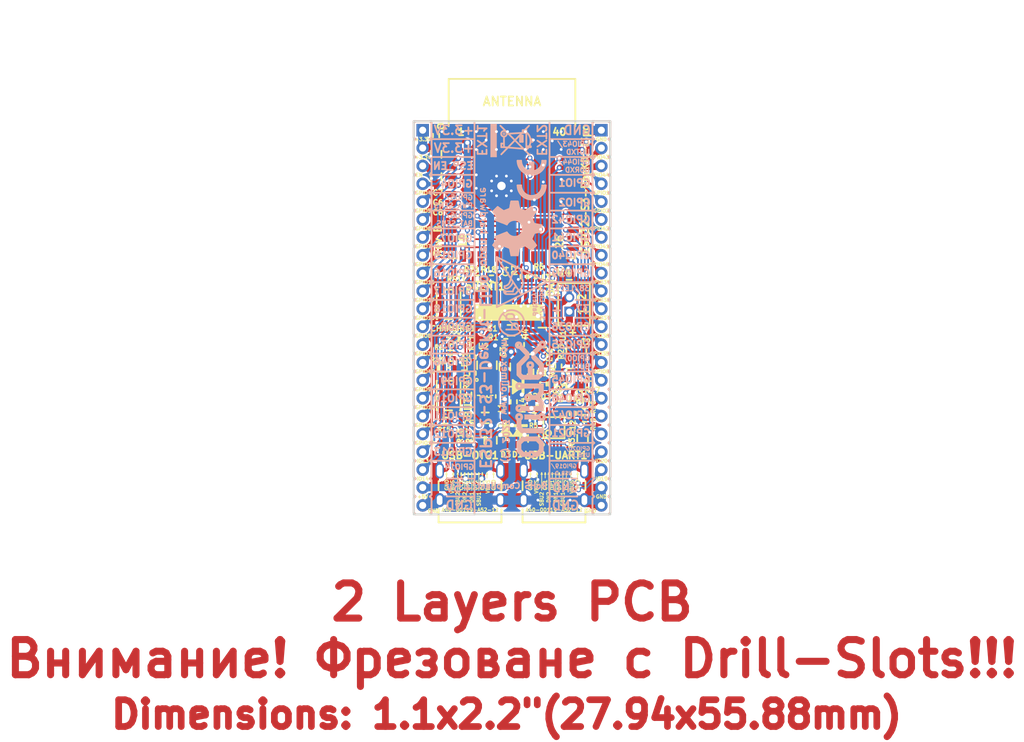
<source format=kicad_pcb>
(kicad_pcb (version 20221018) (generator pcbnew)
  (title_block (title "ESP32-S3-DevKit-LiPo") (date "2023-05-16") (rev "B") (company "OLIMEX LTD") (comment 1 "www.olimex.com"))
  (layers (0 "F.Cu" mixed) (31 "B.Cu" mixed) (34 "B.Paste" user) (35 "F.Paste" user) (36 "B.SilkS" user "B.Silkscreen") (37 "F.SilkS" user "F.Silkscreen") (38 "B.Mask" user) (39 "F.Mask" user) (44 "Edge.Cuts" user))
  (net 0 "")
  (net 1 "+5V")
  (net 2 "GND")
  (net 3 "/ESP_EN")
  (net 4 "/GPIO14")
  (net 5 "/GPIO21")
  (net 6 "/GPIO16")
  (net 7 "/GPIO4")
  (net 8 "/GPIO15")
  (net 9 "/GPIO2")
  (net 10 "Net-(R3-Pad2)")
  (net 11 "Net-(FID2-PadFid1)")
  (net 12 "Net-(FID3-PadFid1)")
  (net 13 "Net-(FID4-PadFid1)")
  (net 14 "+3.3V")
  (net 15 "Net-(BUT1-Pad1)")
  (net 16 "/GPIO6\\BAT_SENS")
  (net 17 "Net-(D1-Pad2)")
  (net 18 "Net-(D3-Pad2)")
  (net 19 "/GPIO9")
  (net 20 "/GPIO46")
  (net 21 "/GPIO3")
  (net 22 "/GPIO8")
  (net 23 "/GPIO7")
  (net 24 "/GPIO5\\PWR_SENS")
  (net 25 "/GPIO1")
  (net 26 "/GPIO44\\U0RXD")
  (net 27 "/GPIO43\\U0TXD")
  (net 28 "/GPIO42")
  (net 29 "/GPIO40")
  (net 30 "/GPIO41")
  (net 31 "/GPIO39")
  (net 32 "/GPIO36")
  (net 33 "/GPIO37")
  (net 34 "/GPIO35")
  (net 35 "/GPIO45")
  (net 36 "/GPIO20\\USB_D+")
  (net 37 "/GPIO19\\USB_D-")
  (net 38 "Net-(LED1-Pad2)")
  (net 39 "Net-(R5-Pad2)")
  (net 40 "Net-(R12-Pad1)")
  (net 41 "Net-(R16-Pad2)")
  (net 42 "Net-(R17-Pad2)")
  (net 43 "/UD+")
  (net 44 "/UD-")
  (net 45 "Net-(USB-OTG1-PadB8)")
  (net 46 "Net-(USB-OTG1-PadA8)")
  (net 47 "Net-(USB-UART1-PadA8)")
  (net 48 "Net-(USB-UART1-PadB8)")
  (net 49 "VBAT")
  (net 50 "Net-(C3-Pad1)")
  (net 51 "Net-(CHARGING1-Pad1)")
  (net 52 "Net-(FID1-PadFid1)")
  (net 53 "Net-(L1-Pad1)")
  (net 54 "Net-(R2-Pad2)")
  (net 55 "Net-(R4-Pad1)")
  (net 56 "Net-(R10-Pad1)")
  (net 57 "/GPIO17\\U1TXD")
  (net 58 "/GPIO18\\U1RXD")
  (net 59 "/GPIO48\\I2C_SDA")
  (net 60 "/GPIO47\\I2C_SCL")
  (net 61 "/GPIO10\\FSPICS0(SPI3_CS0)")
  (net 62 "/GPIO13\\FSPIQ(SPI3_MISO)")
  (net 63 "/GPIO12\\FSPICLK(SPI3_CLK)")
  (net 64 "/GPIO11\\FSPID(SPI3_MOSI)")
  (net 65 "/GPIO38\\LED1")
  (net 66 "/GPIO0\\BUT1")
  (net 67 "Net-(R12-Pad2)")
  (net 68 "Net-(R22-Pad2)")
  (net 69 "Net-(R23-Pad1)")
  (net 70 "Net-(R23-Pad2)")
  (net 71 "Net-(R24-Pad1)")
  (footprint "OLIMEX_RLC-FP:C_0402_5MIL_DWS" (layer "F.Cu") (at 146.685 105.41 180)
    (fp_text reference "C2")
    (fp_text value "100nF/10V/10%/X7R/C0402")
  )
  (footprint "OLIMEX_RLC-FP:C_0603_5MIL_DWS" (layer "F.Cu") (at 132.715 68.199 -90)
    (fp_text reference "C6")
    (fp_text value "22uF/6.3V/20%/X5R/C0603")
  )
  (footprint "OLIMEX_RLC-FP:C_0402_5MIL_DWS" (layer "F.Cu") (at 132.715 65.532 -90)
    (fp_text reference "C7")
    (fp_text value "100nF/10V/10%/X7R/C0402")
  )
  (footprint "OLIMEX_Diodes-FP:SOD-123_1C-2A_KA" (layer "F.Cu") (at 144.653 107.569 -90)
    (fp_text reference "D1")
    (fp_text value "1N5819S4/SOD123")
  )
  (footprint "OLIMEX_Diodes-FP:SOD-123_1C-2A_KA" (layer "F.Cu") (at 142.621 107.569 -90)
    (fp_text reference "D3")
    (fp_text value "1N5819S4/SOD123")
  )
  (footprint "OLIMEX_Other-FP:Fiducial1x3" (layer "F.Cu") (at 133.35 84.455 90)
    (fp_text reference "FID2" hide)
    (fp_text value "Fiducial" hide)
  )
  (footprint "OLIMEX_Other-FP:Fiducial1x3" (layer "F.Cu") (at 153.67 84.455 90)
    (fp_text reference "FID3" hide)
    (fp_text value "Fiducial" hide)
  )
  (footprint "OLIMEX_Other-FP:Fiducial1x3" (layer "F.Cu") (at 133.35 109.22 90)
    (fp_text reference "FID4" hide)
    (fp_text value "Fiducial" hide)
  )
  (footprint "OLIMEX_RLC-FP:R_0603_5MIL_DWS" (layer "F.Cu") (at 153.543 108.585 -90)
    (fp_text reference "R3")
    (fp_text value "5.1k/R0603")
  )
  (footprint "OLIMEX_RLC-FP:R_0603_5MIL_DWS" (layer "F.Cu") (at 146.558 108.585 -90)
    (fp_text reference "R5")
    (fp_text value "5.1k/R0603")
  )
  (footprint "OLIMEX_RLC-FP:R_0603_5MIL_DWS" (layer "F.Cu") (at 140.589 108.839 -90)
    (fp_text reference "R17")
    (fp_text value "5.1k/R0603")
  )
  (footprint "OLIMEX_Buttons-FP:YTS-A016-X" (layer "F.Cu") (at 134.493 89.535 90)
    (fp_text reference "RST1")
    (fp_text value "YTS-A016-X" hide)
  )
  (footprint "OLIMEX_IC-FP:MSOP-10_Pitch-0.5mm_3.00x3.00x1.00mm" (layer "F.Cu") (at 149.478999 107.061)
    (fp_text reference "U3")
    (fp_text value "CH340X(MSOP-10)")
  )
  (footprint "OLIMEX_RLC-FP:C_0603_5MIL_DWS" (layer "F.Cu") (at 142.494 98.425 -90)
    (fp_text reference "C3")
    (fp_text value "22uF/6.3V/20%/X5R/C0603")
  )
  (footprint "OLIMEX_RLC-FP:C_0402_5MIL_DWS" (layer "F.Cu") (at 145.161 85.598 90)
    (fp_text reference "C4")
    (fp_text value "100nF/10V/10%/X7R/C0402")
  )
  (footprint "OLIMEX_RLC-FP:C_0603_5MIL_DWS" (layer "F.Cu") (at 132.715 71.374 -90)
    (fp_text reference "C8")
    (fp_text value "1uF/10V/10%/X5R/C0603")
  )
  (footprint "OLIMEX_LEDs-FP:LED_0603_KA" (layer "F.Cu") (at 134.493 94.234 180)
    (fp_text reference "CHARGING1")
    (fp_text value "LED/YELLOW/0603")
  )
  (footprint "OLIMEX_Diodes-FP:SOD-123_1C-2A_KA" (layer "F.Cu") (at 144.272 101.219 180)
    (fp_text reference "D2")
    (fp_text value "1N5819S4/SOD123")
  )
  (footprint "OLIMEX_Transistors-FP:SOT23" (layer "F.Cu") (at 145.923 98.044 180)
    (fp_text reference "FET1")
    (fp_text value "WPM2015-3/TR")
  )
  (footprint "OLIMEX_Other-FP:Fiducial1x3" (layer "F.Cu") (at 143.51 67.056)
    (fp_text reference "FID1" hide)
    (fp_text value "Fiducial" hide)
  )
  (footprint "OLIMEX_RLC-FP:CD32" (layer "F.Cu") (at 139.7 102.616 -90)
    (fp_text reference "L1")
    (fp_text value "2.2uH/1.5A/DCR=72mR/20%/3.00x3.00x1.50mm/CD32(NR3015T2R2M)")
  )
  (footprint "OLIMEX_RLC-FP:R_0402_5MIL_DWS" (layer "F.Cu") (at 134.747 95.631)
    (fp_text reference "R2")
    (fp_text value "2.2k/R0402")
  )
  (footprint "OLIMEX_RLC-FP:R_0402_5MIL_DWS" (layer "F.Cu") (at 146.304 85.598 -90)
    (fp_text reference "R7")
    (fp_text value "150k/R0402")
  )
  (footprint "OLIMEX_RLC-FP:R_0402_5MIL_DWS" (layer "F.Cu") (at 147.955 100.838 90)
    (fp_text reference "R8")
    (fp_text value "220k/R0402")
  )
  (footprint "OLIMEX_RLC-FP:R_0402_5MIL_DWS" (layer "F.Cu") (at 137.922 97.028 90)
    (fp_text reference "R11")
    (fp_text value "49.9k/1%/R0402")
  )
  (footprint "OLIMEX_IC-FP:SOT-23-5" (layer "F.Cu") (at 147.828 94.234)
    (fp_text reference "U1")
    (fp_text value "BL4054B-42TPRN(SOT23-5)")
  )
  (footprint "OLIMEX_Connectors-FP:USB2.0_TYPE-C(A40-00119-A52-12)" (layer "F.Cu") (at 137.541 116.205 -90)
    (fp_text reference "USB-OTG1")
    (fp_text value "USB-C-16P-F(A40-00119-A52-12)")
  )
  (footprint "OLIMEX_LEDs-FP:LED_0603_KA" (layer "F.Cu") (at 134.493 98.552)
    (fp_text reference "LED1")
    (fp_text value "LED/Green/0603")
  )
  (footprint "OLIMEX_RLC-FP:R_0402_5MIL_DWS" (layer "F.Cu") (at 134.747 97.155 180)
    (fp_text reference "R13")
    (fp_text value "2.2k/R0402")
  )
  (footprint "OLIMEX_RLC-FP:C_0603_5MIL_DWS" (layer "F.Cu") (at 139.7 105.664)
    (fp_text reference "C5")
    (fp_text value "22uF/6.3V/20%/X5R/C0603")
  )
  (footprint "OLIMEX_Regulators-FP:SOT-23-5" (layer "F.Cu") (at 139.954 98.171 -90)
    (fp_text reference "U2")
    (fp_text value "SY8089AAAC(SOT23-5)")
  )
  (footprint "OLIMEX_RLC-FP:R_0402_5MIL_DWS" (layer "F.Cu") (at 153.797 104.775)
    (fp_text reference "R20")
    (fp_text value "2.2k/R0402")
  )
  (footprint "OLIMEX_Cases-FP:ESP32-­S3-­WROOM­-1" (layer "F.Cu") (at 143.51 70.231)
    (fp_text reference "U4")
    (fp_text value "ESP32-S3-WROOM-1-N8R8")
  )
  (footprint "OLIMEX_Buttons-FP:YTS-A016-X" (layer "F.Cu") (at 134.493 102.489 90)
    (fp_text reference "BUT1")
    (fp_text value "YTS-A016-X" hide)
  )
  (footprint "OLIMEX_RLC-FP:R_0402_5MIL_DWS" (layer "F.Cu") (at 137.922 99.314 -90)
    (fp_text reference "R10")
    (fp_text value "220k/R0402")
  )
  (footprint "OLIMEX_RLC-FP:R_0402_5MIL_DWS" (layer "F.Cu") (at 152.146 105.029 90)
    (fp_text reference "R12")
    (fp_text value "4.7k/R0402")
  )
  (footprint "OLIMEX_Connectors-FP:USB2.0_TYPE-C(A40-00119-A52-12)" (layer "F.Cu") (at 149.479 116.205 -90)
    (fp_text reference "USB-UART1")
    (fp_text value "USB-C-16P-F(A40-00119-A52-12)")
  )
  (footprint "OLIMEX_RLC-FP:R_0402_5MIL_DWS" (layer "F.Cu") (at 150.114 98.298 90)
    (fp_text reference "R23")
    (fp_text value "1k/R0402")
  )
  (footprint "OLIMEX_Transistors-FP:SOT23" (layer "F.Cu") (at 151.892 100.076)
    (fp_text reference "T1")
    (fp_text value "BC817-40(SOT23)")
  )
  (footprint "OLIMEX_Transistors-FP:SOT23" (layer "F.Cu") (at 152.654 96.266 -90)
    (fp_text reference "T2")
    (fp_text value "BC817-40(SOT23)")
  )
  (footprint "OLIMEX_RLC-FP:R_0402_5MIL_DWS" (layer "F.Cu") (at 138.557 85.852 180)
    (fp_text reference "R21")
    (fp_text value "10k/R0402")
  )
  (footprint "OLIMEX_Connectors-FP:LIPO_BAT_VERTICAL_DW02S" (layer "F.Cu") (at 155.194 89.535 90)
    (fp_text reference "BAT1")
    (fp_text value "DW02S")
  )
  (footprint "OLIMEX_RLC-FP:R_0402_5MIL_DWS" (layer "F.Cu") (at 147.447 85.598 90)
    (fp_text reference "R6")
    (fp_text value "470k/R0402")
  )
  (footprint "OLIMEX_RLC-FP:C_0603_5MIL_DWS" (layer "F.Cu") (at 143.383 93.218 180)
    (fp_text reference "C1")
    (fp_text value "22uF/6.3V/20%/X5R/C0603")
  )
  (footprint "OLIMEX_RLC-FP:R_0402_5MIL_DWS" (layer "F.Cu") (at 140.589 85.852)
    (fp_text reference "R18")
    (fp_text value "10k/R0402")
  )
  (footprint "OLIMEX_RLC-FP:R_0402_5MIL_DWS" (layer "F.Cu") (at 142.621 94.869 180)
    (fp_text reference "R1")
    (fp_text value "10k/R0402")
  )
  (footprint "OLIMEX_RLC-FP:R_0402_5MIL_DWS" (layer "F.Cu") (at 143.764 103.378 90)
    (fp_text reference "R14")
    (fp_text value "10k/R0402")
  )
  (footprint "OLIMEX_RLC-FP:R_0402_5MIL_DWS" (layer "F.Cu") (at 133.985 106.045 180)
    (fp_text reference "R15")
    (fp_text value "100R/R0402")
  )
  (footprint "OLIMEX_RLC-FP:R_0603_5MIL_DWS" (layer "F.Cu") (at 138.811 108.839 -90)
    (fp_text reference "R16")
    (fp_text value "5.1k/R0603")
  )
  (footprint "OLIMEX_RLC-FP:R_0402_5MIL_DWS" (layer "F.Cu") (at 154.051 103.124 90)
    (fp_text reference "R27")
    (fp_text value "NA/R0402")
  )
  (footprint "OLIMEX_RLC-FP:R_0402_5MIL_DWS" (layer "F.Cu") (at 153.797 105.791)
    (fp_text reference "R19")
    (fp_text value "2.2k/R0402")
  )
  (footprint "OLIMEX_RLC-FP:R_0402_5MIL_DWS" (layer "F.Cu") (at 150.368 102.87)
    (fp_text reference "R24")
    (fp_text value "100R/R0402")
  )
  (footprint "OLIMEX_Connectors-FP:BM10B-SRSS-TB" (layer "F.Cu") (at 143.002 89.916 180)
    (fp_text reference "pUEXT1")
    (fp_text value "JST_BM10B-SRSS-TB")
  )
  (footprint "OLIMEX_RLC-FP:R_0402_5MIL_DWS" (layer "F.Cu") (at 149.098 100.838 -90)
    (fp_text reference "R9")
    (fp_text value "470k/R0402")
  )
  (footprint "OLIMEX_RLC-FP:R_0402_5MIL_DWS" (layer "F.Cu") (at 144.78 95.25 -90)
    (fp_text reference "R4")
    (fp_text value "10k/R0402")
  )
  (footprint "OLIMEX_RLC-FP:R_0402_5MIL_DWS" (layer "F.Cu") (at 152.146 102.87 90)
    (fp_text reference "R22")
    (fp_text value "1k/R0402")
  )
  (footprint "OLIMEX_Connectors-FP:HN1x22" (layer "B.Cu") (at 130.81 91.439999 -90)
    (fp_text reference "EXT1")
    (fp_text value "HN1x22")
  )
  (footprint "OLIMEX_Connectors-FP:HN1x22" (layer "B.Cu") (at 156.21 91.44 -90)
    (fp_text reference "EXT2")
    (fp_text value "HN1x22")
  )
  (footprint "OLIMEX_Signs-FP:Logo_OLIMEX_TB" (layer "B.Cu") (at 146.177 102.87 90)
    (fp_text reference "Logo_OLIMEX_TB" hide)
    (fp_text value "Logo_OLIMEX_TB" hide)
  )
  (footprint "OLIMEX_Signs-FP:Sign_Antistatic" (layer "B.Cu") (at 141.351 89.916 90)
    (fp_text reference "Sign_Antistatic" hide)
    (fp_text value "Sign_Antistatic" hide)
  )
  (footprint "OLIMEX_Signs-FP:Sign_OSHW_8x8" (layer "B.Cu") (at 143.764 78.74 90)
    (fp_text reference "Sign_OSHW_8x8" hide)
    (fp_text value "Sign_OSHW_8x8" hide)
  )
  (footprint "OLIMEX_Signs-FP:Sign_PB-Free" (layer "B.Cu") (at 143.129 91.948 90)
    (fp_text reference "Sign_PB-Free")
    (fp_text value "Sign_PB-Free")
  )
  (footprint "OLIMEX_Signs-FP:Sign_RecycleBin_1" (layer "B.Cu") (at 140.462 68.58 90)
    (fp_text reference "Sign_RecycleBin_1" hide)
    (fp_text value "Sign_RecycleBin_1" hide)
  )
  (footprint "OLIMEX_Signs-FP:CE_Sign" (layer "B.Cu") (at 146.304 70.866 90)
    (fp_text reference "Sign_CE" hide)
    (fp_text value "CE_Sign" hide)
  )
  (gr_line (start 131.826 99.06) (end 138.176 99.06) (stroke (width 0.254)) (layer "B.SilkS"))
  (gr_line (start 131.826 96.52) (end 138.176 96.52) (stroke (width 0.254)) (layer "B.SilkS"))
  (gr_line (start 131.826 93.98) (end 138.176 93.98) (stroke (width 0.254)) (layer "B.SilkS"))
  (gr_line (start 131.826 91.44) (end 138.176 91.44) (stroke (width 0.254)) (layer "B.SilkS"))
  (gr_line (start 131.826 88.9) (end 138.176 88.9) (stroke (width 0.254)) (layer "B.SilkS"))
  (gr_line (start 131.826 86.36) (end 138.176 86.36) (stroke (width 0.254)) (layer "B.SilkS"))
  (gr_line (start 131.826 83.82) (end 138.176 83.82) (stroke (width 0.254)) (layer "B.SilkS"))
  (gr_line (start 131.826 81.28) (end 138.176 81.28) (stroke (width 0.254)) (layer "B.SilkS"))
  (gr_line (start 131.826 78.74) (end 138.176 78.74) (stroke (width 0.254)) (layer "B.SilkS"))
  (gr_line (start 131.826 76.2) (end 138.176 76.2) (stroke (width 0.254)) (layer "B.SilkS"))
  (gr_line (start 131.699 73.66) (end 138.176 73.66) (stroke (width 0.254)) (layer "B.SilkS"))
  (gr_line (start 131.826 68.58) (end 138.176 68.58) (stroke (width 0.254)) (layer "B.SilkS"))
  (gr_line (start 131.826 66.04) (end 138.176 66.04) (stroke (width 0.254)) (layer "B.SilkS"))
  (gr_line (start 148.844 66.04) (end 155.194 66.04) (stroke (width 0.254)) (layer "B.SilkS"))
  (gr_line (start 148.844 119.38) (end 148.844 63.5) (stroke (width 0.254)) (layer "B.SilkS"))
  (gr_line (start 148.844 68.58) (end 155.194 68.58) (stroke (width 0.254)) (layer "B.SilkS"))
  (gr_line (start 148.844 71.12) (end 155.194 71.12) (stroke (width 0.254)) (layer "B.SilkS"))
  (gr_line (start 148.844 73.66) (end 155.194 73.66) (stroke (width 0.254)) (layer "B.SilkS"))
  (gr_line (start 148.844 76.2) (end 155.194 76.2) (stroke (width 0.254)) (layer "B.SilkS"))
  (gr_line (start 148.844 78.74) (end 155.194 78.74) (stroke (width 0.254)) (layer "B.SilkS"))
  (gr_line (start 148.844 81.28) (end 155.194 81.28) (stroke (width 0.254)) (layer "B.SilkS"))
  (gr_line (start 148.844 83.82) (end 155.194 83.82) (stroke (width 0.254)) (layer "B.SilkS"))
  (gr_line (start 148.844 86.36) (end 155.194 86.36) (stroke (width 0.254)) (layer "B.SilkS"))
  (gr_line (start 148.844 88.9) (end 150.495 88.9) (stroke (width 0.254)) (layer "B.SilkS"))
  (gr_line (start 148.844 91.44) (end 150.495 91.44) (stroke (width 0.254)) (layer "B.SilkS"))
  (gr_line (start 148.844 96.52) (end 155.194 96.52) (stroke (width 0.254)) (layer "B.SilkS"))
  (gr_line (start 148.844 99.06) (end 155.194 99.06) (stroke (width 0.254)) (layer "B.SilkS"))
  (gr_line (start 148.844 101.6) (end 155.194 101.6) (stroke (width 0.254)) (layer "B.SilkS"))
  (gr_line (start 148.844 104.14) (end 155.194 104.14) (stroke (width 0.254)) (layer "B.SilkS"))
  (gr_line (start 148.844 63.5) (end 155.194 63.5) (stroke (width 0.254)) (layer "B.SilkS"))
  (gr_line (start 131.826 63.5) (end 138.176 63.5) (stroke (width 0.254)) (layer "B.SilkS"))
  (gr_line (start 138.176 119.38) (end 138.176 63.5) (stroke (width 0.254)) (layer "B.SilkS"))
  (gr_line (start 131.826 71.12) (end 138.176 71.12) (stroke (width 0.254)) (layer "B.SilkS"))
  (gr_line (start 131.826 111.76) (end 138.176 111.76) (stroke (width 0.254)) (layer "B.SilkS"))
  (gr_line (start 134.239 114.3) (end 138.176 114.3) (stroke (width 0.254)) (layer "B.SilkS"))
  (gr_line (start 134.239 116.84) (end 138.176 116.84) (stroke (width 0.254)) (layer "B.SilkS"))
  (gr_line (start 131.826 119.38) (end 138.176 119.38) (stroke (width 0.254)) (layer "B.SilkS"))
  (gr_line (start 148.844 106.68) (end 155.194 106.68) (stroke (width 0.254)) (layer "B.SilkS"))
  (gr_line (start 148.844 109.22) (end 155.194 109.22) (stroke (width 0.254)) (layer "B.SilkS"))
  (gr_line (start 148.844 111.76) (end 155.194 111.76) (stroke (width 0.254)) (layer "B.SilkS"))
  (gr_line (start 148.844 114.3) (end 152.781 114.3) (stroke (width 0.254)) (layer "B.SilkS"))
  (gr_line (start 148.844 116.84) (end 152.781 116.84) (stroke (width 0.254)) (layer "B.SilkS"))
  (gr_line (start 148.844 119.38) (end 155.194 119.38) (stroke (width 0.254)) (layer "B.SilkS"))
  (gr_line (start 152.527 91.44) (end 155.194 91.44) (stroke (width 0.254)) (layer "B.SilkS"))
  (gr_line (start 148.844 93.98) (end 155.194 93.98) (stroke (width 0.254)) (layer "B.SilkS"))
  (gr_line (start 152.527 88.9) (end 155.194 88.9) (stroke (width 0.254)) (layer "B.SilkS"))
  (gr_line (start 131.826 109.22) (end 138.176 109.22) (stroke (width 0.254)) (layer "B.SilkS"))
  (gr_line (start 131.826 106.68) (end 138.176 106.68) (stroke (width 0.254)) (layer "B.SilkS"))
  (gr_line (start 131.826 104.14) (end 138.176 104.14) (stroke (width 0.254)) (layer "B.SilkS"))
  (gr_line (start 131.826 101.6) (end 138.176 101.6) (stroke (width 0.254)) (layer "B.SilkS"))
  (gr_circle (center 147.8915 109.474) (end 148.082 109.474) (stroke (width 0.2032)) (fill none) (layer "F.SilkS"))
  (gr_circle (center 138.4935 100.2665) (end 138.684 100.2665) (stroke (width 0.2032)) (fill none) (layer "F.SilkS"))
  (gr_line (start 157.48 119.38) (end 157.48 63.5) (stroke (width 0.254)) (layer "Edge.Cuts"))
  (gr_line (start 129.54 119.38) (end 157.48 119.38) (stroke (width 0.254)) (layer "Edge.Cuts"))
  (gr_line (start 157.48 63.5) (end 129.54 63.5) (stroke (width 0.254)) (layer "Edge.Cuts"))
  (gr_line (start 129.54 63.5) (end 129.54 119.38) (stroke (width 0.254)) (layer "Edge.Cuts"))
  (gr_text "2 Layers PCB\nВнимание! Фрезоване с Drill-Slots!!!" (at 143.51 135.89) (layer "F.Cu") (effects (font (size 5 5) (thickness 1))))
  (gr_text "Dimensions: 1.1x2.2\"(27.94x55.88mm)" (at 142.748 147.828) (layer "F.Cu") (effects (font (size 3.81 3.81) (thickness 0.9525))))
  (gr_text "ESP_EN" (at 135.128 69.85) (layer "B.SilkS") (effects (font (size 1.016 1.016) (thickness 0.254)) (justify mirror)))
  (gr_text "GPIO15" (at 135.128 82.55) (layer "B.SilkS") (effects (font (size 1.016 1.016) (thickness 0.254)) (justify mirror)))
  (gr_text "GPIO16" (at 135.128 85.09) (layer "B.SilkS") (effects (font (size 1.016 1.016) (thickness 0.254)) (justify mirror)))
  (gr_text "GPIO17" (at 135.128 87.63) (layer "B.SilkS") (effects (font (size 1.016 1.016) (thickness 0.254)) (justify mirror)))
  (gr_text "GPIO18" (at 135.128 90.17) (layer "B.SilkS") (effects (font (size 1.016 1.016) (thickness 0.254)) (justify mirror)))
  (gr_text "GND" (at 136.017 118.11) (layer "B.SilkS") (effects (font (size 1.27 1.27) (thickness 0.254)) (justify mirror)))
  (gr_text "GPIO43/\nU0TXD" (at 154.686 67.31) (layer "B.SilkS") (effects (font (size 0.7112 0.7112) (thickness 0.1778)) (justify left mirror)))
  (gr_text "GPIO44/\nU0RXD" (at 154.686 69.85) (layer "B.SilkS") (effects (font (size 0.7112 0.7112) (thickness 0.1778)) (justify left mirror)))
  (gr_text "GND" (at 151.13 118.11) (layer "B.SilkS") (effects (font (size 1.27 1.27) (thickness 0.254)) (justify mirror)))
  (gr_text "GPIO40" (at 151.892 82.55) (layer "B.SilkS") (effects (font (size 1.016 1.016) (thickness 0.254)) (justify mirror)))
  (gr_text "GPIO39" (at 151.892 85.09) (layer "B.SilkS") (effects (font (size 1.016 1.016) (thickness 0.254)) (justify mirror)))
  (gr_text "GPIO36" (at 151.892 92.71) (layer "B.SilkS") (effects (font (size 1.016 1.016) (thickness 0.254)) (justify mirror)))
  (gr_text "GPIO20/\nUSB_D+" (at 154.686 110.49) (layer "B.SilkS") (effects (font (size 0.5588 0.5588) (thickness 0.1397)) (justify left mirror)))
  (gr_text "ESP32-S3-DevKit-Lipo" (at 139.7 99.06 270) (layer "B.SilkS") (effects (font (size 1.524 1.524) (thickness 0.3175)) (justify mirror)))
  (gr_text "+" (at 149.86 90.297) (layer "B.SilkS") (effects (font (size 1.27 1.27) (thickness 0.254)) (justify mirror)))
  (gr_text "GPIO5/\nPWR_SENS" (at 138.049 74.93) (layer "B.SilkS") (effects (font (size 0.7112 0.7112) (thickness 0.1778)) (justify left mirror)))
  (gr_text "GND" (at 152.781 64.77) (layer "B.SilkS") (effects (font (size 1.27 1.27) (thickness 0.254)) (justify mirror)))
  (gr_text "GPIO42" (at 151.892 77.47) (layer "B.SilkS") (effects (font (size 1.016 1.016) (thickness 0.254)) (justify mirror)))
  (gr_text "+5V" (at 136.017 115.57) (layer "B.SilkS") (effects (font (size 1.27 1.27) (thickness 0.254)) (justify mirror)))
  (gr_text "3.7V Lipo\nBattery" (at 147.32 89.535 270) (layer "B.SilkS") (effects (font (size 0.635 0.635) (thickness 0.15875)) (justify mirror)))
  (gr_text "+3.3V" (at 135.255 67.31) (layer "B.SilkS") (effects (font (size 1.27 1.27) (thickness 0.254)) (justify mirror)))
  (gr_text "GPIO4" (at 135.636 72.39) (layer "B.SilkS") (effects (font (size 1.016 1.016) (thickness 0.254)) (justify mirror)))
  (gr_text "GPIO7" (at 135.636 80.137) (layer "B.SilkS") (effects (font (size 1.016 1.016) (thickness 0.254)) (justify mirror)))
  (gr_text "GPIO8" (at 135.636 92.71) (layer "B.SilkS") (effects (font (size 1.016 1.016) (thickness 0.254)) (justify mirror)))
  (gr_text "GPIO3" (at 135.636 95.25) (layer "B.SilkS") (effects (font (size 1.016 1.016) (thickness 0.254)) (justify mirror)))
  (gr_text "GPIO46" (at 135.128 97.663) (layer "B.SilkS") (effects (font (size 1.016 1.016) (thickness 0.254)) (justify mirror)))
  (gr_text "GPIO9" (at 135.636 100.457) (layer "B.SilkS") (effects (font (size 1.016 1.016) (thickness 0.254)) (justify mirror)))
  (gr_text "GPIO10" (at 135.128 102.87) (layer "B.SilkS") (effects (font (size 1.016 1.016) (thickness 0.254)) (justify mirror)))
  (gr_text "GPIO11" (at 135.128 105.41) (layer "B.SilkS") (effects (font (size 1.016 1.016) (thickness 0.254)) (justify mirror)))
  (gr_text "GPIO12" (at 135.128 107.95) (layer "B.SilkS") (effects (font (size 1.016 1.016) (thickness 0.254)) (justify mirror)))
  (gr_text "GPIO13" (at 135.128 110.49) (layer "B.SilkS") (effects (font (size 1.016 1.016) (thickness 0.254)) (justify mirror)))
  (gr_text "GPIO1" (at 152.4 72.263) (layer "B.SilkS") (effects (font (size 1.016 1.016) (thickness 0.254)) (justify mirror)))
  (gr_text "GPIO41" (at 151.892 80.01) (layer "B.SilkS") (effects (font (size 1.016 1.016) (thickness 0.254)) (justify mirror)))
  (gr_text "37" (at 153.543 90.17) (layer "B.SilkS") (effects (font (size 1.016 1.016) (thickness 0.254)) (justify mirror)))
  (gr_text "GPIO35" (at 151.892 95.25) (layer "B.SilkS") (effects (font (size 1.016 1.016) (thickness 0.254)) (justify mirror)))
  (gr_text "GPIO45" (at 151.892 100.203) (layer "B.SilkS") (effects (font (size 1.016 1.016) (thickness 0.254)) (justify mirror)))
  (gr_text "GPIO48" (at 151.892 102.87) (layer "B.SilkS") (effects (font (size 1.016 1.016) (thickness 0.254)) (justify mirror)))
  (gr_text "GPIO14" (at 136.017 112.649) (layer "B.SilkS") (effects (font (size 0.762 0.762) (thickness 0.1905)) (justify mirror)))
  (gr_text "GPIO19/" (at 152.781 112.522) (layer "B.SilkS") (effects (font (size 0.5588 0.5588) (thickness 0.1397)) (justify left mirror)))
  (gr_text "  USB_D-" (at 152.908 113.538) (layer "B.SilkS") (effects (font (size 0.508 0.508) (thickness 0.127)) (justify left mirror)))
  (gr_text "GPIO47" (at 151.892 105.283) (layer "B.SilkS") (effects (font (size 1.016 1.016) (thickness 0.254)) (justify mirror)))
  (gr_text "GPIO21" (at 151.892 107.823) (layer "B.SilkS") (effects (font (size 1.016 1.016) (thickness 0.254)) (justify mirror)))
  (gr_text "GND" (at 151.13 115.57) (layer "B.SilkS") (effects (font (size 1.27 1.27) (thickness 0.254)) (justify mirror)))
  (gr_text "GPIO6/\nBAT_SENS" (at 138.049 77.47) (layer "B.SilkS") (effects (font (size 0.7112 0.7112) (thickness 0.1778)) (justify left mirror)))
  (gr_text "-" (at 149.86 88.138) (layer "B.SilkS") (effects (font (size 1.27 1.27) (thickness 0.254)) (justify mirror)))
  (gr_text "(C) 2023" (at 142.621 108.966 270) (layer "B.SilkS") (effects (font (size 0.889 0.889) (thickness 0.22225)) (justify mirror)))
  (gr_text "38/LED1" (at 152.019 87.249) (layer "B.SilkS") (effects (font (size 0.762 0.762) (thickness 0.1905)) (justify mirror)))
  (gr_text "GPIO2" (at 152.4 75.057) (layer "B.SilkS") (effects (font (size 1.016 1.016) (thickness 0.254)) (justify mirror)))
  (gr_text "GPIO0/\nBUT1" (at 154.686 97.79) (layer "B.SilkS") (effects (font (size 0.7112 0.7112) (thickness 0.1778)) (justify left mirror)))
  (gr_text "www.olimex.com" (at 142.494 99.822 270) (layer "B.SilkS") (effects (font (size 0.889 0.889) (thickness 0.22225)) (justify mirror)))
  (gr_text "RoHS Compliant" (at 143.51 115.316) (layer "B.SilkS") (effects (font (size 0.8128 0.8128) (thickness 0.2032)) (justify mirror)))
  (gr_text "+3.3V" (at 135.255 64.77) (layer "B.SilkS") (effects (font (size 1.27 1.27) (thickness 0.254)) (justify mirror)))
  (gr_text "+3.3V" (at 130.81 66.0654) (layer "F.SilkS") (effects (font (size 0.508 0.508) (thickness 0.127))))
  (gr_text "EN" (at 130.302 71.1454) (layer "F.SilkS") (effects (font (size 0.508 0.508) (thickness 0.127))))
  (gr_text "GPIO4" (at 130.8735 73.6854) (layer "F.SilkS") (effects (font (size 0.508 0.508) (thickness 0.127))))
  (gr_text "GPIO15" (at 131.1275 83.8454) (layer "F.SilkS") (effects (font (size 0.508 0.508) (thickness 0.127))))
  (gr_text "GPIO16" (at 131.1275 86.3854) (layer "F.SilkS") (effects (font (size 0.508 0.508) (thickness 0.127))))
  (gr_text "GPIO17" (at 131.1275 88.9254) (layer "F.SilkS") (effects (font (size 0.508 0.508) (thickness 0.127))))
  (gr_text "GPIO18" (at 131.1275 91.4654) (layer "F.SilkS") (effects (font (size 0.508 0.508) (thickness 0.127))))
  (gr_text "GPIO8" (at 130.8735 94.0054) (layer "F.SilkS") (effects (font (size 0.508 0.508) (thickness 0.127))))
  (gr_text "GND" (at 156.21 66.0654) (layer "F.SilkS") (effects (font (size 0.508 0.508) (thickness 0.127))))
  (gr_text "GPIO43" (at 155.956 68.6054) (layer "F.SilkS") (effects (font (size 0.508 0.508) (thickness 0.127))))
  (gr_text "GPIO42" (at 155.956 78.7654) (layer "F.SilkS") (effects (font (size 0.508 0.508) (thickness 0.127))))
  (gr_text "GPIO40" (at 155.956 83.8454) (layer "F.SilkS") (effects (font (size 0.508 0.508) (thickness 0.127))))
  (gr_text "GPIO39" (at 156.083 86.3854) (layer "F.SilkS") (effects (font (size 0.508 0.508) (thickness 0.127))))
  (gr_text "GPIO36" (at 155.956 94.0054) (layer "F.SilkS") (effects (font (size 0.508 0.508) (thickness 0.127))))
  (gr_text "GPIO0" (at 156.21 99.0854) (layer "F.SilkS") (effects (font (size 0.508 0.508) (thickness 0.127))))
  (gr_text "ESP32-S3-DevKit-Lipo" (at 153.924 73.152 90) (layer "F.SilkS") (effects (font (size 1.016 1.016) (thickness 0.254))))
  (gr_text "Rev B" (at 132.969 80.518 90) (layer "F.SilkS") (effects (font (size 1.016 1.016) (thickness 0.254))))
  (gr_text "GND" (at 156.21 116.8654) (layer "F.SilkS") (effects (font (size 0.508 0.508) (thickness 0.127))))
  (gr_text "GPIO41" (at 155.956 81.3054) (layer "F.SilkS") (effects (font (size 0.508 0.508) (thickness 0.127))))
  (gr_text "GPIO38" (at 156.083 88.9254) (layer "F.SilkS") (effects (font (size 0.508 0.508) (thickness 0.127))))
  (gr_text "GPIO35" (at 155.956 96.5454) (layer "F.SilkS") (effects (font (size 0.508 0.508) (thickness 0.127))))
  (gr_text "IO20" (at 156.21 111.7854) (layer "F.SilkS") (effects (font (size 0.508 0.508) (thickness 0.127))))
  (gr_text "IO19" (at 156.2354 114.3254) (layer "F.SilkS") (effects (font (size 0.508 0.508) (thickness 0.127))))
  (gr_text "+" (at 152.146 93.472) (layer "F.SilkS") (effects (font (size 1.016 1.016) (thickness 0.254))))
  (gr_text "+3.3V" (at 130.81 68.6054) (layer "F.SilkS") (effects (font (size 0.508 0.508) (thickness 0.127))))
  (gr_text "GPIO5" (at 130.8735 76.2254) (layer "F.SilkS") (effects (font (size 0.508 0.508) (thickness 0.127))))
  (gr_text "GPIO6" (at 130.8735 78.7654) (layer "F.SilkS") (effects (font (size 0.508 0.508) (thickness 0.127))))
  (gr_text "GPIO7" (at 130.8735 81.3054) (layer "F.SilkS") (effects (font (size 0.508 0.508) (thickness 0.127))))
  (gr_text "GPIO3" (at 130.8735 96.5454) (layer "F.SilkS") (effects (font (size 0.508 0.508) (thickness 0.127))))
  (gr_text "+5V" (at 130.81 116.8654) (layer "F.SilkS") (effects (font (size 0.508 0.508) (thickness 0.127))))
  (gr_text "GPIO46" (at 131.1275 99.0854) (layer "F.SilkS") (effects (font (size 0.508 0.508) (thickness 0.127))))
  (gr_text "GPIO9" (at 130.8735 101.6254) (layer "F.SilkS") (effects (font (size 0.508 0.508) (thickness 0.127))))
  (gr_text "GPIO10" (at 131.1275 104.1654) (layer "F.SilkS") (effects (font (size 0.508 0.508) (thickness 0.127))))
  (gr_text "GPIO11" (at 131.1275 106.7054) (layer "F.SilkS") (effects (font (size 0.508 0.508) (thickness 0.127))))
  (gr_text "GPIO12" (at 131.1275 109.2454) (layer "F.SilkS") (effects (font (size 0.508 0.508) (thickness 0.127))))
  (gr_text "IO13" (at 130.81 111.7854) (layer "F.SilkS") (effects (font (size 0.508 0.508) (thickness 0.127))))
  (gr_text "IO14" (at 130.81 114.3254) (layer "F.SilkS") (effects (font (size 0.508 0.508) (thickness 0.127))))
  (gr_text "GND" (at 132.3086 118.872) (layer "F.SilkS") (effects (font (size 0.508 0.508) (thickness 0.127))))
  (gr_text "GND" (at 154.7114 118.872) (layer "F.SilkS") (effects (font (size 0.508 0.508) (thickness 0.127))))
  (gr_text "GPIO2" (at 156.21 76.2254) (layer "F.SilkS") (effects (font (size 0.508 0.508) (thickness 0.127))))
  (gr_text "GPIO1" (at 156.21 73.6854) (layer "F.SilkS") (effects (font (size 0.508 0.508) (thickness 0.127))))
  (gr_text "GPIO44" (at 155.956 71.1454) (layer "F.SilkS") (effects (font (size 0.508 0.508) (thickness 0.127))))
  (gr_text "GPIO37" (at 156.083 91.4654) (layer "F.SilkS") (effects (font (size 0.508 0.508) (thickness 0.127))))
  (gr_text "-" (at 151.638 86.106 180) (layer "F.SilkS") (effects (font (size 1.016 1.016) (thickness 0.254))))
  (segment (start 144.386926 97.09404) (end 143.558886 96.266) (width 0.508) (layer "F.Cu") (net 1))
  (segment (start 144.272 93.599) (end 144.145 93.726) (width 1.016) (layer "F.Cu") (net 1))
  (segment (start 147.574 101.092) (end 147.193 100.711) (width 0.254) (layer "F.Cu") (net 1))
  (segment (start 145.735 93.284) (end 145.669 93.218) (width 0.508) (layer "F.Cu") (net 1))
  (segment (start 134.874 106.807) (end 132.969 106.807) (width 0.254) (layer "F.Cu") (net 1))
  (segment (start 135.382 107.315) (end 134.874 106.807) (width 0.254) (layer "F.Cu") (net 1))
  (segment (start 147.193 100.203) (end 145.923 98.933) (width 0.254) (layer "F.Cu") (net 1))
  (segment (start 143.368158 96.251158) (end 143.368158 94.502842) (width 1.016) (layer "F.Cu") (net 1))
  (segment (start 147.193 100.711) (end 147.193 100.203) (width 0.254) (layer "F.Cu") (net 1))
  (segment (start 143.383 96.266) (end 143.368158 96.251158) (width 1.016) (layer "F.Cu") (net 1))
  (segment (start 132.969 106.807) (end 132.667288 106.505288) (width 0.254) (layer "F.Cu") (net 1))
  (segment (start 143.51 106.68) (end 142.494 105.664) (width 1.016) (layer "F.Cu") (net 1))
  (segment (start 133.731 94.234) (end 133.731 94.742) (width 0.508) (layer "F.Cu") (net 1))
  (segment (start 147.828 101.346) (end 147.574 101.092) (width 0.4064) (layer "F.Cu") (net 1))
  (segment (start 143.558886 96.266) (end 143.383 96.266) (width 0.508) (layer "F.Cu") (net 1))
  (segment (start 147.955 101.346) (end 147.828 101.346) (width 0.4064) (layer "F.Cu") (net 1))
  (segment (start 144.653 105.669) (end 143.632 105.669) (width 1.016) (layer "F.Cu") (net 1))
  (segment (start 144.272 93.218) (end 145.669 93.218) (width 1.016) (layer "F.Cu") (net 1))
  (segment (start 144.81556 97.09404) (end 144.97304 97.09404) (width 0.508) (layer "F.Cu") (net 1))
  (segment (start 146.528 93.284) (end 145.735 93.284) (width 0.508) (layer "F.Cu") (net 1))
  (segment (start 144.272 93.218) (end 144.272 93.599) (width 1.016) (layer "F.Cu") (net 1))
  (segment (start 132.667288 95.805712) (end 133.731 94.742) (width 0.254) (layer "F.Cu") (net 1))
  (segment (start 145.923 98.933) (end 145.923 98.044) (width 0.254) (layer "F.Cu") (net 1))
  (segment (start 144.97304 97.09404) (end 145.542 97.663) (width 0.508) (layer "F.Cu") (net 1))
  (segment (start 144.81556 97.09404) (end 144.386926 97.09404) (width 0.508) (layer "F.Cu") (net 1))
  (segment (start 145.923 98.044) (end 145.542 97.663) (width 0.254) (layer "F.Cu") (net 1))
  (segment (start 143.368158 94.502842) (end 144.145 93.726) (width 1.016) (layer "F.Cu") (net 1))
  (segment (start 143.51 106.68) (end 143.51 105.791) (width 1.016) (layer "F.Cu") (net 1))
  (segment (start 142.372 101.219) (end 142.372 102.875) (width 0.762) (layer "F.Cu") (net 1))
  (segment (start 143.51 105.791) (end 143.632 105.669) (width 1.016) (layer "F.Cu") (net 1))
  (segment (start 143.51 106.68) (end 144.526 105.664) (width 1.016) (layer "F.Cu") (net 1))
  (segment (start 142.372 102.875) (end 142.494 102.997) (width 0.762) (layer "F.Cu") (net 1))
  (segment (start 132.667288 106.505288) (end 132.667288 95.805712) (width 0.254) (layer "F.Cu") (net 1))
  (segment (start 142.621 105.669) (end 143.632 105.669) (width 1.016) (layer "F.Cu") (net 1))
  (via (at 135.382 107.315) (size 0.7) (drill 0.4) (layers "F.Cu" "B.Cu") (net 1))
  (via (at 143.51 106.68) (size 1) (drill 0.6) (layers "F.Cu" "B.Cu") (net 1))
  (via (at 142.494 102.997) (size 1) (drill 0.6) (layers "F.Cu" "B.Cu") (net 1))
  (via (at 143.383 96.266) (size 1) (drill 0.6) (layers "F.Cu" "B.Cu") (net 1))
  (segment (start 143.51 106.68) (end 143.51 106.68) (width 1.016) (layer "B.Cu") (net 1))
  (segment (start 135.001 107.696) (end 135.382 107.315) (width 0.4064) (layer "B.Cu") (net 1))
  (segment (start 143.51 114.3) (end 143.51 106.68) (width 1.016) (layer "B.Cu") (net 1))
  (segment (start 142.494 97.155) (end 143.383 96.266) (width 1.016) (layer "B.Cu") (net 1))
  (segment (start 135.509 114.681) (end 135.509 114.699065) (width 0.508) (layer "B.Cu") (net 1))
  (segment (start 135.509 114.681) (end 135.509 115.443) (width 0.508) (layer "B.Cu") (net 1))
  (segment (start 142.494 102.997) (end 142.494 97.155) (width 1.016) (layer "B.Cu") (net 1))
  (segment (start 136.379934 115.569999) (end 136.379945 115.57001) (width 1.016) (layer "B.Cu") (net 1))
  (segment (start 135.509 114.699065) (end 136.379934 115.569999) (width 0.508) (layer "B.Cu") (net 1))
  (segment (start 142.23999 115.57001) (end 143.51 114.3) (width 1.016) (layer "B.Cu") (net 1))
  (segment (start 135.509 113.03) (end 135.001 112.522) (width 0.4064) (layer "B.Cu") (net 1))
  (segment (start 135.001 112.522) (end 135.001 107.696) (width 0.4064) (layer "B.Cu") (net 1))
  (segment (start 135.509 115.443) (end 135.635999 115.569999) (width 0.508) (layer "B.Cu") (net 1))
  (segment (start 143.51 106.553) (end 143.51 106.68) (width 1.016) (layer "B.Cu") (net 1))
  (segment (start 134.747001 115.569999) (end 135.635999 115.569999) (width 1.016) (layer "B.Cu") (net 1))
  (segment (start 135.509 114.681) (end 134.62 115.57) (width 0.508) (layer "B.Cu") (net 1))
  (segment (start 142.494 105.537) (end 143.51 106.553) (width 1.016) (layer "B.Cu") (net 1))
  (segment (start 142.494 102.997) (end 142.494 105.537) (width 1.016) (layer "B.Cu") (net 1))
  (segment (start 135.509 114.681) (end 135.509 113.03) (width 0.4064) (layer "B.Cu") (net 1))
  (segment (start 136.379945 115.57001) (end 142.23999 115.57001) (width 1.016) (layer "B.Cu") (net 1))
  (segment (start 135.635999 115.569999) (end 136.379934 115.569999) (width 1.016) (layer "B.Cu") (net 1))
  (segment (start 130.81 115.569999) (end 134.747001 115.569999) (width 1.016) (layer "B.Cu") (net 1))
  (segment (start 147.44 117.355) (end 152.012 117.355) (width 1.27) (layer "F.Cu") (net 2))
  (segment (start 154.4066 117.355) (end 155.1616 118.11) (width 1.27) (layer "F.Cu") (net 2))
  (segment (start 144.5514 113.175) (end 144.272 113.4544) (width 0.508) (layer "F.Cu") (net 2))
  (segment (start 137.202 89.196) (end 136.652 88.646) (width 0.762) (layer "F.Cu") (net 2))
  (segment (start 152.804 112.273) (end 152.804 112.799) (width 0.254) (layer "F.Cu") (net 2))
  (segment (start 142.004825 111.690375) (end 142.113 111.5822) (width 0.254) (layer "F.Cu") (net 2))
  (segment (start 144.5514 113.175) (end 144.5514 114.554) (width 0.508) (layer "F.Cu") (net 2))
  (segment (start 141.858992 108.077) (end 141.859 108.076992) (width 0.762) (layer "F.Cu") (net 2))
  (segment (start 149.128 94.234) (end 147.955 94.234) (width 0.508) (layer "F.Cu") (net 2))
  (segment (start 132.11175 111.22025) (end 134.27075 111.22025) (width 0.508) (layer "F.Cu") (net 2))
  (segment (start 147.403061 102.024939) (end 147.066 102.362) (width 0.254) (layer "F.Cu") (net 2))
  (segment (start 154.4066 117.355) (end 154.4066 115.4176) (width 1.016) (layer "F.Cu") (net 2))
  (segment (start 140.97 108.077) (end 141.858992 108.077) (width 1.016) (layer "F.Cu") (net 2))
  (segment (start 144.78 95.758) (end 145.415 95.758) (width 0.4064) (layer "F.Cu") (net 2))
  (segment (start 140.518398 107.625398) (end 140.518398 106.750602) (width 0.762) (layer "F.Cu") (net 2))
  (segment (start 146.159 113.175) (end 146.404 112.93) (width 0.254) (layer "F.Cu") (net 2))
  (segment (start 132.110733 95.473267) (end 132.588 94.996) (width 0.254) (layer "F.Cu") (net 2))
  (segment (start 141.861 113.175) (end 141.0515 113.175) (width 0.254) (layer "F.Cu") (net 2))
  (segment (start 153.035 113.03) (end 153.797 113.03) (width 0.254) (layer "F.Cu") (net 2))
  (segment (start 146.502 88.491) (end 146.502 89.307312) (width 0.508) (layer "F.Cu") (net 2))
  (segment (start 141.605 98.425) (end 142.494 99.314) (width 0.508) (layer "F.Cu") (net 2))
  (segment (start 146.154 111.737) (end 146.154 112.273) (width 0.254) (layer "F.Cu") (net 2))
  (segment (start 153.202221 111.509232) (end 153.736741 111.509232) (width 0.254) (layer "F.Cu") (net 2))
  (segment (start 132.110733 106.837733) (end 132.110733 95.473267) (width 0.254) (layer "F.Cu") (net 2))
  (segment (start 141.351 98.171) (end 141.605 98.425) (width 0.508) (layer "F.Cu") (net 2))
  (segment (start 140.616 112.273) (end 140.616 112.93) (width 0.254) (layer "F.Cu") (net 2))
  (segment (start 135.128 109.093) (end 135.128 108.469919) (width 0.254) (layer "F.Cu") (net 2))
  (segment (start 145.034 114.554) (end 147.066 114.554) (width 0.508) (layer "F.Cu") (net 2))
  (segment (start 144.526 86.106) (end 144.399 85.979) (width 0.254) (layer "F.Cu") (net 2))
  (segment (start 152.926 113.175) (end 152.804 113.053) (width 0.254) (layer "F.Cu") (net 2))
  (segment (start 136.144 107.823) (end 135.497081 108.469919) (width 0.254) (layer "F.Cu") (net 2))
  (segment (start 147.066 114.554) (end 147.193 114.427) (width 0.508) (layer "F.Cu") (net 2))
  (segment (start 137.329 90.393) (end 137.329 92.117) (width 0.762) (layer "F.Cu") (net 2))
  (segment (start 140.462 106.807) (end 140.518398 106.750602) (width 0.762) (layer "F.Cu") (net 2))
  (segment (start 142.748 99.314) (end 143.764 100.33) (width 1.016) (layer "F.Cu") (net 2))
  (segment (start 145.159 111.6985) (end 145.3515 111.506) (width 0.254) (layer "F.Cu") (net 2))
  (segment (start 149.478999 108.330999) (end 149.295602 108.147602) (width 0.254) (layer "F.Cu") (net 2))
  (segment (start 146.797796 107.696) (end 147.249398 108.147602) (width 0.254) (layer "F.Cu") (net 2))
  (segment (start 132.715 65.024) (end 132.76801 64.97099) (width 0.508) (layer "F.Cu") (net 2))
  (segment (start 146.154 112.273) (end 146.154 112.8625) (width 0.254) (layer "F.Cu") (net 2))
  (segment (start 146.177 105.918) (end 146.177 105.41) (width 0.508) (layer "F.Cu") (net 2))
  (segment (start 153.797 111.569491) (end 153.797 113.157) (width 0.254) (layer "F.Cu") (net 2))
  (segment (start 152.804 112.799) (end 153.035 113.03) (width 0.254) (layer "F.Cu") (net 2))
  (segment (start 153.736741 111.509232) (end 153.797 111.569491) (width 0.254) (layer "F.Cu") (net 2))
  (segment (start 145.415 95.758) (end 146.177 96.52) (width 0.4064) (layer "F.Cu") (net 2))
  (segment (start 156.21 115.57) (end 154.559 115.57) (width 1.016) (layer "F.Cu") (net 2))
  (segment (start 142.113 94.869) (end 142.113 94.107) (width 0.508) (layer "F.Cu") (net 2))
  (segment (start 153.799 113.175) (end 152.926 113.175) (width 0.254) (layer "F.Cu") (net 2))
  (segment (start 152.804 113.053) (end 152.804 112.273) (width 0.254) (layer "F.Cu") (net 2))
  (segment (start 144.907 111.633) (end 144.907 112.268) (width 0.254) (layer "F.Cu") (net 2))
  (segment (start 148.802 89.45) (end 148.802 90.266) (width 0.762) (layer "F.Cu") (net 2))
  (segment (start 140.589 106.68) (end 140.518398 106.750602) (width 0.762) (layer "F.Cu") (net 2))
  (segment (start 140.9446 111.4806) (end 140.866 111.5592) (width 0.254) (layer "F.Cu") (net 2))
  (segment (start 140.866 111.5592) (end 140.866 112.273) (width 0.254) (layer "F.Cu") (net 2))
  (segment (start 145.542 107.823) (end 145.288 108.077) (width 0.762) (layer "F.Cu") (net 2))
  (segment (start 147.066 102.362) (end 144.907 102.362) (width 0.254) (layer "F.Cu") (net 2))
  (segment (start 152.554 111.828273) (end 153.117395 111.264878) (width 0.254) (layer "F.Cu") (net 2))
  (segment (start 134.466 111.5425) (end 134.27075 111.34725) (width 0.254) (layer "F.Cu") (net 2))
  (segment (start 151.236262 88.53424) (end 150.616502 89.154) (width 0.762) (layer "F.Cu") (net 2))
  (segment (start 154.4066 113.175) (end 154.4066 115.4176) (width 1.016) (layer "F.Cu") (net 2))
  (segment (start 137.202 90.266) (end 137.329 90.393) (width 0.762) (layer "F.Cu") (net 2))
  (segment (start 136.652 88.646) (end 136.652 88.265) (width 0.762) (layer "F.Cu") (net 2))
  (segment (start 145.796 92.202) (end 147.348393 92.202) (width 0.508) (layer "F.Cu") (net 2))
  (segment (start 147.828 92.681607) (end 147.828 94.107) (width 0.762) (layer "F.Cu") (net 2))
  (segment (start 132.715 72.246618) (end 132.090239 71.621857) (width 0.508) (layer "F.Cu") (net 2))
  (segment (start 154.559 115.57) (end 154.4066 115.4176) (width 1.016) (layer "F.Cu") (net 2))
  (segment (start 141.861 114.044) (end 141.859 114.046) (width 0.508) (layer "F.Cu") (net 2))
  (segment (start 132.715 72.263) (end 132.715 72.246618) (width 0.508) (layer "F.Cu") (net 2))
  (segment (start 137.922 95.631) (end 137.922 96.52) (width 0.508) (layer "F.Cu") (net 2))
  (segment (start 141.0515 113.175) (end 140.7795 112.903) (width 0.254) (layer "F.Cu") (net 2))
  (segment (start 141.097 95.377) (end 140.97 95.25) (width 0.508) (layer "F.Cu") (net 2))
  (segment (start 141.861 113.175) (end 141.861 111.508) (width 0.254) (layer "F.Cu") (net 2))
  (segment (start 141.967398 111.436598) (end 142.113 111.5822) (width 0.254) (layer "F.Cu") (net 2))
  (segment (start 140.97 95.25) (end 138.303 95.25) (width 0.508) (layer "F.Cu") (net 2))
  (segment (start 145.159 113.175) (end 146.159 113.175) (width 0.254) (layer "F.Cu") (net 2))
  (segment (start 154.559 107.696) (end 153.543 107.696) (width 0.762) (layer "F.Cu") (net 2))
  (segment (start 146.709487 89.514799) (end 146.709487 90.232737) (width 0.508) (layer "F.Cu") (net 2))
  (segment (start 144.5514 114.554) (end 144.272 114.554) (width 0.508) (layer "F.Cu") (net 2))
  (segment (start 142.367 114.554) (end 141.859 114.046) (width 0.508) (layer "F.Cu") (net 2))
  (segment (start 134.216 112.273) (end 134.216 112.118) (width 0.254) (layer "F.Cu") (net 2))
  (segment (start 145.288 108.077) (end 145.034 108.331) (width 0.508) (layer "F.Cu") (net 2))
  (segment (start 141.861 117.355) (end 143.122 117.355) (width 1.27) (layer "F.Cu") (net 2))
  (segment (start 146.404 112.273) (end 146.404 111.709901) (width 0.254) (layer "F.Cu") (net 2))
  (segment (start 140.589 105.664) (end 140.589 106.68) (width 0.762) (layer "F.Cu") (net 2))
  (segment (start 132.588 93.218) (end 133.418 92.388) (width 0.254) (layer "F.Cu") (net 2))
  (segment (start 146.05 106.045) (end 146.177 105.918) (width 0.508) (layer "F.Cu") (net 2))
  (segment (start 155.1616 118.11) (end 156.21 118.11) (width 1.27) (layer "F.Cu") (net 2))
  (segment (start 146.431 96.52) (end 146.977138 96.52) (width 0.762) (layer "F.Cu") (net 2))
  (segment (start 151.65578 88.53424) (end 151.236262 88.53424) (width 0.762) (layer "F.Cu") (net 2))
  (segment (start 132.969 112.8194) (end 132.6134 113.175) (width 0.254) (layer "F.Cu") (net 2))
  (segment (start 133.418 91.61) (end 133.418 88.959) (width 0.508) (layer "F.Cu") (net 2))
  (segment (start 135.128 108.469919) (end 134.100081 107.442) (width 0.254) (layer "F.Cu") (net 2))
  (segment (start 133.418 91.61) (end 133.418 92.388) (width 0.508) (layer "F.Cu") (net 2))
  (segment (start 145.796 92.202) (end 142.494 92.202) (width 0.508) (layer "F.Cu") (net 2))
  (segment (start 134.100081 107.442) (end 132.715 107.442) (width 0.254) (layer "F.Cu") (net 2))
  (segment (start 132.76801 64.97099) (end 133.53001 64.97099) (width 0.508) (layer "F.Cu") (net 2))
  (segment (start 145.159 113.175) (end 143.492 113.175) (width 1.27) (layer "F.Cu") (net 2))
  (segment (start 133.221 113.175) (end 133.493 112.903) (width 0.254) (layer "F.Cu") (net 2))
  (segment (start 152.804 112.273) (end 152.804 111.907453) (width 0.254) (layer "F.Cu") (net 2))
  (segment (start 148.17125 107.95) (end 147.193 107.95) (width 0.254) (layer "F.Cu") (net 2))
  (segment (start 147.249398 108.147602) (end 147.009602 108.147602) (width 0.254) (layer "F.Cu") (net 2))
  (segment (start 153.799 113.175) (end 153.799 113.409) (width 0.254) (layer "F.Cu") (net 2))
  (segment (start 147.009602 108.147602) (end 146.558 107.696) (width 0.254) (layer "F.Cu") (net 2))
  (segment (start 134.76 64.971) (end 134.564065 64.971) (width 1.016) (layer "F.Cu") (net 2))
  (segment (start 148.802 90.266) (end 148.802 91.707607) (width 0.762) (layer "F.Cu") (net 2))
  (segment (start 134.216 112.672) (end 134.216 112.273) (width 0.254) (layer "F.Cu") (net 2))
  (segment (start 146.502 89.307312) (end 146.709487 89.514799) (width 0.508) (layer "F.Cu") (net 2))
  (segment (start 148.546061 102.024939) (end 147.403061 102.024939) (width 0.254) (layer "F.Cu") (net 2))
  (segment (start 135.568 100.414) (end 135.568 99.926085) (width 0.508) (layer "F.Cu") (net 2))
  (segment (start 145.161 86.106) (end 146.304 86.106) (width 0.508) (layer "F.Cu") (net 2))
  (segment (start 144.272 113.4544) (end 144.272 114.554) (width 0.508) (layer "F.Cu") (net 2))
  (segment (start 152.5524 112.8014) (end 152.5524 112.6236) (width 0.254) (layer "F.Cu") (net 2))
  (segment (start 135.568 104.961) (end 136.144 105.537) (width 0.508) (layer "F.Cu") (net 2))
  (segment (start 134.216 111.61) (end 134.216 112.273) (width 0.254) (layer "F.Cu") (net 2))
  (segment (start 138.303 95.25) (end 137.922 95.631) (width 0.508) (layer "F.Cu") (net 2))
  (segment (start 145.9865 113.03) (end 145.415 113.03) (width 0.254) (layer "F.Cu") (net 2))
  (segment (start 133.985 111.379) (end 134.216 111.61) (width 0.254) (layer "F.Cu") (net 2))
  (segment (start 152.26 64.971) (end 136.599 64.971) (width 1.016) (layer "F.Cu") (net 2))
  (segment (start 135.128 110.363) (end 134.27075 111.22025) (width 0.508) (layer "F.Cu") (net 2))
  (segment (start 134.27075 111.22025) (end 134.27075 111.34725) (width 0.508) (layer "F.Cu") (net 2))
  (segment (start 146.177 96.52) (end 146.431 96.52) (width 0.4064) (layer "F.Cu") (net 2))
  (segment (start 149.987 107.061) (end 149.06025 107.061) (width 0.508) (layer "F.Cu") (net 2))
  (segment (start 148.802 91.707607) (end 147.828 92.681607) (width 0.762) (layer "F.Cu") (net 2))
  (segment (start 141.0335 112.9665) (end 140.866 112.799) (width 0.254) (layer "F.Cu") (net 2))
  (segment (start 142.494 93.218) (end 142.113 93.599) (width 0.508) (layer "F.Cu") (net 2))
  (segment (start 146.977138 96.52) (end 147.832238 95.6649) (width 0.762) (layer "F.Cu") (net 2))
  (segment (start 140.866 112.799) (end 140.866 112.273) (width 0.254) (layer "F.Cu") (net 2))
  (segment (start 149.295602 108.147602) (end 147.249398 108.147602) (width 0.254) (layer "F.Cu") (net 2))
  (segment (start 141.611575 111.690375) (end 142.004825 111.690375) (width 0.254) (layer "F.Cu") (net 2))
  (segment (start 139.954 99.471) (end 139.954 98.552) (width 0.508) (layer "F.Cu") (net 2))
  (segment (start 142.494 99.314) (end 142.748 99.314) (width 1.016) (layer "F.Cu") (net 2))
  (segment (start 132.715 69.088) (end 132.588 69.088) (width 0.762) (layer "F.Cu") (net 2))
  (segment (start 138.811 107.95) (end 140.589 107.95) (width 0.762) (layer "F.Cu") (net 2))
  (segment (start 154.034886 111.548025) (end 154.034886 112.378886) (width 0.254) (layer "F.Cu") (net 2))
  (segment (start 145.161 86.106) (end 144.526 86.106) (width 0.508) (layer "F.Cu") (net 2))
  (segment (start 156.21 64.77) (end 156.009 64.971) (width 1.016) (layer "F.Cu") (net 2))
  (segment (start 146.709487 90.232737) (end 145.833216 91.109008) (width 0.508) (layer "F.Cu") (net 2))
  (segment (start 137.329 92.117) (end 138.303 93.091) (width 0.508) (layer "F.Cu") (net 2))
  (segment (start 133.221 113.175) (end 133.221 111.508) (width 0.254) (layer "F.Cu") (net 2))
  (segment (start 152.804 111.907453) (end 153.202221 111.509232) (width 0.254) (layer "F.Cu") (net 2))
  (segment (start 131.826 111.506) (end 131.826 111.887) (width 0.508) (layer "F.Cu") (net 2))
  (segment (start 154.671642 107.808642) (end 154.671642 112.909958) (width 0.508) (layer "F.Cu") (net 2))
  (segment (start 146.404 111.709901) (end 145.964303 111.270204) (width 0.254) (layer "F.Cu") (net 2))
  (segment (start 142.113 111.5822) (end 142.113 112.141) (width 0.254) (layer "F.Cu") (net 2))
  (segment (start 145.159 113.175) (end 145.159 111.6985) (width 0.254) (layer "F.Cu") (net 2))
  (segment (start 141.861 113.175) (end 141.861 114.044) (width 0.508) (layer "F.Cu") (net 2))
  (segment (start 141.861 111.9398) (end 141.611575 111.690375) (width 0.254) (layer "F.Cu") (net 2))
  (segment (start 140.335 98.171) (end 141.351 98.171) (width 0.508) (layer "F.Cu") (net 2))
  (segment (start 131.826 111.887) (end 132.334 112.395) (width 0.508) (layer "F.Cu") (net 2))
  (segment (start 135.568 104.564) (end 135.568 103.573) (width 0.508) (layer "F.Cu") (net 2))
  (segment (start 149.478999 109.461) (end 149.478999 108.330999) (width 0.254) (layer "F.Cu") (net 2))
  (segment (start 132.969 111.4425) (end 133.2865 111.125) (width 0.254) (layer "F.Cu") (net 2))
  (segment (start 145.833216 91.109008) (end 145.833216 92.164784) (width 0.508) (layer "F.Cu") (net 2))
  (segment (start 136.599 64.971) (end 134.76 64.971) (width 1.016) (layer "F.Cu") (net 2))
  (segment (start 148.634625 107.486625) (end 148.17125 107.95) (width 0.254) (layer "F.Cu") (net 2))
  (segment (start 145.3515 111.506) (end 145.923 111.506) (width 0.254) (layer "F.Cu") (net 2))
  (segment (start 140.589 107.696) (end 140.97 108.077) (width 1.016) (layer "F.Cu") (net 2))
  (segment (start 132.6134 117.355) (end 131.8584 118.11) (width 1.27) (layer "F.Cu") (net 2))
  (segment (start 132.6134 113.175) (end 132.6134 115.2906) (width 1.016) (layer "F.Cu") (net 2))
  (segment (start 142.113 93.599) (end 142.113 94.107) (width 0.508) (layer "F.Cu") (net 2))
  (segment (start 154.671642 112.909958) (end 154.4066 113.175) (width 0.508) (layer "F.Cu") (net 2))
  (segment (start 145.269796 111.270204) (end 144.907 111.633) (width 0.254) (layer "F.Cu") (net 2))
  (segment (start 153.799 113.175) (end 153.18 113.175) (width 0.254) (layer "F.Cu") (net 2))
  (segment (start 149.098 101.346) (end 149.098 101.473) (width 0.4064) (layer "F.Cu") (net 2))
  (segment (start 131.826 111.506) (end 132.11175 111.22025) (width 0.508) (layer "F.Cu") (net 2))
  (segment (start 145.159 117.355) (end 147.44 117.355) (width 1.27) (layer "F.Cu") (net 2))
  (segment (start 133.985 112.903) (end 134.216 112.672) (width 0.254) (layer "F.Cu") (net 2))
  (segment (start 138.303 93.091) (end 138.303 95.25) (width 0.508) (layer "F.Cu") (net 2))
  (segment (start 140.589 107.696) (end 140.518398 107.625398) (width 0.762) (layer "F.Cu") (net 2))
  (segment (start 145.159 117.355) (end 143.122 117.355) (width 1.27) (layer "F.Cu") (net 2))
  (segment (start 142.494 92.202) (end 142.494 93.218) (width 0.508) (layer "F.Cu") (net 2))
  (segment (start 140.616 111.8092) (end 140.988602 111.436598) (width 0.254) (layer "F.Cu") (net 2))
  (segment (start 134.221 113.175) (end 134.466 112.93) (width 0.254) (layer "F.Cu") (net 2))
  (segment (start 145.034 108.331) (end 142.113008 108.331) (width 0.508) (layer "F.Cu") (net 2))
  (segment (start 134.466 112.273) (end 134.466 112.676) (width 0.254) (layer "F.Cu") (net 2))
  (segment (start 143.002 114.554) (end 143.129 114.554) (width 0.508) (layer "F.Cu") (net 2))
  (segment (start 149.06025 107.061) (end 148.634625 107.486625) (width 0.508) (layer "F.Cu") (net 2))
  (segment (start 154.559 107.696) (end 154.671642 107.808642) (width 0.508) (layer "F.Cu") (net 2))
  (segment (start 141.039625 111.690375) (end 140.843 111.887) (width 0.254) (layer "F.Cu") (net 2))
  (segment (start 149.098 101.473) (end 148.844 101.727) (width 0.4064) (layer "F.Cu") (net 2))
  (segment (start 144.5514 113.175) (end 145.034 113.6576) (width 0.508) (layer "F.Cu") (net 2))
  (segment (start 145.034 113.6576) (end 145.034 114.554) (width 0.508) (layer "F.Cu") (net 2))
  (segment (start 132.715 107.442) (end 132.110733 106.837733) (width 0.254) (layer "F.Cu") (net 2))
  (segment (start 147.955 94.234) (end 147.832238 94.356762) (width 0.508) (layer "F.Cu") (net 2))
  (segment (start 134.466 112.676) (end 134.112 113.03) (width 0.254) (layer "F.Cu") (net 2))
  (segment (start 152.554 112.273) (end 152.554 111.828273) (width 0.254) (layer "F.Cu") (net 2))
  (segment (start 144.5514 114.554) (end 145.034 114.554) (width 0.508) (layer "F.Cu") (net 2))
  (segment (start 146.558 107.696) (end 146.431 107.823) (width 0.762) (layer "F.Cu") (net 2))
  (segment (start 133.221 111.508) (end 133.35 111.379) (width 0.254) (layer "F.Cu") (net 2))
  (segment (start 132.6134 117.355) (end 132.6134 115.2906) (width 1.016) (layer "F.Cu") (net 2))
  (segment (start 141.861 113.175) (end 141.6525 112.9665) (width 0.254) (layer "F.Cu") (net 2))
  (segment (start 140.988602 111.436598) (end 141.967398 111.436598) (width 0.254) (layer "F.Cu") (net 2))
  (segment (start 135.497081 108.469919) (end 135.128 108.469919) (width 0.254) (layer "F.Cu") (net 2))
  (segment (start 135.128 109.093) (end 135.128 110.363) (width 0.508) (layer "F.Cu") (net 2))
  (segment (start 150.616502 89.154) (end 149.098 89.154) (width 0.762) (layer "F.Cu") (net 2))
  (segment (start 134.466 112.93) (end 134.466 112.273) (width 0.254) (layer "F.Cu") (net 2))
  (segment (start 133.493 112.903) (end 133.985 112.903) (width 0.254) (layer "F.Cu") (net 2))
  (segment (start 153.799 117.355) (end 152.012 117.355) (width 1.27) (layer "F.Cu") (net 2))
  (segment (start 134.466 112.273) (end 134.466 111.5425) (width 0.254) (layer "F.Cu") (net 2))
  (segment (start 132.588 94.996) (end 132.588 93.218) (width 0.254) (layer "F.Cu") (net 2))
  (segment (start 154.034886 112.378886) (end 154.051 112.395) (width 0.254) (layer "F.Cu") (net 2))
  (segment (start 134.564065 64.971) (end 134.564055 64.97099) (width 1.016) (layer "F.Cu") (net 2))
  (segment (start 145.833216 92.164784) (end 145.796 92.202) (width 0.508) (layer "F.Cu") (net 2))
  (segment (start 143.891 73.914) (end 149.479 73.914) (width 0.508) (layer "F.Cu") (net 2))
  (segment (start 135.568 104.564) (end 135.568 104.961) (width 0.508) (layer "F.Cu") (net 2))
  (segment (start 144.272 114.554) (end 143.129 114.554) (width 0.508) (layer "F.Cu") (net 2))
  (segment (start 139.954 98.552) (end 140.335 98.171) (width 0.508) (layer "F.Cu") (net 2))
  (segment (start 134.76 64.971) (end 133.53002 64.971) (width 0.508) (layer "F.Cu") (net 2))
  (segment (start 133.221 117.355) (end 141.852 117.355) (width 1.27) (layer "F.Cu") (net 2))
  (segment (start 143.383 73.406) (end 143.891 73.914) (width 0.508) (layer "F.Cu") (net 2))
  (segment (start 140.861 113.175) (end 141.861 113.175) (width 0.254) (layer "F.Cu") (net 2))
  (segment (start 135.636 103.505) (end 135.636 101.854) (width 0.508) (layer "F.Cu") (net 2))
  (segment (start 144.907 101.473) (end 143.764 100.33) (width 0.508) (layer "F.Cu") (net 2))
  (segment (start 141.861 113.175) (end 143.492 113.175) (width 1.27) (layer "F.Cu") (net 2))
  (segment (start 146.404 112.273) (end 146.404 112.93) (width 0.254) (layer "F.Cu") (net 2))
  (segment (start 149.479 73.914) (end 150.495 74.93) (width 0.508) (layer "F.Cu") (net 2))
  (segment (start 142.4686 114.0206) (end 143.002 114.554) (width 0.508) (layer "F.Cu") (net 2))
  (segment (start 141.611575 111.690375) (end 141.039625 111.690375) (width 0.254) (layer "F.Cu") (net 2))
  (segment (start 146.431 107.823) (end 145.542 107.823) (width 0.762) (layer "F.Cu") (net 2))
  (segment (start 134.0485 111.125) (end 133.2865 111.125) (width 0.254) (layer "F.Cu") (net 2))
  (segment (start 145.923 111.506) (end 146.154 111.737) (width 0.254) (layer "F.Cu") (net 2))
  (segment (start 136.144 105.537) (end 136.144 107.823) (width 0.254) (layer "F.Cu") (net 2))
  (segment (start 142.113008 108.331) (end 141.859 108.076992) (width 0.508) (layer "F.Cu") (net 2))
  (segment (start 142.4686 113.175) (end 142.4686 114.0206) (width 0.508) (layer "F.Cu") (net 2))
  (segment (start 141.6525 112.9665) (end 141.0335 112.9665) (width 0.254) (layer "F.Cu") (net 2))
  (segment (start 152.804 113.053) (end 152.5524 112.8014) (width 0.254) (layer "F.Cu") (net 2))
  (segment (start 135.636 101.854) (end 135.568 101.786) (width 0.508) (layer "F.Cu") (net 2))
  (segment (start 145.964303 111.270204) (end 145.269796 111.270204) (width 0.254) (layer "F.Cu") (net 2))
  (segment (start 133.418 87.46) (end 133.418 88.959) (width 0.508) (layer "F.Cu") (net 2))
  (segment (start 132.715 72.263) (end 132.715 74.041) (width 0.508) (layer "F.Cu") (net 2))
  (segment (start 144.907 102.362) (end 144.907 101.473) (width 0.508) (layer "F.Cu") (net 2))
  (segment (start 132.588 69.088) (end 131.953 68.453) (width 0.762) (layer "F.Cu") (net 2))
  (segment (start 143.129 114.554) (end 142.367 114.554) (width 0.508) (layer "F.Cu") (net 2))
  (segment (start 132.969 111.633) (end 132.969 112.8194) (width 0.254) (layer "F.Cu") (net 2))
  (segment (start 132.969 111.633) (end 132.969 111.4425) (width 0.254) (layer "F.Cu") (net 2))
  (segment (start 153.751739 111.264878) (end 154.034886 111.548025) (width 0.254) (layer "F.Cu") (net 2))
  (segment (start 135.568 99.926085) (end 136.114665 99.37942) (width 0.508) (layer "F.Cu") (net 2))
  (segment (start 149.098 89.154) (end 148.802 89.45) (width 0.762) (layer "F.Cu") (net 2))
  (segment (start 135.568 103.573) (end 135.636 103.505) (width 0.508) (layer "F.Cu") (net 2))
  (segment (start 137.202 90.266) (end 137.202 89.196) (width 0.762) (layer "F.Cu") (net 2))
  (segment (start 133.221 113.175) (end 134.221 113.175) (width 0.254) (layer "F.Cu") (net 2))
  (segment (start 156.009 64.971) (end 154.231 64.971) (width 1.016) (layer "F.Cu") (net 2))
  (segment (start 140.616 112.93) (end 140.861 113.175) (width 0.254) (layer "F.Cu") (net 2))
  (segment (start 152.26 64.971) (end 154.231 64.971) (width 1.016) (layer "F.Cu") (net 2))
  (segment (start 148.844 101.727) (end 148.546061 102.024939) (width 0.254) (layer "F.Cu") (net 2))
  (segment (start 147.828 94.107) (end 147.955 94.234) (width 0.762) (layer "F.Cu") (net 2))
  (segment (start 147.348393 92.202) (end 147.828 92.681607) (width 0.508) (layer "F.Cu") (net 2))
  (segment (start 146.154 112.8625) (end 145.9865 113.03) (width 0.254) (layer "F.Cu") (net 2))
  (segment (start 131.8584 118.11) (end 130.81 118.11) (width 1.27) (layer "F.Cu") (net 2))
  (segment (start 134.27075 111.34725) (end 134.0485 111.125) (width 0.254) (layer "F.Cu") (net 2))
  (segment (start 140.616 112.273) (end 140.616 111.8092) (width 0.254) (layer "F.Cu") (net 2))
  (segment (start 153.117395 111.264878) (end 153.751739 111.264878) (width 0.254) (layer "F.Cu") (net 2))
  (segment (start 133.35 111.379) (end 133.985 111.379) (width 0.254) (layer "F.Cu") (net 2))
  (segment (start 147.832238 95.6649) (end 147.832238 94.356762) (width 0.762) (layer "F.Cu") (net 2))
  (segment (start 135.568 100.414) (end 135.568 101.786) (width 0.508) (layer "F.Cu") (net 2))
  (segment (start 134.112 113.03) (end 133.477 113.03) (width 0.254) (layer "F.Cu") (net 2))
  (segment (start 133.53002 64.971) (end 133.53001 64.97099) (width 0.508) (layer "F.Cu") (net 2))
  (segment (start 146.558 107.696) (end 146.797796 107.696) (width 0.254) (layer "F.Cu") (net 2))
  (via (at 147.193 114.427) (size 0.7) (drill 0.4) (layers "F.Cu" "B.Cu") (net 2))
  (via (at 151.765 114.427) (size 0.7) (drill 0.4) (layers "F.Cu" "B.Cu") (net 2))
  (via (at 151.765 117.355) (size 0.7) (drill 0.4) (layers "F.Cu" "B.Cu") (net 2))
  (via (at 136.525 64.971) (size 0.7) (drill 0.4) (layers "F.Cu" "B.Cu") (net 2))
  (via (at 138.43 64.971) (size 0.7) (drill 0.4) (layers "F.Cu" "B.Cu") (net 2))
  (via (at 146.558 66.167) (size 0.7) (drill 0.4) (layers "F.Cu" "B.Cu") (net 2))
  (via (at 149.225 66.294) (size 0.7) (drill 0.4) (layers "F.Cu" "B.Cu") (net 2))
  (via (at 141.298 67.511) (size 0.7) (drill 0.4) (layers "F.Cu" "B.Cu") (net 2))
  (via (at 138.43 67.511) (size 0.7) (drill 0.4) (layers "F.Cu" "B.Cu") (net 2))
  (via (at 147.955 67.511) (size 0.7) (drill 0.4) (layers "F.Cu" "B.Cu") (net 2))
  (via (at 150.495 67.511) (size 0.7) (drill 0.4) (layers "F.Cu" "B.Cu") (net 2))
  (via (at 150.495 64.971) (size 0.7) (drill 0.4) (layers "F.Cu" "B.Cu") (net 2))
  (via (at 147.955 69.723) (size 0.7) (drill 0.4) (layers "F.Cu" "B.Cu") (net 2))
  (via (at 147.955 72.136) (size 0.7) (drill 0.4) (layers "F.Cu" "B.Cu") (net 2))
  (via (at 146.685 74.676) (size 0.7) (drill 0.4) (layers "F.Cu" "B.Cu") (net 2))
  (via (at 138.43 71.12) (size 0.7) (drill 0.4) (layers "F.Cu" "B.Cu") (net 2))
  (via (at 138.43 73.025) (size 0.7) (drill 0.4) (layers "F.Cu" "B.Cu") (net 2))
  (via (at 150.495 71.755) (size 0.7) (drill 0.4) (layers "F.Cu" "B.Cu") (net 2))
  (via (at 150.495 74.93) (size 0.7) (drill 0.4) (layers "F.Cu" "B.Cu") (net 2))
  (via (at 139.827 66.167) (size 0.7) (drill 0.4) (layers "F.Cu" "B.Cu") (net 2))
  (via (at 145.415 67.511) (size 0.7) (drill 0.4) (layers "F.Cu" "B.Cu") (net 2))
  (via (at 142.875 64.971) (size 0.7) (drill 0.4) (layers "F.Cu" "B.Cu") (net 2))
  (via (at 145.415 64.971) (size 0.7) (drill 0.4) (layers "F.Cu" "B.Cu") (net 2))
  (via (at 135.636 103.505) (size 0.7) (drill 0.4) (layers "F.Cu" "B.Cu") (net 2))
  (via (at 151.511 84.328) (size 0.7) (drill 0.4) (layers "F.Cu" "B.Cu") (net 2))
  (via (at 137.16 75.565) (size 0.7) (drill 0.4) (layers "F.Cu" "B.Cu") (net 2))
  (via (at 147.955 64.971) (size 0.7) (drill 0.4) (layers "F.Cu" "B.Cu") (net 2))
  (via (at 142.113 94.107) (size 0.7) (drill 0.4) (layers "F.Cu" "B.Cu") (net 2))
  (via (at 140.335 98.171) (size 1) (drill 0.6) (layers "F.Cu" "B.Cu") (net 2))
  (via (at 145.288 108.077) (size 1) (drill 0.6) (layers "F.Cu" "B.Cu") (net 2))
  (via (at 141.298 64.971) (size 0.7) (drill 0.4) (layers "F.Cu" "B.Cu") (net 2))
  (via (at 149.987 107.061) (size 1) (drill 0.6) (layers "F.Cu" "B.Cu") (net 2))
  (via (at 144.399 85.979) (size 0.7) (drill 0.4) (layers "F.Cu" "B.Cu") (net 2))
  (via (at 146.431 96.52) (size 1) (drill 0.6) (layers "F.Cu" "B.Cu") (net 2))
  (via (at 140.518398 106.750602) (size 1) (drill 0.6) (layers "F.Cu" "B.Cu") (net 2))
  (via (at 142.494 90.424) (size 0.7) (drill 0.4) (layers "F.Cu" "B.Cu") (net 2))
  (via (at 141.859 108.076992) (size 1) (drill 0.6) (layers "F.Cu" "B.Cu") (net 2))
  (via (at 149.352 81.026) (size 0.7) (drill 0.4) (layers "F.Cu" "B.Cu") (net 2))
  (via (at 131.953 68.453) (size 0.7) (drill 0.4) (layers "F.Cu" "B.Cu") (net 2))
  (via (at 144.907 102.362) (size 1) (drill 0.6) (layers "F.Cu" "B.Cu") (net 2))
  (via (at 146.05 106.045) (size 0.7) (drill 0.4) (layers "F.Cu" "B.Cu") (net 2))
  (via (at 133.53001 64.97099) (size 0.7) (drill 0.4) (layers "F.Cu" "B.Cu") (net 2))
  (via (at 147.193 117.355) (size 0.7) (drill 0.4) (layers "F.Cu" "B.Cu") (net 2))
  (via (at 136.652 88.265) (size 0.7) (drill 0.4) (layers "F.Cu" "B.Cu") (net 2))
  (via (at 132.090239 71.621857) (size 0.7) (drill 0.4) (layers "F.Cu" "B.Cu") (net 2))
  (via (at 141.097 95.377) (size 1) (drill 0.6) (layers "F.Cu" "B.Cu") (net 2))
  (via (at 154.559 107.696) (size 0.7) (drill 0.4) (layers "F.Cu" "B.Cu") (net 2))
  (segment (start 149.987 80.391) (end 149.987 75.438) (width 0.762) (layer "B.Cu") (net 2))
  (segment (start 142.494 93.726) (end 142.494 90.424) (width 1.016) (layer "B.Cu") (net 2))
  (segment (start 141.859 113.157) (end 141.859 108.076992) (width 0.762) (layer "B.Cu") (net 2))
  (segment (start 154.051 107.696) (end 154.559 107.696) (width 0.508) (layer "B.Cu") (net 2))
  (segment (start 145.159 113.175) (end 145.159 110.873) (width 1.016) (layer "B.Cu") (net 2))
  (segment (start 146.431 98.425) (end 146.431 96.52) (width 1.016) (layer "B.Cu") (net 2))
  (segment (start 149.352 81.026) (end 149.987 80.391) (width 0.762) (layer "B.Cu") (net 2))
  (segment (start 133.221 113.175) (end 133.221 111.635) (width 0.254) (layer "B.Cu") (net 2))
  (segment (start 141.097 95.377) (end 141.097 97.409) (width 1.016) (layer "B.Cu") (net 2))
  (segment (start 144.907 104.902) (end 146.05 106.045) (width 0.508) (layer "B.Cu") (net 2))
  (segment (start 145.159 110.873) (end 145.161 110.871) (width 1.016) (layer "B.Cu") (net 2))
  (segment (start 149.987 107.061) (end 150.622 107.696) (width 0.508) (layer "B.Cu") (net 2))
  (segment (start 141.31 64.983) (end 141.298 64.971) (width 1.016) (layer "B.Cu") (net 2))
  (segment (start 150.622 107.696) (end 154.051 107.696) (width 0.508) (layer "B.Cu") (net 2))
  (segment (start 141.31 71.291) (end 141.31 64.983) (width 1.016) (layer "B.Cu") (net 2))
  (segment (start 150.495 74.93) (end 149.987 75.438) (width 0.762) (layer "B.Cu") (net 2))
  (segment (start 133.221 117.355) (end 156.09 117.355) (width 1.27) (layer "B.Cu") (net 2))
  (segment (start 156.21 115.57) (end 156.21 118.11) (width 1.27) (layer "B.Cu") (net 2))
  (segment (start 146.05 107.315) (end 146.05 106.045) (width 0.762) (layer "B.Cu") (net 2))
  (segment (start 133.221 111.635) (end 133.985 110.871) (width 0.254) (layer "B.Cu") (net 2))
  (segment (start 151.638 84.455) (end 151.511 84.328) (width 0.762) (layer "B.Cu") (net 2))
  (segment (start 133.985 110.871) (end 133.985 107.442) (width 0.254) (layer "B.Cu") (net 2))
  (segment (start 134.62 104.521) (end 135.636 103.505) (width 0.254) (layer "B.Cu") (net 2))
  (segment (start 142.494 90.424) (end 142.494 86.868) (width 1.016) (layer "B.Cu") (net 2))
  (segment (start 133.731 64.77) (end 133.53001 64.97099) (width 1.27) (layer "B.Cu") (net 2))
  (segment (start 145.161 110.871) (end 153.289 110.871) (width 1.016) (layer "B.Cu") (net 2))
  (segment (start 145.161 110.871) (end 145.161 113.157) (width 0.762) (layer "B.Cu") (net 2))
  (segment (start 134.62 106.807) (end 134.62 104.521) (width 0.254) (layer "B.Cu") (net 2))
  (segment (start 132.440238 71.271858) (end 132.440238 68.940238) (width 0.508) (layer "B.Cu") (net 2))
  (segment (start 143.383 85.979) (end 143.383 73.406) (width 1.016) (layer "B.Cu") (net 2))
  (segment (start 151.638 88.51646) (end 151.638 84.455) (width 0.762) (layer "B.Cu") (net 2))
  (segment (start 151.65578 88.53424) (end 151.638 88.51646) (width 0.762) (layer "B.Cu") (net 2))
  (segment (start 142.113 94.107) (end 142.494 93.726) (width 1.016) (layer "B.Cu") (net 2))
  (segment (start 149.352 82.042) (end 151.52878 84.21878) (width 0.508) (layer "B.Cu") (net 2))
  (segment (start 131.953 68.453) (end 133.53001 66.87599) (width 0.508) (layer "B.Cu") (net 2))
  (segment (start 133.221 117.355) (end 132.466 118.11) (width 1.27) (layer "B.Cu") (net 2))
  (segment (start 146.304 100.076) (end 146.304 98.552) (width 1.016) (layer "B.Cu") (net 2))
  (segment (start 144.907 102.362) (end 144.907 104.902) (width 0.508) (layer "B.Cu") (net 2))
  (segment (start 146.304 98.552) (end 146.431 98.425) (width 1.016) (layer "B.Cu") (net 2))
  (segment (start 144.399 85.979) (end 143.383 85.979) (width 0.508) (layer "B.Cu") (net 2))
  (segment (start 140.335 98.171) (end 139.192 99.314) (width 0.508) (layer "B.Cu") (net 2))
  (segment (start 133.985 107.442) (end 134.62 106.807) (width 0.254) (layer "B.Cu") (net 2))
  (segment (start 144.907 101.473) (end 146.304 100.076) (width 1.016) (layer "B.Cu") (net 2))
  (segment (start 142.494 86.868) (end 143.383 85.979) (width 1.016) (layer "B.Cu") (net 2))
  (segment (start 156.21 64.77) (end 133.731 64.77) (width 1.27) (layer "B.Cu") (net 2))
  (segment (start 141.097 97.409) (end 140.335 98.171) (width 1.016) (layer "B.Cu") (net 2))
  (segment (start 145.288 108.077) (end 145.288 110.744) (width 0.762) (layer "B.Cu") (net 2))
  (segment (start 144.907 102.362) (end 144.907 101.473) (width 1.016) (layer "B.Cu") (net 2))
  (segment (start 132.466 118.11) (end 130.81 118.11) (width 1.27) (layer "B.Cu") (net 2))
  (segment (start 139.192 99.314) (end 139.192 104.013) (width 0.508) (layer "B.Cu") (net 2))
  (segment (start 149.352 81.026) (end 149.352 82.042) (width 0.508) (layer "B.Cu") (net 2))
  (segment (start 132.440238 68.940238) (end 131.953 68.453) (width 0.508) (layer "B.Cu") (net 2))
  (segment (start 153.289 110.871) (end 153.799 111.381) (width 1.016) (layer "B.Cu") (net 2))
  (segment (start 145.288 110.744) (end 145.161 110.871) (width 0.762) (layer "B.Cu") (net 2))
  (segment (start 133.53001 66.87599) (end 133.53001 64.97099) (width 0.508) (layer "B.Cu") (net 2))
  (segment (start 139.192 104.013) (end 138.811 104.394) (width 0.508) (layer "B.Cu") (net 2))
  (segment (start 132.090239 71.621857) (end 132.440238 71.271858) (width 0.508) (layer "B.Cu") (net 2))
  (segment (start 145.288 108.077) (end 146.05 107.315) (width 0.762) (layer "B.Cu") (net 2))
  (segment (start 153.799 117.355) (end 156.09 117.355) (width 1.27) (layer "B.Cu") (net 2))
  (segment (start 153.799 111.381) (end 153.799 113.175) (width 1.016) (layer "B.Cu") (net 2))
  (segment (start 133.604 67.945) (end 133.604 68.188599) (width 0.254) (layer "F.Cu") (net 3))
  (segment (start 133.2865 70.8025) (end 133.223 70.866) (width 0.254) (layer "F.Cu") (net 3))
  (segment (start 143.401489 78.377489) (end 137.776511 78.377489) (width 0.254) (layer "F.Cu") (net 3))
  (segment (start 137.776511 78.377489) (end 137.16 78.994) (width 0.254) (layer "F.Cu") (net 3))
  (segment (start 133.223 70.866) (end 132.842 70.866) (width 0.254) (layer "F.Cu") (net 3))
  (segment (start 136.414 86.614) (end 135.568 87.46) (width 0.508) (layer "F.Cu") (net 3))
  (segment (start 133.4135 69.9135) (end 133.4135 70.6755) (width 0.254) (layer "F.Cu") (net 3))
  (segment (start 150.78964 100.07854) (end 150.368 100.50018) (width 0.508) (layer "F.Cu") (net 3))
  (segment (start 145.549999 68.953001) (end 137.596501 68.953001) (width 0.254) (layer "F.Cu") (net 3))
  (segment (start 130.81 69.849999) (end 131.317999 69.849999) (width 1.016) (layer "F.Cu") (net 3))
  (segment (start 133.604 68.188599) (end 133.604 69.723) (width 0.254) (layer "F.Cu") (net 3))
  (segment (start 135.568 91.61) (end 135.568 89.594) (width 0.508) (layer "F.Cu") (net 3))
  (segment (start 149.99907 99.45307) (end 150.042703 99.496703) (width 0.254) (layer "F.Cu") (net 3))
  (segment (start 134.366 67.183) (end 133.604 67.945) (width 0.254) (layer "F.Cu") (net 3))
  (segment (start 131.317999 69.849999) (end 131.953 70.485) (width 1.016) (layer "F.Cu") (net 3))
  (segment (start 135.568 87.46) (end 135.568 89.594) (width 0.508) (layer "F.Cu") (net 3))
  (segment (start 133.604 67.437) (end 133.858 67.183) (width 0.254) (layer "F.Cu") (net 3))
  (segment (start 143.764 102.87) (end 143.891 102.87) (width 0.254) (layer "F.Cu") (net 3))
  (segment (start 134.432 67.183) (end 134.366 67.183) (width 0.254) (layer "F.Cu") (net 3))
  (segment (start 150.62454 100.07854) (end 150.042703 99.496703) (width 0.4064) (layer "F.Cu") (net 3))
  (segment (start 144.272 103.251) (end 147.193 103.251) (width 0.254) (layer "F.Cu") (net 3))
  (segment (start 150.78964 100.07854) (end 150.62454 100.07854) (width 0.508) (layer "F.Cu") (net 3))
  (segment (start 136.525 86.614) (end 136.414 86.614) (width 0.508) (layer "F.Cu") (net 3))
  (segment (start 133.604 67.691) (end 133.604 67.437) (width 0.254) (layer "F.Cu") (net 3))
  (segment (start 146.05 68.707) (end 145.796 68.707) (width 0.254) (layer "F.Cu") (net 3))
  (segment (start 134.76 67.511) (end 134.281599 67.511) (width 0.254) (layer "F.Cu") (net 3))
  (segment (start 131.953 70.485) (end 132.588 70.485) (width 1.016) (layer "F.Cu") (net 3))
  (segment (start 137.596501 68.953001) (end 136.1545 67.511) (width 0.254) (layer "F.Cu") (net 3))
  (segment (start 133.604 69.723) (end 133.604 70.485) (width 0.254) (layer "F.Cu") (net 3))
  (segment (start 147.574 78.867) (end 143.891 78.867) (width 0.254) (layer "F.Cu") (net 3))
  (segment (start 133.4135 70.6755) (end 133.2865 70.8025) (width 0.254) (layer "F.Cu") (net 3))
  (segment (start 133.858 67.183) (end 134.239 67.183) (width 0.254) (layer "F.Cu") (net 3))
  (segment (start 133.604 67.945) (end 133.604 67.691) (width 0.254) (layer "F.Cu") (net 3))
  (segment (start 148.971 102.616) (end 150.368 101.219) (width 0.254) (layer "F.Cu") (net 3))
  (segment (start 134.76 67.511) (end 136.1545 67.511) (width 0.762) (layer "F.Cu") (net 3))
  (segment (start 132.842 70.485) (end 132.715 70.485) (width 0.254) (layer "F.Cu") (net 3))
  (segment (start 133.604 69.723) (end 133.4135 69.9135) (width 0.254) (layer "F.Cu") (net 3))
  (segment (start 134.112 67.183) (end 134.366 67.183) (width 0.254) (layer "F.Cu") (net 3))
  (segment (start 133.4135 69.9135) (end 132.842 70.485) (width 0.254) (layer "F.Cu") (net 3))
  (segment (start 150.368 100.50018) (end 150.368 101.219) (width 0.508) (layer "F.Cu") (net 3))
  (segment (start 133.2865 70.0405) (end 133.2865 70.8025) (width 0.254) (layer "F.Cu") (net 3))
  (segment (start 145.796 68.707) (end 145.549999 68.953001) (width 0.254) (layer "F.Cu") (net 3))
  (segment (start 134.76 67.511) (end 134.432 67.183) (width 0.254) (layer "F.Cu") (net 3))
  (segment (start 134.281599 67.511) (end 133.604 68.188599) (width 0.254) (layer "F.Cu") (net 3))
  (segment (start 148.85607 99.45307) (end 149.99907 99.45307) (width 0.254) (layer "F.Cu") (net 3))
  (segment (start 143.891 102.87) (end 144.272 103.251) (width 0.254) (layer "F.Cu") (net 3))
  (segment (start 148.717 99.314) (end 148.85607 99.45307) (width 0.254) (layer "F.Cu") (net 3))
  (segment (start 143.891 78.867) (end 143.401489 78.377489) (width 0.254) (layer "F.Cu") (net 3))
  (segment (start 133.4135 69.9135) (end 133.2865 70.0405) (width 0.254) (layer "F.Cu") (net 3))
  (segment (start 147.828 102.616) (end 148.971 102.616) (width 0.254) (layer "F.Cu") (net 3))
  (segment (start 147.193 103.251) (end 147.828 102.616) (width 0.254) (layer "F.Cu") (net 3))
  (segment (start 133.604 70.485) (end 133.4135 70.6755) (width 0.254) (layer "F.Cu") (net 3))
  (segment (start 150.78964 100.07854) (end 150.749 100.11918) (width 0.508) (layer "F.Cu") (net 3))
  (segment (start 133.604 67.691) (end 134.112 67.183) (width 0.254) (layer "F.Cu") (net 3))
  (via (at 147.574 78.867) (size 0.7) (drill 0.4) (layers "F.Cu" "B.Cu") (net 3))
  (via (at 137.16 78.994) (size 0.7) (drill 0.4) (layers "F.Cu" "B.Cu") (net 3))
  (via (at 148.717 99.314) (size 0.7) (drill 0.4) (layers "F.Cu" "B.Cu") (net 3))
  (via (at 136.525 86.614) (size 0.7) (drill 0.4) (layers "F.Cu" "B.Cu") (net 3))
  (via (at 146.05 68.707) (size 0.7) (drill 0.4) (layers "F.Cu" "B.Cu") (net 3))
  (segment (start 147.066 73.533) (end 147.574 74.041) (width 0.254) (layer "B.Cu") (net 3))
  (segment (start 136.525 86.614) (end 137.414 85.725) (width 0.254) (layer "B.Cu") (net 3))
  (segment (start 147.574 74.041) (end 147.574 78.867) (width 0.254) (layer "B.Cu") (net 3))
  (segment (start 146.05 68.707) (end 147.066 69.723) (width 0.254) (layer "B.Cu") (net 3))
  (segment (start 146.939 89.916) (end 146.177 90.678) (width 0.254) (layer "B.Cu") (net 3))
  (segment (start 147.066 69.723) (end 147.066 73.533) (width 0.254) (layer "B.Cu") (net 3))
  (segment (start 137.414 81.153) (end 137.16 80.899) (width 0.254) (layer "B.Cu") (net 3))
  (segment (start 146.177 93.091) (end 149.479 96.393) (width 0.254) (layer "B.Cu") (net 3))
  (segment (start 149.479 97.536) (end 148.717 98.298) (width 0.254) (layer "B.Cu") (net 3))
  (segment (start 149.479 96.393) (end 149.479 97.536) (width 0.254) (layer "B.Cu") (net 3))
  (segment (start 137.414 85.725) (end 137.414 81.153) (width 0.254) (layer "B.Cu") (net 3))
  (segment (start 148.717 98.298) (end 148.717 99.314) (width 0.254) (layer "B.Cu") (net 3))
  (segment (start 146.177 90.678) (end 146.177 93.091) (width 0.254) (layer "B.Cu") (net 3))
  (segment (start 147.574 79.121) (end 147.32 79.375) (width 0.254) (layer "B.Cu") (net 3))
  (segment (start 146.939 86.106) (end 146.939 89.916) (width 0.254) (layer "B.Cu") (net 3))
  (segment (start 147.32 79.375) (end 147.32 85.725) (width 0.254) (layer "B.Cu") (net 3))
  (segment (start 147.32 85.725) (end 146.939 86.106) (width 0.254) (layer "B.Cu") (net 3))
  (segment (start 147.574 78.867) (end 147.574 79.121) (width 0.254) (layer "B.Cu") (net 3))
  (segment (start 137.16 80.899) (end 137.16 78.994) (width 0.254) (layer "B.Cu") (net 3))
  (segment (start 143.002 79.248) (end 145.415 81.661) (width 0.254) (layer "F.Cu") (net 4))
  (segment (start 145.415 82.731) (end 145.415 81.661) (width 0.762) (layer "F.Cu") (net 4))
  (segment (start 138.684 79.248) (end 143.002 79.248) (width 0.254) (layer "F.Cu") (net 4))
  (via (at 138.684 79.248) (size 0.7) (drill 0.4) (layers "F.Cu" "B.Cu") (net 4))
  (segment (start 133.223 109.22) (end 132.715 109.728) (width 0.254) (layer "B.Cu") (net 4))
  (segment (start 134.950267 95.887337) (end 134.950267 102.920733) (width 0.254) (layer "B.Cu") (net 4))
  (segment (start 133.223 107.315) (end 133.223 109.22) (width 0.254) (layer "B.Cu") (net 4))
  (segment (start 138.938 85.852) (end 139.827 86.741) (width 0.254) (layer "B.Cu") (net 4))
  (segment (start 134.950719 95.886885) (end 134.950267 95.887337) (width 0.254) (layer "B.Cu") (net 4))
  (segment (start 139.827 91.821) (end 139.446 92.202) (width 0.254) (layer "B.Cu") (net 4))
  (segment (start 134.112 103.759) (end 134.112 106.426) (width 0.254) (layer "B.Cu") (net 4))
  (segment (start 134.112 106.426) (end 133.223 107.315) (width 0.254) (layer "B.Cu") (net 4))
  (segment (start 138.684 79.502) (end 138.938 79.756) (width 0.254) (layer "B.Cu") (net 4))
  (segment (start 139.446 92.202) (end 137.874484 92.202) (width 0.254) (layer "B.Cu") (net 4))
  (segment (start 134.950719 95.125765) (end 134.950719 95.886885) (width 0.254) (layer "B.Cu") (net 4))
  (segment (start 132.715 109.728) (end 132.715 111.124999) (width 0.254) (layer "B.Cu") (net 4))
  (segment (start 134.950267 102.920733) (end 134.112 103.759) (width 0.254) (layer "B.Cu") (net 4))
  (segment (start 138.938 79.756) (end 138.938 85.852) (width 0.254) (layer "B.Cu") (net 4))
  (segment (start 139.827 86.741) (end 139.827 91.821) (width 0.254) (layer "B.Cu") (net 4))
  (segment (start 137.874484 92.202) (end 134.950719 95.125765) (width 0.254) (layer "B.Cu") (net 4))
  (segment (start 132.715 111.124999) (end 130.81 113.029999) (width 0.254) (layer "B.Cu") (net 4))
  (segment (start 138.684 79.248) (end 138.684 79.502) (width 0.254) (layer "B.Cu") (net 4))
  (segment (start 146.685 82.731) (end 146.685 83.566) (width 0.762) (layer "F.Cu") (net 5))
  (segment (start 147.447 84.328) (end 146.685 83.566) (width 0.254) (layer "F.Cu") (net 5))
  (segment (start 149.281669 85.795331) (end 147.814338 84.328) (width 0.254) (layer "F.Cu") (net 5))
  (segment (start 147.814338 84.328) (end 147.447 84.328) (width 0.254) (layer "F.Cu") (net 5))
  (via (at 149.281669 85.795331) (size 0.7) (drill 0.4) (layers "F.Cu" "B.Cu") (net 5))
  (segment (start 148.463 87.249) (end 149.281669 86.430331) (width 0.254) (layer "B.Cu") (net 5))
  (segment (start 149.281669 86.430331) (end 149.281669 85.795331) (width 0.254) (layer "B.Cu") (net 5))
  (segment (start 149.351978 92.074978) (end 149.351978 89.407978) (width 0.254) (layer "B.Cu") (net 5))
  (segment (start 154.559 104.902) (end 153.924 104.267) (width 0.254) (layer "B.Cu") (net 5))
  (segment (start 148.463 88.519) (end 148.463 87.249) (width 0.254) (layer "B.Cu") (net 5))
  (segment (start 152.908 95.631) (end 149.351978 92.074978) (width 0.254) (layer "B.Cu") (net 5))
  (segment (start 156.21 107.95) (end 154.559 106.299) (width 0.254) (layer "B.Cu") (net 5))
  (segment (start 153.924 104.267) (end 153.924 102.997) (width 0.254) (layer "B.Cu") (net 5))
  (segment (start 154.559 106.299) (end 154.559 104.902) (width 0.254) (layer "B.Cu") (net 5))
  (segment (start 152.908 101.981) (end 152.908 95.631) (width 0.254) (layer "B.Cu") (net 5))
  (segment (start 153.924 102.997) (end 152.908 101.981) (width 0.254) (layer "B.Cu") (net 5))
  (segment (start 149.351978 89.407978) (end 148.463 88.519) (width 0.254) (layer "B.Cu") (net 5))
  (segment (start 134.76 75.131) (end 135.8795 75.131) (width 0.762) (layer "F.Cu") (net 6))
  (segment (start 135.8795 75.131) (end 135.89 75.1205) (width 0.762) (layer "F.Cu") (net 6))
  (via (at 135.89 75.1205) (size 0.7) (drill 0.4) (layers "F.Cu" "B.Cu") (net 6))
  (segment (start 133.985 77.0255) (end 133.985 81.915) (width 0.254) (layer "B.Cu") (net 6))
  (segment (start 135.89 75.1205) (end 133.985 77.0255) (width 0.254) (layer "B.Cu") (net 6))
  (segment (start 133.985 81.915) (end 132.08 83.82) (width 0.254) (layer "B.Cu") (net 6))
  (segment (start 132.08 83.82) (end 130.81 85.09) (width 0.254) (layer "B.Cu") (net 6))
  (segment (start 135.8795 68.781) (end 135.89 68.7705) (width 0.762) (layer "F.Cu") (net 7))
  (segment (start 134.76 68.781) (end 135.8795 68.781) (width 0.762) (layer "F.Cu") (net 7))
  (via (at 135.89 68.7705) (size 0.7) (drill 0.4) (layers "F.Cu" "B.Cu") (net 7))
  (segment (start 132.736783 72.389999) (end 134.705282 70.4215) (width 0.254) (layer "B.Cu") (net 7))
  (segment (start 134.705282 69.955218) (end 135.89 68.7705) (width 0.254) (layer "B.Cu") (net 7))
  (segment (start 130.81 72.389999) (end 132.736783 72.389999) (width 0.254) (layer "B.Cu") (net 7))
  (segment (start 134.705282 70.4215) (end 134.705282 69.955218) (width 0.254) (layer "B.Cu") (net 7))
  (segment (start 134.76 73.861) (end 135.8795 73.861) (width 0.762) (layer "F.Cu") (net 8))
  (segment (start 135.8795 73.861) (end 135.89 73.8505) (width 0.762) (layer "F.Cu") (net 8))
  (via (at 135.89 73.8505) (size 0.7) (drill 0.4) (layers "F.Cu" "B.Cu") (net 8))
  (segment (start 133.477 76.2635) (end 135.540001 74.200499) (width 0.254) (layer "B.Cu") (net 8))
  (segment (start 130.81 82.549999) (end 133.477 79.882999) (width 0.254) (layer "B.Cu") (net 8))
  (segment (start 133.477 79.882999) (end 133.477 76.2635) (width 0.254) (layer "B.Cu") (net 8))
  (segment (start 135.540001 74.200499) (end 135.89 73.8505) (width 0.254) (layer "B.Cu") (net 8))
  (segment (start 153.469 67.511) (end 152.26 67.511) (width 0.762) (layer "F.Cu") (net 9))
  (via (at 153.469 67.511) (size 0.7) (drill 0.4) (layers "F.Cu" "B.Cu") (net 9))
  (segment (start 153.469 67.511) (end 153.924 67.966) (width 0.254) (layer "B.Cu") (net 9))
  (segment (start 153.924 67.966) (end 153.924 72.644) (width 0.254) (layer "B.Cu") (net 9))
  (segment (start 153.924 72.644) (end 156.21 74.93) (width 0.254) (layer "B.Cu") (net 9))
  (segment (start 153.289 109.728) (end 153.289 110.236) (width 0.508) (layer "F.Cu") (net 10))
  (segment (start 151.641242 111.122402) (end 152.402598 111.122402) (width 0.254) (layer "F.Cu") (net 10))
  (segment (start 151.229 112.273) (end 151.229 111.534644) (width 0.254) (layer "F.Cu") (net 10))
  (segment (start 152.402598 111.122402) (end 153.289 110.236) (width 0.254) (layer "F.Cu") (net 10))
  (segment (start 153.543 109.474) (end 153.289 109.728) (width 0.508) (layer "F.Cu") (net 10))
  (segment (start 151.229 111.534644) (end 151.641242 111.122402) (width 0.254) (layer "F.Cu") (net 10))
  (segment (start 137.16 66.548) (end 136.853 66.241) (width 0.762) (layer "F.Cu") (net 14))
  (segment (start 153.289 105.791) (end 153.289 104.775) (width 0.4064) (layer "F.Cu") (net 14))
  (segment (start 148.478999 105.537) (end 148.209 105.537) (width 0.254) (layer "F.Cu") (net 14))
  (segment (start 134.76 66.241) (end 134.038 66.241) (width 1.016) (layer "F.Cu") (net 14))
  (segment (start 138.811 104.6226) (end 138.811 105.664) (width 1.016) (layer "F.Cu") (net 14))
  (segment (start 147.516352 90.862648) (end 147.193 91.186) (width 0.508) (layer "F.Cu") (net 14))
  (segment (start 136.144 97.79) (end 136.003767 97.79) (width 0.4064) (layer "F.Cu") (net 14))
  (segment (start 139.7 103.816) (end 140.646 103.816) (width 0.508) (layer "F.Cu") (net 14))
  (segment (start 146.280287 104.290713) (end 146.835713 104.290713) (width 0.762) (layer "F.Cu") (net 14))
  (segment (start 147.32 104.775) (end 147.32 105.41) (width 0.762) (layer "F.Cu") (net 14))
  (segment (start 149.978999 105.418001) (end 149.995001 105.418001) (width 0.254) (layer "F.Cu") (net 14))
  (segment (start 149.978999 105.418001) (end 149.86 105.537) (width 0.254) (layer "F.Cu") (net 14))
  (segment (start 135.368767 97.155) (end 135.255 97.155) (width 0.4064) (layer "F.Cu") (net 14))
  (segment (start 138.842996 103.816) (end 137.795 102.768004) (width 0.254) (layer "F.Cu") (net 14))
  (segment (start 132.768 66.241) (end 131.699 67.31) (width 1.016) (layer "F.Cu") (net 14))
  (segment (start 133.458398 66.241) (end 134.038 66.241) (width 1.016) (layer "F.Cu") (net 14))
  (segment (start 149.978999 104.661) (end 149.978999 105.418001) (width 0.254) (layer "F.Cu") (net 14))
  (segment (start 148.478999 105.267001) (end 148.209 105.537) (width 0.254) (layer "F.Cu") (net 14))
  (segment (start 140.138 103.378) (end 140.716 103.378) (width 0.508) (layer "F.Cu") (net 14))
  (segment (start 147.32 105.791) (end 150.368 105.791) (width 0.508) (layer "F.Cu") (net 14))
  (segment (start 147.574 105.41) (end 147.701 105.537) (width 0.254) (layer "F.Cu") (net 14))
  (segment (start 137.795 102.768004) (end 137.795 99.949) (width 0.254) (layer "F.Cu") (net 14))
  (segment (start 137.795 99.949) (end 137.922 99.822) (width 0.254) (layer "F.Cu") (net 14))
  (segment (start 147.502 88.491) (end 147.516352 88.505352) (width 0.508) (layer "F.Cu") (net 14))
  (segment (start 136.003767 97.79) (end 135.368767 97.155) (width 0.4064) (layer "F.Cu") (net 14))
  (segment (start 132.715 66.294) (end 132.715 67.31) (width 1.016) (layer "F.Cu") (net 14))
  (segment (start 148.478999 104.661) (end 148.478999 105.267001) (width 0.254) (layer "F.Cu") (net 14))
  (segment (start 147.701 105.537) (end 147.447 105.537) (width 0.254) (layer "F.Cu") (net 14))
  (segment (start 139.7 103.816) (end 138.995 103.816) (width 0.254) (layer "F.Cu") (net 14))
  (segment (start 134.038 66.241) (end 132.768 66.241) (width 1.016) (layer "F.Cu") (net 14))
  (segment (start 150.749 105.791) (end 150.368 105.791) (width 0.508) (layer "F.Cu") (net 14))
  (segment (start 140.081 85.852) (end 140.081 85.217) (width 0.508) (layer "F.Cu") (net 14))
  (segment (start 139.065 85.852) (end 140.081 85.852) (width 0.508) (layer "F.Cu") (net 14))
  (segment (start 132.715 67.31) (end 132.715 66.984398) (width 1.016) (layer "F.Cu") (net 14))
  (segment (start 148.478999 104.661) (end 148.478999 105.298999) (width 0.254) (layer "F.Cu") (net 14))
  (segment (start 151.003 106.045) (end 150.749 105.791) (width 0.508) (layer "F.Cu") (net 14))
  (segment (start 131.445 67.31) (end 130.81 67.31) (width 1.016) (layer "F.Cu") (net 14))
  (segment (start 149.995001 105.418001) (end 150.368 105.791) (width 0.254) (layer "F.Cu") (net 14))
  (segment (start 136.853 66.241) (end 134.76 66.241) (width 0.762) (layer "F.Cu") (net 14))
  (segment (start 148.478999 104.661) (end 148.478999 105.537) (width 0.254) (layer "F.Cu") (net 14))
  (segment (start 132.715 67.31) (end 131.445 67.31) (width 1.016) (layer "F.Cu") (net 14))
  (segment (start 139.6176 103.816) (end 138.811 104.6226) (width 1.016) (layer "F.Cu") (net 14))
  (segment (start 148.478999 105.298999) (end 148.717 105.537) (width 0.254) (layer "F.Cu") (net 14))
  (segment (start 149.86 105.537) (end 148.717 105.537) (width 0.254) (layer "F.Cu") (net 14))
  (segment (start 147.193 105.41) (end 147.574 105.41) (width 0.254) (layer "F.Cu") (net 14))
  (segment (start 148.209 105.537) (end 147.955 105.537) (width 0.254) (layer "F.Cu") (net 14))
  (segment (start 139.7 103.816) (end 139.6176 103.816) (width 1.016) (layer "F.Cu") (net 14))
  (segment (start 154.051 103.632) (end 154.051 103.812532) (width 0.3048) (layer "F.Cu") (net 14))
  (segment (start 148.717 105.537) (end 148.478999 105.537) (width 0.254) (layer "F.Cu") (net 14))
  (segment (start 147.516352 88.505352) (end 147.516352 90.862648) (width 0.508) (layer "F.Cu") (net 14))
  (segment (start 139.7 103.816) (end 140.138 103.378) (width 0.508) (layer "F.Cu") (net 14))
  (segment (start 147.193 105.41) (end 147.193 105.664) (width 0.508) (layer "F.Cu") (net 14))
  (segment (start 139.7 103.816) (end 138.842996 103.816) (width 0.254) (layer "F.Cu") (net 14))
  (segment (start 138.811 106.68) (end 138.811 105.664) (width 1.016) (layer "F.Cu") (net 14))
  (segment (start 131.699 67.31) (end 131.445 67.31) (width 1.016) (layer "F.Cu") (net 14))
  (segment (start 132.768 66.241) (end 132.715 66.294) (width 1.016) (layer "F.Cu") (net 14))
  (segment (start 140.716 103.378) (end 141.628713 104.290713) (width 0.508) (layer "F.Cu") (net 14))
  (segment (start 140.081 85.217) (end 140.462 84.836) (width 0.508) (layer "F.Cu") (net 14))
  (segment (start 132.715 66.984398) (end 133.458398 66.241) (width 1.016) (layer "F.Cu") (net 14))
  (segment (start 139.7 103.816) (end 139.001754 103.816) (width 0.762) (layer "F.Cu") (net 14))
  (segment (start 154.051 103.812532) (end 153.289 104.574532) (width 0.3048) (layer "F.Cu") (net 14))
  (segment (start 153.289 104.574532) (end 153.289 104.775) (width 0.3048) (layer "F.Cu") (net 14))
  (segment (start 141.120713 104.290713) (end 141.628713 104.290713) (width 1.016) (layer "F.Cu") (net 14))
  (segment (start 147.193 105.664) (end 147.32 105.791) (width 0.508) (layer "F.Cu") (net 14))
  (segment (start 146.835713 104.290713) (end 147.32 104.775) (width 0.762) (layer "F.Cu") (net 14))
  (segment (start 147.955 105.537) (end 147.701 105.537) (width 0.254) (layer "F.Cu") (net 14))
  (segment (start 148.478999 105.267001) (end 148.336 105.41) (width 0.254) (layer "F.Cu") (net 14))
  (segment (start 153.289 106.553) (end 153.289 105.791) (width 0.4064) (layer "F.Cu") (net 14))
  (segment (start 132.715 66.04) (end 132.715 66.294) (width 0.508) (layer "F.Cu") (net 14))
  (segment (start 146.280287 104.290713) (end 141.628713 104.290713) (width 1.016) (layer "F.Cu") (net 14))
  (segment (start 140.646 103.816) (end 141.120713 104.290713) (width 0.508) (layer "F.Cu") (net 14))
  (via (at 140.462 84.836) (size 0.7) (drill 0.4) (layers "F.Cu" "B.Cu") (net 14))
  (via (at 151.003 106.045) (size 0.7) (drill 0.4) (layers "F.Cu" "B.Cu") (net 14))
  (via (at 138.811 106.68) (size 1) (drill 0.6) (layers "F.Cu" "B.Cu") (net 14))
  (via (at 146.280287 104.290713) (size 1) (drill 0.6) (layers "F.Cu" "B.Cu") (net 14))
  (via (at 147.193 91.186) (size 1) (drill 0.6) (layers "F.Cu" "B.Cu") (net 14))
  (via (at 136.144 97.79) (size 0.7) (drill 0.4) (layers "F.Cu" "B.Cu") (net 14))
  (via (at 137.16 66.548) (size 1) (drill 0.6) (layers "F.Cu" "B.Cu") (net 14))
  (via (at 153.289 106.553) (size 0.7) (drill 0.4) (layers "F.Cu" "B.Cu") (net 14))
  (segment (start 150.622 97.79) (end 150.622 96.266) (width 1.016) (layer "B.Cu") (net 14))
  (segment (start 136.144 97.79) (end 136.652 97.79) (width 1.016) (layer "B.Cu") (net 14))
  (segment (start 146.280287 104.290713) (end 146.304 104.267) (width 1.016) (layer "B.Cu") (net 14))
  (segment (start 150.622 96.266) (end 147.193 92.837) (width 1.016) (layer "B.Cu") (net 14))
  (segment (start 137.033 102.997) (end 136.144 102.108) (width 1.016) (layer "B.Cu") (net 14))
  (segment (start 146.304 104.267) (end 146.304 102.743) (width 1.016) (layer "B.Cu") (net 14))
  (segment (start 149.987 99.822) (end 149.987 98.425) (width 1.016) (layer "B.Cu") (net 14))
  (segment (start 147.193 92.837) (end 147.193 91.186) (width 1.016) (layer "B.Cu") (net 14))
  (segment (start 137.16 73.787) (end 137.16 66.548) (width 1.016) (layer "B.Cu") (net 14))
  (segment (start 148.59 101.219) (end 149.987 99.822) (width 1.016) (layer "B.Cu") (net 14))
  (segment (start 136.652 97.79) (end 141.224 93.218) (width 1.016) (layer "B.Cu") (net 14))
  (segment (start 140.462 77.089) (end 137.16 73.787) (width 1.016) (layer "B.Cu") (net 14))
  (segment (start 147.828 101.219) (end 148.59 101.219) (width 1.016) (layer "B.Cu") (net 14))
  (segment (start 151.003 106.045) (end 152.781 106.045) (width 0.508) (layer "B.Cu") (net 14))
  (segment (start 141.224 85.979) (end 140.462 85.217) (width 1.016) (layer "B.Cu") (net 14))
  (segment (start 138.811 106.68) (end 137.033 104.902) (width 1.016) (layer "B.Cu") (net 14))
  (segment (start 152.781 106.045) (end 153.289 106.553) (width 0.508) (layer "B.Cu") (net 14))
  (segment (start 140.462 84.836) (end 140.462 77.089) (width 1.016) (layer "B.Cu") (net 14))
  (segment (start 141.224 93.218) (end 141.224 85.979) (width 1.016) (layer "B.Cu") (net 14))
  (segment (start 130.81 64.769999) (end 130.81 67.31) (width 1.27) (layer "B.Cu") (net 14))
  (segment (start 146.304 102.743) (end 147.828 101.219) (width 1.016) (layer "B.Cu") (net 14))
  (segment (start 140.462 85.217) (end 140.462 84.836) (width 1.016) (layer "B.Cu") (net 14))
  (segment (start 149.987 98.425) (end 150.622 97.79) (width 1.016) (layer "B.Cu") (net 14))
  (segment (start 137.033 104.902) (end 137.033 102.997) (width 1.016) (layer "B.Cu") (net 14))
  (segment (start 136.144 102.108) (end 136.144 97.79) (width 1.016) (layer "B.Cu") (net 14))
  (segment (start 133.418 105.986) (end 133.477 106.045) (width 0.508) (layer "F.Cu") (net 15))
  (segment (start 133.418 100.414) (end 133.418 102.684) (width 0.508) (layer "F.Cu") (net 15))
  (segment (start 133.418 104.564) (end 133.418 105.986) (width 0.508) (layer "F.Cu") (net 15))
  (segment (start 133.418 104.564) (end 133.418 102.684) (width 0.508) (layer "F.Cu") (net 15))
  (segment (start 146.304 85.09) (end 145.542 85.09) (width 0.508) (layer "F.Cu") (net 16))
  (segment (start 144.78 69.977) (end 137.2235 69.977) (width 0.254) (layer "F.Cu") (net 16))
  (segment (start 145.542 85.09) (end 145.161 85.09) (width 0.508) (layer "F.Cu") (net 16))
  (segment (start 134.76 71.321) (end 135.8795 71.321) (width 0.762) (layer "F.Cu") (net 16))
  (segment (start 135.8795 71.321) (end 135.89 71.3105) (width 0.762) (layer "F.Cu") (net 16))
  (segment (start 145.542 85.09) (end 145.542 84.328) (width 0.508) (layer "F.Cu") (net 16))
  (segment (start 137.2235 69.977) (end 135.89 71.3105) (width 0.254) (layer "F.Cu") (net 16))
  (segment (start 146.05 71.247) (end 144.78 69.977) (width 0.254) (layer "F.Cu") (net 16))
  (segment (start 147.447 85.09) (end 146.304 85.09) (width 0.508) (layer "F.Cu") (net 16))
  (via (at 145.542 84.328) (size 0.7) (drill 0.4) (layers "F.Cu" "B.Cu") (net 16))
  (via (at 146.05 71.247) (size 0.7) (drill 0.4) (layers "F.Cu" "B.Cu") (net 16))
  (via (at 135.89 71.3105) (size 0.7) (drill 0.4) (layers "F.Cu" "B.Cu") (net 16))
  (segment (start 146.05 71.374) (end 145.796 71.628) (width 0.254) (layer "B.Cu") (net 16))
  (segment (start 145.161 83.947) (end 145.542 84.328) (width 0.254) (layer "B.Cu") (net 16))
  (segment (start 145.796 76.581) (end 145.161 77.216) (width 0.254) (layer "B.Cu") (net 16))
  (segment (start 145.796 71.628) (end 145.796 76.581) (width 0.254) (layer "B.Cu") (net 16))
  (segment (start 132.461 75.818999) (end 132.461 74.7395) (width 0.254) (layer "B.Cu") (net 16))
  (segment (start 146.05 71.247) (end 146.05 71.374) (width 0.254) (layer "B.Cu") (net 16))
  (segment (start 145.161 77.216) (end 145.161 83.947) (width 0.254) (layer "B.Cu") (net 16))
  (segment (start 130.81 77.469999) (end 132.461 75.818999) (width 0.254) (layer "B.Cu") (net 16))
  (segment (start 132.461 74.7395) (end 135.89 71.3105) (width 0.254) (layer "B.Cu") (net 16))
  (segment (start 151.754 113.041) (end 151.003 113.792) (width 0.254) (layer "F.Cu") (net 17))
  (segment (start 152.004 113.045) (end 152.004 112.273) (width 0.254) (layer "F.Cu") (net 17))
  (segment (start 147.204 112.273) (end 147.204 111.11051) (width 0.254) (layer "F.Cu") (net 17))
  (segment (start 147.9296 114.0206) (end 151.0284 114.0206) (width 0.254) (layer "F.Cu") (net 17))
  (segment (start 146.954 112.273) (end 146.954 111.18046) (width 0.254) (layer "F.Cu") (net 17))
  (segment (start 151.754 112.273) (end 151.754 113.041) (width 0.254) (layer "F.Cu") (net 17))
  (segment (start 145.736329 110.557329) (end 146.470769 110.557329) (width 0.6096) (layer "F.Cu") (net 17))
  (segment (start 144.653 109.469) (end 144.653 109.474) (width 0.508) (layer "F.Cu") (net 17))
  (segment (start 146.954 112.273) (end 146.954 113.045) (width 0.254) (layer "F.Cu") (net 17))
  (segment (start 146.954 113.045) (end 147.9296 114.0206) (width 0.254) (layer "F.Cu") (net 17))
  (segment (start 146.954 111.18046) (end 147.02395 111.11051) (width 0.254) (layer "F.Cu") (net 17))
  (segment (start 144.653 109.474) (end 145.736329 110.557329) (width 0.6096) (layer "F.Cu") (net 17))
  (segment (start 147.204 111.11051) (end 147.02395 111.11051) (width 0.254) (layer "F.Cu") (net 17))
  (segment (start 147.204 113.041) (end 147.204 112.273) (width 0.254) (layer "F.Cu") (net 17))
  (segment (start 147.955 113.792) (end 147.204 113.041) (width 0.254) (layer "F.Cu") (net 17))
  (segment (start 151.0284 114.0206) (end 152.004 113.045) (width 0.254) (layer "F.Cu") (net 17))
  (segment (start 151.003 113.792) (end 147.955 113.792) (width 0.254) (layer "F.Cu") (net 17))
  (segment (start 146.470769 110.557329) (end 147.02395 111.11051) (width 0.6096) (layer "F.Cu") (net 17))
  (segment (start 140.066 111.491) (end 139.954 111.379) (width 0.254) (layer "F.Cu") (net 18))
  (segment (start 136.271 114.046) (end 136.144 113.919) (width 0.254) (layer "F.Cu") (net 18))
  (segment (start 140.5636 110.7694) (end 139.954 111.379) (width 0.6096) (layer "F.Cu") (net 18))
  (segment (start 139.192 114.3) (end 139.446 114.046) (width 0.254) (layer "F.Cu") (net 18))
  (segment (start 135.016 112.273) (end 135.016 113.045) (width 0.254) (layer "F.Cu") (net 18))
  (segment (start 139.816 111.517) (end 139.954 111.379) (width 0.254) (layer "F.Cu") (net 18))
  (segment (start 140.066 112.273) (end 140.066 111.491) (width 0.2794) (layer "F.Cu") (net 18))
  (segment (start 142.621 109.469) (end 142.621 109.681538) (width 0.6096) (layer "F.Cu") (net 18))
  (segment (start 139.439559 113.658559) (end 139.192 113.906118) (width 0.254) (layer "F.Cu") (net 18))
  (segment (start 135.016 113.045) (end 136.271 114.3) (width 0.254) (layer "F.Cu") (net 18))
  (segment (start 139.439559 114.039559) (end 139.439559 113.658559) (width 0.254) (layer "F.Cu") (net 18))
  (segment (start 139.954 111.379) (end 140.208 111.125) (width 0.6096) (layer "F.Cu") (net 18))
  (segment (start 142.621 109.681538) (end 141.533138 110.7694) (width 0.6096) (layer "F.Cu") (net 18))
  (segment (start 138.938 114.046) (end 139.192 114.3) (width 0.254) (layer "F.Cu") (net 18))
  (segment (start 140.066 112.273) (end 140.066 113.032118) (width 0.254) (layer "F.Cu") (net 18))
  (segment (start 136.906 114.3) (end 136.525 114.3) (width 0.254) (layer "F.Cu") (net 18))
  (segment (start 140.066 113.032118) (end 139.439559 113.658559) (width 0.254) (layer "F.Cu") (net 18))
  (segment (start 136.906 114.3) (end 136.652 114.046) (width 0.254) (layer "F.Cu") (net 18))
  (segment (start 136.779 114.427) (end 136.906 114.3) (width 0.254) (layer "F.Cu") (net 18))
  (segment (start 139.816 112.273) (end 139.816 111.517) (width 0.2794) (layer "F.Cu") (net 18))
  (segment (start 139.816 113.023901) (end 138.938 113.901901) (width 0.254) (layer "F.Cu") (net 18))
  (segment (start 136.525 114.3) (end 136.144 113.919) (width 0.254) (layer "F.Cu") (net 18))
  (segment (start 136.271 114.3) (end 136.906 114.3) (width 0.254) (layer "F.Cu") (net 18))
  (segment (start 139.816 112.273) (end 139.816 113.023901) (width 0.254) (layer "F.Cu") (net 18))
  (segment (start 136.398 114.427) (end 136.779 114.427) (width 0.254) (layer "F.Cu") (net 18))
  (segment (start 138.938 113.901901) (end 138.938 114.046) (width 0.254) (layer "F.Cu") (net 18))
  (segment (start 136.652 114.046) (end 136.271 114.046) (width 0.254) (layer "F.Cu") (net 18))
  (segment (start 136.144 113.919) (end 135.266 113.041) (width 0.254) (layer "F.Cu") (net 18))
  (segment (start 136.271 114.3) (end 136.398 114.427) (width 0.254) (layer "F.Cu") (net 18))
  (segment (start 141.533138 110.7694) (end 140.5636 110.7694) (width 0.6096) (layer "F.Cu") (net 18))
  (segment (start 139.192 113.906118) (end 139.192 114.3) (width 0.254) (layer "F.Cu") (net 18))
  (segment (start 135.266 113.041) (end 135.266 112.273) (width 0.254) (layer "F.Cu") (net 18))
  (segment (start 139.446 114.046) (end 139.439559 114.039559) (width 0.254) (layer "F.Cu") (net 18))
  (via (at 136.906 114.3) (size 1) (drill 0.6) (layers "F.Cu" "B.Cu") (net 18))
  (via (at 139.192 114.3) (size 1) (drill 0.6) (layers "F.Cu" "B.Cu") (net 18))
  (segment (start 136.906 114.3) (end 139.192 114.3) (width 1.016) (layer "B.Cu") (net 18))
  (segment (start 139.065 82.731) (end 139.065 83.693) (width 0.762) (layer "F.Cu") (net 19))
  (segment (start 137.668 85.09) (end 139.065 83.693) (width 0.254) (layer "F.Cu") (net 19))
  (segment (start 136.525 85.471) (end 136.906 85.09) (width 0.254) (layer "F.Cu") (net 19))
  (segment (start 136.906 85.09) (end 137.668 85.09) (width 0.254) (layer "F.Cu") (net 19))
  (via (at 136.525 85.471) (size 0.7) (drill 0.4) (layers "F.Cu" "B.Cu") (net 19))
  (segment (start 132.537212 94.887817) (end 132.537212 98.602788) (width 0.254) (layer "B.Cu") (net 19))
  (segment (start 136.525 85.471) (end 135.509 86.487) (width 0.254) (layer "B.Cu") (net 19))
  (segment (start 135.509 86.487) (end 135.509 91.154911) (width 0.254) (layer "B.Cu") (net 19))
  (segment (start 132.537664 94.126247) (end 132.537664 94.887365) (width 0.254) (layer "B.Cu") (net 19))
  (segment (start 132.537664 94.887365) (end 132.537212 94.887817) (width 0.254) (layer "B.Cu") (net 19))
  (segment (start 135.509 91.154911) (end 132.537664 94.126247) (width 0.254) (layer "B.Cu") (net 19))
  (segment (start 132.537212 98.602788) (end 130.81 100.33) (width 0.254) (layer "B.Cu") (net 19))
  (segment (start 137.033 84.328) (end 137.795 83.566) (width 0.254) (layer "F.Cu") (net 20))
  (segment (start 136.525 84.328) (end 137.033 84.328) (width 0.254) (layer "F.Cu") (net 20))
  (segment (start 137.795 82.731) (end 137.795 83.566) (width 0.762) (layer "F.Cu") (net 20))
  (via (at 136.525 84.328) (size 0.7) (drill 0.4) (layers "F.Cu" "B.Cu") (net 20))
  (segment (start 136.398 84.328) (end 134.874 85.852) (width 0.254) (layer "B.Cu") (net 20))
  (segment (start 136.525 84.328) (end 136.398 84.328) (width 0.254) (layer "B.Cu") (net 20))
  (segment (start 134.874 85.852) (end 134.874 91.107397) (width 0.254) (layer "B.Cu") (net 20))
  (segment (start 132.055053 94.687461) (end 132.054601 94.687913) (width 0.254) (layer "B.Cu") (net 20))
  (segment (start 132.055053 93.926344) (end 132.055053 94.687461) (width 0.254) (layer "B.Cu") (net 20))
  (segment (start 132.054601 96.545399) (end 130.81 97.79) (width 0.254) (layer "B.Cu") (net 20))
  (segment (start 134.874 91.107397) (end 132.055053 93.926344) (width 0.254) (layer "B.Cu") (net 20))
  (segment (start 132.054601 94.687913) (end 132.054601 96.545399) (width 0.254) (layer "B.Cu") (net 20))
  (segment (start 141.097 85.665245) (end 141.732 85.030245) (width 0.508) (layer "F.Cu") (net 21))
  (segment (start 141.732 85.030245) (end 141.732 84.836) (width 0.508) (layer "F.Cu") (net 21))
  (segment (start 136.525 82.731) (end 136.525 81.661) (width 0.762) (layer "F.Cu") (net 21))
  (segment (start 141.732 81.28) (end 141.605 81.407) (width 0.254) (layer "F.Cu") (net 21))
  (segment (start 136.525 81.534) (end 136.525 82.731) (width 0.762) (layer "F.Cu") (net 21))
  (segment (start 136.652 81.407) (end 136.525 81.534) (width 0.254) (layer "F.Cu") (net 21))
  (segment (start 141.097 85.852) (end 141.097 85.665245) (width 0.508) (layer "F.Cu") (net 21))
  (segment (start 141.605 81.407) (end 136.652 81.407) (width 0.254) (layer "F.Cu") (net 21))
  (via (at 141.732 81.28) (size 0.7) (drill 0.4) (layers "F.Cu" "B.Cu") (net 21))
  (via (at 141.732 84.836) (size 0.7) (drill 0.4) (layers "F.Cu" "B.Cu") (net 21))
  (via (at 136.525 81.534) (size 0.7) (drill 0.4) (layers "F.Cu" "B.Cu") (net 21))
  (segment (start 136.525 81.534) (end 136.525 83.058) (width 0.254) (layer "B.Cu") (net 21))
  (segment (start 134.239 85.344) (end 134.239 91.059884) (width 0.254) (layer "B.Cu") (net 21))
  (segment (start 134.239 91.059884) (end 130.81 94.488884) (width 0.254) (layer "B.Cu") (net 21))
  (segment (start 136.525 83.058) (end 134.239 85.344) (width 0.254) (layer "B.Cu") (net 21))
  (segment (start 130.81 94.488884) (end 130.81 95.249999) (width 0.254) (layer "B.Cu") (net 21))
  (segment (start 141.732 84.836) (end 141.732 81.28) (width 0.254) (layer "B.Cu") (net 21))
  (segment (start 135.8795 78.941) (end 135.89 78.9305) (width 0.762) (layer "F.Cu") (net 22))
  (segment (start 134.76 78.941) (end 135.8795 78.941) (width 0.762) (layer "F.Cu") (net 22))
  (via (at 135.89 78.9305) (size 0.7) (drill 0.4) (layers "F.Cu" "B.Cu") (net 22))
  (segment (start 133.604 89.916) (end 132.08 91.44) (width 0.254) (layer "B.Cu") (net 22))
  (segment (start 133.604 85.217) (end 133.604 89.916) (width 0.254) (layer "B.Cu") (net 22))
  (segment (start 135.89 78.9305) (end 135.89 80.391) (width 0.254) (layer "B.Cu") (net 22))
  (segment (start 132.08 91.44) (end 130.81 92.71) (width 0.254) (layer "B.Cu") (net 22))
  (segment (start 135.89 80.391) (end 135.509 80.772) (width 0.254) (layer "B.Cu") (net 22))
  (segment (start 135.509 83.312) (end 133.604 85.217) (width 0.254) (layer "B.Cu") (net 22))
  (segment (start 135.509 80.772) (end 135.509 83.312) (width 0.254) (layer "B.Cu") (net 22))
  (segment (start 134.76 72.591) (end 135.8795 72.591) (width 0.762) (layer "F.Cu") (net 23))
  (segment (start 135.8795 72.591) (end 135.89 72.5805) (width 0.762) (layer "F.Cu") (net 23))
  (via (at 135.89 72.5805) (size 0.7) (drill 0.4) (layers "F.Cu" "B.Cu") (net 23))
  (segment (start 130.81 80.009999) (end 132.969 77.850999) (width 0.254) (layer "B.Cu") (net 23))
  (segment (start 132.969 77.850999) (end 132.969 75.5015) (width 0.254) (layer "B.Cu") (net 23))
  (segment (start 132.969 75.5015) (end 135.89 72.5805) (width 0.254) (layer "B.Cu") (net 23))
  (segment (start 134.76 70.051) (end 135.8795 70.051) (width 0.762) (layer "F.Cu") (net 24))
  (segment (start 147.955 100.33) (end 147.955 99.695) (width 0.4064) (layer "F.Cu") (net 24))
  (segment (start 147.955 99.695) (end 147.574 99.314) (width 0.4064) (layer "F.Cu") (net 24))
  (segment (start 145.508612 69.435612) (end 136.494888 69.435612) (width 0.254) (layer "F.Cu") (net 24))
  (segment (start 136.494888 69.435612) (end 135.89 70.0405) (width 0.254) (layer "F.Cu") (net 24))
  (segment (start 149.098 100.33) (end 147.955 100.33) (width 0.508) (layer "F.Cu") (net 24))
  (segment (start 146.05 69.977) (end 145.508612 69.435612) (width 0.254) (layer "F.Cu") (net 24))
  (segment (start 135.8795 70.051) (end 135.89 70.0405) (width 0.762) (layer "F.Cu") (net 24))
  (via (at 147.574 99.314) (size 0.7) (drill 0.4) (layers "F.Cu" "B.Cu") (net 24))
  (via (at 146.05 69.977) (size 0.7) (drill 0.4) (layers "F.Cu" "B.Cu") (net 24))
  (via (at 135.89 70.0405) (size 0.7) (drill 0.4) (layers "F.Cu" "B.Cu") (net 24))
  (segment (start 148.844 96.647) (end 148.844 97.282) (width 0.254) (layer "B.Cu") (net 24))
  (segment (start 147.574 98.552) (end 147.574 99.314) (width 0.254) (layer "B.Cu") (net 24))
  (segment (start 148.844 97.282) (end 147.574 98.552) (width 0.254) (layer "B.Cu") (net 24))
  (segment (start 145.161 88.011) (end 143.891 89.281) (width 0.254) (layer "B.Cu") (net 24))
  (segment (start 144.526 76.835) (end 144.526 84.836) (width 0.254) (layer "B.Cu") (net 24))
  (segment (start 145.161 85.471) (end 145.161 88.011) (width 0.254) (layer "B.Cu") (net 24))
  (segment (start 144.526 84.836) (end 145.161 85.471) (width 0.254) (layer "B.Cu") (net 24))
  (segment (start 145.542 93.345) (end 148.844 96.647) (width 0.254) (layer "B.Cu") (net 24))
  (segment (start 146.05 69.977) (end 145.161 70.866) (width 0.254) (layer "B.Cu") (net 24))
  (segment (start 143.891 89.281) (end 143.891 90.043) (width 0.254) (layer "B.Cu") (net 24))
  (segment (start 145.161 70.866) (end 145.161 76.2) (width 0.254) (layer "B.Cu") (net 24))
  (segment (start 143.891 90.043) (end 145.542 91.694) (width 0.254) (layer "B.Cu") (net 24))
  (segment (start 145.161 76.2) (end 144.526 76.835) (width 0.254) (layer "B.Cu") (net 24))
  (segment (start 145.542 91.694) (end 145.542 93.345) (width 0.254) (layer "B.Cu") (net 24))
  (segment (start 130.81 74.929999) (end 131.000501 74.929999) (width 0.254) (layer "B.Cu") (net 24))
  (segment (start 131.000501 74.929999) (end 135.89 70.0405) (width 0.254) (layer "B.Cu") (net 24))
  (segment (start 153.871 66.241) (end 152.26 66.241) (width 0.762) (layer "F.Cu") (net 25))
  (segment (start 154.051 66.421) (end 153.871 66.241) (width 0.762) (layer "F.Cu") (net 25))
  (via (at 154.051 66.421) (size 0.7) (drill 0.4) (layers "F.Cu" "B.Cu") (net 25))
  (segment (start 154.051 66.421) (end 154.686 67.056) (width 0.254) (layer "B.Cu") (net 25))
  (segment (start 154.686 70.866) (end 156.21 72.39) (width 0.254) (layer "B.Cu") (net 25))
  (segment (start 154.686 67.056) (end 154.686 70.866) (width 0.254) (layer "B.Cu") (net 25))
  (segment (start 156.009 70.051) (end 154.633 70.051) (width 0.762) (layer "F.Cu") (net 26))
  (segment (start 152.26 70.051) (end 150.294 70.051) (width 0.762) (layer "F.Cu") (net 26))
  (segment (start 156.21 69.85) (end 156.009 70.051) (width 0.762) (layer "F.Cu") (net 26))
  (segment (start 150.876 102.362) (end 150.876 102.87) (width 0.508) (layer "F.Cu") (net 26))
  (segment (start 151.13 102.108) (end 150.876 102.362) (width 0.508) (layer "F.Cu") (net 26))
  (segment (start 154.633 70.051) (end 152.26 70.051) (width 0.762) (layer "F.Cu") (net 26))
  (segment (start 150.294 70.051) (end 150.241 70.104) (width 0.762) (layer "F.Cu") (net 26))
  (via (at 151.13 102.108) (size 0.7) (drill 0.4) (layers "F.Cu" "B.Cu") (net 26))
  (via (at 150.241 70.104) (size 0.7) (drill 0.4) (layers "F.Cu" "B.Cu") (net 26))
  (segment (start 148.336 86.487) (end 148.336 80.264) (width 0.254) (layer "B.Cu") (net 26))
  (segment (start 147.955 86.868) (end 148.336 86.487) (width 0.254) (layer "B.Cu") (net 26))
  (segment (start 149.225 79.375) (end 149.225 71.12) (width 0.254) (layer "B.Cu") (net 26))
  (segment (start 149.225 71.12) (end 150.241 70.104) (width 0.254) (layer "B.Cu") (net 26))
  (segment (start 152.399996 100.838004) (end 152.399996 95.884996) (width 0.254) (layer "B.Cu") (net 26))
  (segment (start 151.13 102.108) (end 152.399996 100.838004) (width 0.254) (layer "B.Cu") (net 26))
  (segment (start 148.336 80.264) (end 149.225 79.375) (width 0.254) (layer "B.Cu") (net 26))
  (segment (start 147.955 89.154) (end 147.955 86.868) (width 0.254) (layer "B.Cu") (net 26))
  (segment (start 148.7424 92.2274) (end 148.7424 89.9414) (width 0.254) (layer "B.Cu") (net 26))
  (segment (start 152.399996 95.884996) (end 148.7424 92.2274) (width 0.254) (layer "B.Cu") (net 26))
  (segment (start 148.7424 89.9414) (end 147.955 89.154) (width 0.254) (layer "B.Cu") (net 26))
  (segment (start 152.26 68.781) (end 154.739 68.781) (width 0.762) (layer "F.Cu") (net 27))
  (segment (start 148.463 103.378) (end 148.662985 103.378) (width 0.254) (layer "F.Cu") (net 27))
  (segment (start 156.21 67.31) (end 154.739 68.781) (width 0.762) (layer "F.Cu") (net 27))
  (segment (start 148.662985 103.378) (end 148.978999 103.694014) (width 0.254) (layer "F.Cu") (net 27))
  (segment (start 148.978999 103.694014) (end 148.978999 104.661) (width 0.254) (layer "F.Cu") (net 27))
  (segment (start 152.26 68.781) (end 150.2515 68.781) (width 0.762) (layer "F.Cu") (net 27))
  (segment (start 150.2515 68.781) (end 150.241 68.7705) (width 0.762) (layer "F.Cu") (net 27))
  (via (at 150.241 68.7705) (size 0.7) (drill 0.4) (layers "F.Cu" "B.Cu") (net 27))
  (via (at 148.463 103.378) (size 0.7) (drill 0.4) (layers "F.Cu" "B.Cu") (net 27))
  (segment (start 151.892 96.297971) (end 148.1328 92.538771) (width 0.254) (layer "B.Cu") (net 27))
  (segment (start 147.828 86.106) (end 147.828 79.883) (width 0.254) (layer "B.Cu") (net 27))
  (segment (start 148.59 103.251) (end 148.971 103.251) (width 0.254) (layer "B.Cu") (net 27))
  (segment (start 148.717 70.2945) (end 150.241 68.7705) (width 0.254) (layer "B.Cu") (net 27))
  (segment (start 147.828 79.883) (end 148.717 78.994) (width 0.254) (layer "B.Cu") (net 27))
  (segment (start 148.1328 90.550912) (end 147.447 89.865112) (width 0.254) (layer "B.Cu") (net 27))
  (segment (start 148.971 103.251) (end 151.892 100.33) (width 0.254) (layer "B.Cu") (net 27))
  (segment (start 147.447 89.865112) (end 147.447 86.487) (width 0.254) (layer "B.Cu") (net 27))
  (segment (start 148.717 78.994) (end 148.717 70.2945) (width 0.254) (layer "B.Cu") (net 27))
  (segment (start 147.447 86.487) (end 147.828 86.106) (width 0.254) (layer "B.Cu") (net 27))
  (segment (start 151.892 100.33) (end 151.892 96.297971) (width 0.254) (layer "B.Cu") (net 27))
  (segment (start 148.463 103.378) (end 148.59 103.251) (width 0.254) (layer "B.Cu") (net 27))
  (segment (start 148.1328 92.538771) (end 148.1328 90.550912) (width 0.254) (layer "B.Cu") (net 27))
  (segment (start 152.26 71.321) (end 153.617 71.321) (width 0.762) (layer "F.Cu") (net 28))
  (segment (start 153.617 71.321) (end 154.94 72.644) (width 0.254) (layer "F.Cu") (net 28))
  (segment (start 154.94 72.644) (end 154.94 76.2) (width 0.254) (layer "F.Cu") (net 28))
  (segment (start 154.94 76.2) (end 156.21 77.47) (width 0.254) (layer "F.Cu") (net 28))
  (segment (start 153.924 77.343) (end 154.305 77.724) (width 0.254) (layer "F.Cu") (net 29))
  (segment (start 153.924 73.7616) (end 153.6954 73.533) (width 0.254) (layer "F.Cu") (net 29))
  (segment (start 153.924 74.168) (end 153.924 73.7616) (width 0.254) (layer "F.Cu") (net 29))
  (segment (start 155.321001 81.661001) (end 156.21 82.55) (width 0.254) (layer "F.Cu") (net 29))
  (segment (start 153.924 74.676) (end 153.924 77.343) (width 0.254) (layer "F.Cu") (net 29))
  (segment (start 154.305 80.645) (end 155.321001 81.661001) (width 0.254) (layer "F.Cu") (net 29))
  (segment (start 153.924 74.168) (end 153.924 74.676) (width 0.254) (layer "F.Cu") (net 29))
  (segment (start 153.924 74.4855) (end 153.617 74.1785) (width 0.254) (layer "F.Cu") (net 29))
  (segment (start 152.26 73.861) (end 153.617 73.861) (width 0.762) (layer "F.Cu") (net 29))
  (segment (start 153.617 73.861) (end 153.924 74.168) (width 0.254) (layer "F.Cu") (net 29))
  (segment (start 153.924 74.676) (end 153.924 74.4855) (width 0.254) (layer "F.Cu") (net 29))
  (segment (start 154.305 77.724) (end 154.305 80.645) (width 0.254) (layer "F.Cu") (net 29))
  (segment (start 153.6954 73.533) (end 152.8572 73.533) (width 0.254) (layer "F.Cu") (net 29))
  (segment (start 153.617 74.1785) (end 153.617 73.861) (width 0.254) (layer "F.Cu") (net 29))
  (segment (start 154.432 77.089) (end 154.432 73.406) (width 0.254) (layer "F.Cu") (net 30))
  (segment (start 152.26 72.591) (end 153.617 72.591) (width 0.762) (layer "F.Cu") (net 30))
  (segment (start 154.915488 77.572488) (end 154.432 77.089) (width 0.254) (layer "F.Cu") (net 30))
  (segment (start 154.432 73.406) (end 153.617 72.591) (width 0.254) (layer "F.Cu") (net 30))
  (segment (start 156.21 80.01) (end 154.915488 78.715488) (width 0.254) (layer "F.Cu") (net 30))
  (segment (start 154.915488 78.715488) (end 154.915488 77.572488) (width 0.254) (layer "F.Cu") (net 30))
  (segment (start 153.416 75.4126) (end 153.416 75.3872) (width 0.254) (layer "F.Cu") (net 31))
  (segment (start 155.321 84.201) (end 156.21 85.09) (width 0.254) (layer "F.Cu") (net 31))
  (segment (start 153.67 82.042) (end 155.321 83.693) (width 0.254) (layer "F.Cu") (net 31))
  (segment (start 153.67 77.851) (end 153.67 82.042) (width 0.254) (layer "F.Cu") (net 31))
  (segment (start 152.26 75.131) (end 152.728 75.131) (width 0.254) (layer "F.Cu") (net 31))
  (segment (start 153.416 75.0824) (end 153.1366 74.803) (width 0.254) (layer "F.Cu") (net 31))
  (segment (start 152.728 75.131) (end 153.416 75.819) (width 0.254) (layer "F.Cu") (net 31))
  (segment (start 153.416 75.692) (end 153.416 75.4126) (width 0.254) (layer "F.Cu") (net 31))
  (segment (start 153.416 75.4126) (end 153.416 75.0824) (width 0.254) (layer "F.Cu") (net 31))
  (segment (start 153.416 77.597) (end 153.67 77.851) (width 0.254) (layer "F.Cu") (net 31))
  (segment (start 153.416 75.6158) (end 152.781 74.9808) (width 0.254) (layer "F.Cu") (net 31))
  (segment (start 153.416 75.3872) (end 152.908 74.8792) (width 0.254) (layer "F.Cu") (net 31))
  (segment (start 153.416 75.819) (end 153.416 75.692) (width 0.254) (layer "F.Cu") (net 31))
  (segment (start 155.321 83.693) (end 155.321 84.201) (width 0.254) (layer "F.Cu") (net 31))
  (segment (start 153.416 75.692) (end 153.416 75.6158) (width 0.254) (layer "F.Cu") (net 31))
  (segment (start 153.416 75.819) (end 153.416 77.597) (width 0.254) (layer "F.Cu") (net 31))
  (segment (start 153.1366 74.803) (end 152.4762 74.803) (width 0.254) (layer "F.Cu") (net 31))
  (segment (start 151.1405 78.941) (end 151.13 78.9305) (width 0.762) (layer "F.Cu") (net 32))
  (segment (start 152.26 78.941) (end 151.1405 78.941) (width 0.762) (layer "F.Cu") (net 32))
  (via (at 151.13 78.9305) (size 0.7) (drill 0.4) (layers "F.Cu" "B.Cu") (net 32))
  (segment (start 153.847833 81.648333) (end 153.847833 86.791833) (width 0.254) (layer "B.Cu") (net 32))
  (segment (start 153.847833 86.791833) (end 154.305 87.249) (width 0.254) (layer "B.Cu") (net 32))
  (segment (start 151.13 78.9305) (end 153.847833 81.648333) (width 0.254) (layer "B.Cu") (net 32))
  (segment (start 154.305 90.805) (end 156.21 92.71) (width 0.254) (layer "B.Cu") (net 32))
  (segment (start 154.305 87.249) (end 154.305 90.805) (width 0.254) (layer "B.Cu") (net 32))
  (segment (start 151.1405 77.671) (end 151.13 77.6605) (width 0.762) (layer "F.Cu") (net 33))
  (segment (start 152.26 77.671) (end 151.1405 77.671) (width 0.762) (layer "F.Cu") (net 33))
  (via (at 151.13 77.6605) (size 0.7) (drill 0.4) (layers "F.Cu" "B.Cu") (net 33))
  (segment (start 154.813 88.773) (end 156.21 90.17) (width 0.254) (layer "B.Cu") (net 33))
  (segment (start 154.330444 86.512444) (end 154.813 86.995) (width 0.254) (layer "B.Cu") (net 33))
  (segment (start 154.813 86.995) (end 154.813 88.773) (width 0.254) (layer "B.Cu") (net 33))
  (segment (start 151.13 77.6605) (end 154.330444 80.860944) (width 0.254) (layer "B.Cu") (net 33))
  (segment (start 154.330444 80.860944) (end 154.330444 86.512444) (width 0.254) (layer "B.Cu") (net 33))
  (segment (start 152.26 80.211) (end 151.1405 80.211) (width 0.762) (layer "F.Cu") (net 34))
  (segment (start 151.1405 80.211) (end 151.13 80.2005) (width 0.762) (layer "F.Cu") (net 34))
  (via (at 151.13 80.2005) (size 0.7) (drill 0.4) (layers "F.Cu" "B.Cu") (net 34))
  (segment (start 154.686 93.683628) (end 156.21 95.207628) (width 0.254) (layer "B.Cu") (net 34))
  (segment (start 151.13 80.2005) (end 153.365222 82.435722) (width 0.254) (layer "B.Cu") (net 34))
  (segment (start 154.686 92.456) (end 154.686 93.683628) (width 0.254) (layer "B.Cu") (net 34))
  (segment (start 153.365222 82.435722) (end 153.365222 87.071222) (width 0.254) (layer "B.Cu") (net 34))
  (segment (start 153.365222 87.071222) (end 153.797 87.503) (width 0.254) (layer "B.Cu") (net 34))
  (segment (start 156.21 95.207628) (end 156.21 95.25) (width 0.254) (layer "B.Cu") (net 34))
  (segment (start 153.797 87.503) (end 153.797 91.567) (width 0.254) (layer "B.Cu") (net 34))
  (segment (start 153.797 91.567) (end 154.686 92.456) (width 0.254) (layer "B.Cu") (net 34))
  (segment (start 150.495 82.804) (end 150.876 83.185) (width 0.762) (layer "F.Cu") (net 35))
  (segment (start 151.892 83.185) (end 151.7015 83.185) (width 0.762) (layer "F.Cu") (net 35))
  (segment (start 150.495 82.731) (end 150.495 82.804) (width 0.762) (layer "F.Cu") (net 35))
  (segment (start 150.876 83.185) (end 151.892 83.185) (width 0.762) (layer "F.Cu") (net 35))
  (via (at 151.892 83.185) (size 0.7) (drill 0.4) (layers "F.Cu" "B.Cu") (net 35))
  (segment (start 154.432 94.869) (end 152.781 93.218) (width 0.254) (layer "B.Cu") (net 35))
  (segment (start 154.432 98.552) (end 154.432 94.869) (width 0.254) (layer "B.Cu") (net 35))
  (segment (start 152.781 93.218) (end 152.781 88.011) (width 0.254) (layer "B.Cu") (net 35))
  (segment (start 156.21 100.33) (end 154.432 98.552) (width 0.254) (layer "B.Cu") (net 35))
  (segment (start 152.781 88.011) (end 152.4 87.63) (width 0.254) (layer "B.Cu") (net 35))
  (segment (start 152.4 83.693) (end 151.892 83.185) (width 0.254) (layer "B.Cu") (net 35))
  (segment (start 152.4 87.63) (end 152.4 83.693) (width 0.254) (layer "B.Cu") (net 35))
  (segment (start 133.223 81.9763) (end 133.6145 81.5848) (width 0.2032) (layer "F.Cu") (net 36))
  (segment (start 133.223 81.9763) (end 133.3605 81.8388) (width 0.2032) (layer "F.Cu") (net 36))
  (segment (start 138.176 111.125) (end 137.549 111.125) (width 0.2032) (layer "F.Cu") (net 36))
  (segment (start 135.424812 86.063188) (end 134.747 86.741) (width 0.2032) (layer "F.Cu") (net 36))
  (segment (start 138.291 112.273) (end 138.291 111.24) (width 0.2032) (layer "F.Cu") (net 36))
  (segment (start 138.291 112.273) (end 138.291 114.796) (width 0.2032) (layer "F.Cu") (net 36))
  (segment (start 138.684 115.189) (end 152.654004 115.189) (width 0.2032) (layer "F.Cu") (net 36))
  (segment (start 134.747 86.741) (end 134.747 92.329) (width 0.2032) (layer "F.Cu") (net 36))
  (segment (start 137.414 111.125) (end 137.291 111.248) (width 0.2032) (layer "F.Cu") (net 36))
  (segment (start 138.291 114.796) (end 138.684 115.189) (width 0.2032) (layer "F.Cu") (net 36))
  (segment (start 134.76 81.481) (end 133.6145 81.481) (width 0.762) (layer "F.Cu") (net 36))
  (segment (start 133.223 82.232501) (end 133.223 81.8725) (width 0.2032) (layer "F.Cu") (net 36))
  (segment (start 135.140689 92.722689) (end 136.652 92.722689) (width 0.2032) (layer "F.Cu") (net 36))
  (segment (start 137.414 111.125) (end 137.291 111.002) (width 0.2032) (layer "F.Cu") (net 36))
  (segment (start 138.291 111.24) (end 138.176 111.125) (width 0.2032) (layer "F.Cu") (net 36))
  (segment (start 133.223 81.8725) (end 133.6145 81.481) (width 0.2032) (layer "F.Cu") (net 36))
  (segment (start 135.424812 83.100812) (end 135.424812 86.063188) (width 0.2032) (layer "F.Cu") (net 36))
  (segment (start 133.403 81.481) (end 133.223 81.661) (width 0.2032) (layer "F.Cu") (net 36))
  (segment (start 133.3605 81.8388) (end 134.0612 81.8388) (width 0.2032) (layer "F.Cu") (net 36))
  (segment (start 152.654004 115.189) (end 152.908004 114.935) (width 0.2032) (layer "F.Cu") (net 36))
  (segment (start 133.223 81.3435) (end 133.4389 81.1276) (width 0.2032) (layer "F.Cu") (net 36))
  (segment (start 137.549 111.125) (end 137.414 111.125) (width 0.2032) (layer "F.Cu") (net 36))
  (segment (start 137.291 111.002) (end 137.291 111.248) (width 0.2032) (layer "F.Cu") (net 36))
  (segment (start 137.291 110.613) (end 137.291 111.002) (width 0.2032) (layer "F.Cu") (net 36))
  (segment (start 133.223 82.232501) (end 133.396088 82.405589) (width 0.2032) (layer "F.Cu") (net 36))
  (segment (start 134.729589 82.405589) (end 135.424812 83.100812) (width 0.2032) (layer "F.Cu") (net 36))
  (segment (start 136.652 92.722689) (end 137.291 93.361689) (width 0.2032) (layer "F.Cu") (net 36))
  (segment (start 134.747 92.329) (end 135.140689 92.722689) (width 0.2032) (layer "F.Cu") (net 36))
  (segment (start 133.223 81.661) (end 133.223 82.232501) (width 0.2032) (layer "F.Cu") (net 36))
  (segment (start 133.396088 82.405589) (end 134.729589 82.405589) (width 0.2032) (layer "F.Cu") (net 36))
  (segment (start 137.291 93.361689) (end 137.291 110.613) (width 0.2032) (layer "F.Cu") (net 36))
  (segment (start 137.291 111.248) (end 137.291 112.273) (width 0.2032) (layer "F.Cu") (net 36))
  (segment (start 133.223 81.661) (end 133.223 81.3435) (width 0.2032) (layer "F.Cu") (net 36))
  (segment (start 134.76 81.481) (end 133.403 81.481) (width 0.2032) (layer "F.Cu") (net 36))
  (segment (start 133.4389 81.1276) (end 134.112 81.1276) (width 0.2032) (layer "F.Cu") (net 36))
  (via (at 152.908004 114.935) (size 0.7) (drill 0.4) (layers "F.Cu" "B.Cu") (net 36))
  (segment (start 154.94 114.173) (end 153.924 115.189) (width 0.2032) (layer "B.Cu") (net 36))
  (segment (start 156.21 110.49) (end 154.94 111.76) (width 0.2032) (layer "B.Cu") (net 36))
  (segment (start 154.94 111.76) (end 154.94 114.173) (width 0.2032) (layer "B.Cu") (net 36))
  (segment (start 153.924 115.189) (end 153.162004 115.189) (width 0.2032) (layer "B.Cu") (net 36))
  (segment (start 153.162004 115.189) (end 152.908004 114.935) (width 0.2032) (layer "B.Cu") (net 36))
  (segment (start 133.217227 82.8374) (end 134.5264 82.8374) (width 0.2032) (layer "F.Cu") (net 37))
  (segment (start 137.791 114.942593) (end 138.545407 115.697) (width 0.2032) (layer "F.Cu") (net 37))
  (segment (start 136.859189 93.552189) (end 136.859189 109.774811) (width 0.2032) (layer "F.Cu") (net 37))
  (segment (start 152.773612 115.697) (end 152.96398 115.887368) (width 0.2032) (layer "F.Cu") (net 37))
  (segment (start 134.967601 83.278601) (end 134.967601 85.873806) (width 0.2032) (layer "F.Cu") (net 37))
  (segment (start 136.4615 93.1545) (end 136.859189 93.552189) (width 0.2032) (layer "F.Cu") (net 37))
  (segment (start 136.906 113.411) (end 136.791 113.296) (width 0.2032) (layer "F.Cu") (net 37))
  (segment (start 134.76 80.211) (end 133.403 80.211) (width 0.762) (layer "F.Cu") (net 37))
  (segment (start 137.791 113.288) (end 137.668 113.411) (width 0.2032) (layer "F.Cu") (net 37))
  (segment (start 137.668 113.411) (end 137.668 113.419) (width 0.2032) (layer "F.Cu") (net 37))
  (segment (start 137.791 113.542) (end 137.791 114.942593) (width 0.2032) (layer "F.Cu") (net 37))
  (segment (start 137.791 112.273) (end 137.791 113.288) (width 0.2032) (layer "F.Cu") (net 37))
  (segment (start 134.967601 85.873806) (end 134.239 86.602407) (width 0.2032) (layer "F.Cu") (net 37))
  (segment (start 132.715 80.899) (end 132.715 82.335173) (width 0.2032) (layer "F.Cu") (net 37))
  (segment (start 136.791 109.843) (end 136.791 112.273) (width 0.2032) (layer "F.Cu") (net 37))
  (segment (start 134.961828 93.1545) (end 136.4615 93.1545) (width 0.2032) (layer "F.Cu") (net 37))
  (segment (start 134.239 86.602407) (end 134.239 92.431672) (width 0.2032) (layer "F.Cu") (net 37))
  (segment (start 134.239 92.431672) (end 134.961828 93.1545) (width 0.2032) (layer "F.Cu") (net 37))
  (segment (start 133.403 80.211) (end 132.715 80.899) (width 0.2032) (layer "F.Cu") (net 37))
  (segment (start 132.715 82.335173) (end 133.217227 82.8374) (width 0.2032) (layer "F.Cu") (net 37))
  (segment (start 136.791 113.296) (end 136.791 112.273) (width 0.2032) (layer "F.Cu") (net 37))
  (segment (start 136.859189 109.774811) (end 136.791 109.843) (width 0.2032) (layer "F.Cu") (net 37))
  (segment (start 137.668 113.411) (end 136.906 113.411) (width 0.2032) (layer "F.Cu") (net 37))
  (segment (start 137.668 113.419) (end 137.791 113.542) (width 0.2032) (layer "F.Cu") (net 37))
  (segment (start 137.791 113.288) (end 137.791 113.542) (width 0.2032) (layer "F.Cu") (net 37))
  (segment (start 134.5264 82.8374) (end 134.967601 83.278601) (width 0.2032) (layer "F.Cu") (net 37))
  (segment (start 138.545407 115.697) (end 152.773612 115.697) (width 0.2032) (layer "F.Cu") (net 37))
  (via (at 152.96398 115.887368) (size 0.7) (drill 0.4) (layers "F.Cu" "B.Cu") (net 37))
  (segment (start 153.230538 115.62081) (end 152.96398 115.887368) (width 0.2032) (layer "B.Cu") (net 37))
  (segment (start 154.102861 115.62081) (end 153.230538 115.62081) (width 0.2032) (layer "B.Cu") (net 37))
  (segment (start 156.21 113.03) (end 156.21 113.513671) (width 0.2032) (layer "B.Cu") (net 37))
  (segment (start 156.21 113.513671) (end 154.102861 115.62081) (width 0.2032) (layer "B.Cu") (net 37))
  (segment (start 134.239 97.409) (end 134.239 97.155) (width 0.4064) (layer "F.Cu") (net 38))
  (segment (start 135.255 98.552) (end 135.255 98.425) (width 0.4064) (layer "F.Cu") (net 38))
  (segment (start 135.255 98.425) (end 134.239 97.409) (width 0.4064) (layer "F.Cu") (net 38))
  (segment (start 148.229 112.273) (end 148.229 111.28582) (width 0.2032) (layer "F.Cu") (net 39))
  (segment (start 147.066 110.12282) (end 147.066 109.982) (width 0.2032) (layer "F.Cu") (net 39))
  (segment (start 148.229 111.28582) (end 147.066 110.12282) (width 0.2032) (layer "F.Cu") (net 39))
  (segment (start 146.558 109.474) (end 147.066 109.982) (width 0.508) (layer "F.Cu") (net 39))
  (segment (start 152.146 107.061) (end 150.478999 108.728001) (width 0.2032) (layer "F.Cu") (net 40))
  (segment (start 150.478999 108.728001) (end 150.478999 109.461) (width 0.2032) (layer "F.Cu") (net 40))
  (segment (start 152.146 105.537) (end 152.146 106.045) (width 0.4064) (layer "F.Cu") (net 40))
  (segment (start 152.146 106.045) (end 152.146 107.061) (width 0.2032) (layer "F.Cu") (net 40))
  (segment (start 138.176 109.474) (end 138.049 109.474) (width 0.762) (layer "F.Cu") (net 41))
  (segment (start 138.43 109.728) (end 138.176 109.474) (width 0.762) (layer "F.Cu") (net 41))
  (segment (start 136.291 112.273) (end 136.291 109.817381) (width 0.2032) (layer "F.Cu") (net 41))
  (segment (start 138.811 109.728) (end 138.43 109.728) (width 0.762) (layer "F.Cu") (net 41))
  (segment (start 136.291 109.817381) (end 135.96061 109.486991) (width 0.2032) (layer "F.Cu") (net 41))
  (via (at 138.049 109.474) (size 0.7) (drill 0.4) (layers "F.Cu" "B.Cu") (net 41))
  (via (at 135.96061 109.486991) (size 0.7) (drill 0.4) (layers "F.Cu" "B.Cu") (net 41))
  (segment (start 135.973601 109.474) (end 135.96061 109.486991) (width 0.762) (layer "B.Cu") (net 41))
  (segment (start 138.049 109.474) (end 135.973601 109.474) (width 0.762) (layer "B.Cu") (net 41))
  (segment (start 139.291 111.026) (end 139.291 112.273) (width 0.254) (layer "F.Cu") (net 42))
  (segment (start 139.291 110.899) (end 139.291 111.026) (width 0.254) (layer "F.Cu") (net 42))
  (segment (start 140.589 109.728) (end 140.462 109.728) (width 0.508) (layer "F.Cu") (net 42))
  (segment (start 140.462 109.728) (end 140.0175 110.1725) (width 0.508) (layer "F.Cu") (net 42))
  (segment (start 140.0175 110.1725) (end 139.291 110.899) (width 0.254) (layer "F.Cu") (net 42))
  (segment (start 149.229 113.161) (end 149.229 112.273) (width 0.2032) (layer "F.Cu") (net 43))
  (segment (start 150.229 113.169) (end 150.114 113.284) (width 0.2032) (layer "F.Cu") (net 43))
  (segment (start 148.478999 110.227671) (end 148.478999 109.461) (width 0.2032) (layer "F.Cu") (net 43))
  (segment (start 149.229 112.273) (end 149.229 110.977672) (width 0.2032) (layer "F.Cu") (net 43))
  (segment (start 149.352 113.284) (end 149.229 113.161) (width 0.2032) (layer "F.Cu") (net 43))
  (segment (start 150.229 112.273) (end 150.229 113.169) (width 0.2032) (layer "F.Cu") (net 43))
  (segment (start 150.114 113.284) (end 149.352 113.284) (width 0.2032) (layer "F.Cu") (net 43))
  (segment (start 149.229 110.977672) (end 148.478999 110.227671) (width 0.2032) (layer "F.Cu") (net 43))
  (segment (start 148.978999 109.461) (end 148.978999 108.731591) (width 0.2032) (layer "F.Cu") (net 44))
  (segment (start 148.978999 108.731591) (end 148.852221 108.604813) (width 0.2032) (layer "F.Cu") (net 44))
  (segment (start 149.729 112.273) (end 149.729 110.867) (width 0.2032) (layer "F.Cu") (net 44))
  (segment (start 147.955 108.765637) (end 147.955 110.359289) (width 0.2032) (layer "F.Cu") (net 44))
  (segment (start 148.978999 110.116999) (end 148.978999 109.461) (width 0.2032) (layer "F.Cu") (net 44))
  (segment (start 148.115824 108.604813) (end 147.955 108.765637) (width 0.2032) (layer "F.Cu") (net 44))
  (segment (start 149.729 110.867) (end 148.978999 110.116999) (width 0.2032) (layer "F.Cu") (net 44))
  (segment (start 148.729 111.133289) (end 148.729 112.273) (width 0.2032) (layer "F.Cu") (net 44))
  (segment (start 148.852221 108.604813) (end 148.115824 108.604813) (width 0.2032) (layer "F.Cu") (net 44))
  (segment (start 147.955 110.359289) (end 148.729 111.133289) (width 0.2032) (layer "F.Cu") (net 44))
  (segment (start 150.501481 93.091) (end 149.86 93.091) (width 1.016) (layer "F.Cu") (net 49))
  (segment (start 151.318555 87.183555) (end 150.749 86.614) (width 0.254) (layer "F.Cu") (net 49))
  (segment (start 150.749 86.614) (end 149.098 86.614) (width 0.254) (layer "F.Cu") (net 49))
  (segment (start 150.501481 94.608519) (end 150.495 94.615) (width 0.762) (layer "F.Cu") (net 49))
  (segment (start 152.854576 87.957576) (end 152.080555 87.183555) (width 0.254) (layer "F.Cu") (net 49))
  (segment (start 149.667 93.284) (end 149.86 93.091) (width 0.508) (layer "F.Cu") (net 49))
  (segment (start 152.080555 87.183555) (end 151.318555 87.183555) (width 0.254) (layer "F.Cu") (net 49))
  (segment (start 149.128 93.284) (end 149.667 93.284) (width 0.508) (layer "F.Cu") (net 49))
  (segment (start 151.578278 92.014203) (end 150.501481 93.091) (width 1.016) (layer "F.Cu") (net 49))
  (segment (start 151.65832 90.5637) (end 151.65832 90.53068) (width 0.762) (layer "F.Cu") (net 49))
  (segment (start 151.65832 90.5637) (end 151.65832 91.934161) (width 1.016) (layer "F.Cu") (net 49))
  (segment (start 151.65832 91.934161) (end 151.578278 92.014203) (width 1.016) (layer "F.Cu") (net 49))
  (segment (start 152.854576 89.334424) (end 152.854576 87.957576) (width 0.254) (layer "F.Cu") (net 49))
  (segment (start 150.495 95.881145) (end 150.495 94.615) (width 0.889) (layer "F.Cu") (net 49))
  (segment (start 147.02536 98.04146) (end 148.334685 98.04146) (width 0.889) (layer "F.Cu") (net 49))
  (segment (start 151.65832 90.53068) (end 152.4 89.789) (width 0.762) (layer "F.Cu") (net 49))
  (segment (start 150.501481 93.091) (end 150.501481 94.608519) (width 0.889) (layer "F.Cu") (net 49))
  (segment (start 147.447 86.106) (end 147.828 86.106) (width 0.508) (layer "F.Cu") (net 49))
  (segment (start 148.59 86.106) (end 147.828 86.106) (width 0.254) (layer "F.Cu") (net 49))
  (segment (start 149.098 86.614) (end 148.59 86.106) (width 0.254) (layer "F.Cu") (net 49))
  (segment (start 152.4 89.789) (end 152.854576 89.334424) (width 0.254) (layer "F.Cu") (net 49))
  (segment (start 148.334685 98.04146) (end 150.495 95.881145) (width 0.889) (layer "F.Cu") (net 49))
  (segment (start 140.208 97.0788) (end 139.004 98.2828) (width 0.254) (layer "F.Cu") (net 50))
  (segment (start 144.3355 98.9965) (end 142.875 97.536) (width 1.016) (layer "F.Cu") (net 50))
  (segment (start 142.494 97.536) (end 141.986 97.028) (width 1.016) (layer "F.Cu") (net 50))
  (segment (start 140.208 97.028) (end 140.208 97.0788) (width 0.254) (layer "F.Cu") (net 50))
  (segment (start 140.904 96.871) (end 140.747 97.028) (width 0.508) (layer "F.Cu") (net 50))
  (segment (start 139.004 99.471) (end 139.004 98.745) (width 0.508) (layer "F.Cu") (net 50))
  (segment (start 139.004 98.2828) (end 139.004 98.745) (width 0.254) (layer "F.Cu") (net 50))
  (segment (start 144.81556 98.9965) (end 144.81556 99.22256) (width 1.016) (layer "F.Cu") (net 50))
  (segment (start 144.81556 99.22256) (end 146.172 100.579) (width 1.016) (layer "F.Cu") (net 50))
  (segment (start 142.875 97.536) (end 142.494 97.536) (width 1.016) (layer "F.Cu") (net 50))
  (segment (start 140.747 97.028) (end 140.208 97.028) (width 0.508) (layer "F.Cu") (net 50))
  (segment (start 144.81556 98.9965) (end 144.3355 98.9965) (width 1.016) (layer "F.Cu") (net 50))
  (segment (start 146.172 100.579) (end 146.172 101.219) (width 1.016) (layer "F.Cu") (net 50))
  (segment (start 141.986 97.028) (end 141.224 97.028) (width 1.016) (layer "F.Cu") (net 50))
  (segment (start 135.255 94.234) (end 135.255 94.361) (width 0.4064) (layer "F.Cu") (net 51))
  (segment (start 135.255 94.361) (end 134.239 95.377) (width 0.4064) (layer "F.Cu") (net 51))
  (segment (start 134.239 95.377) (end 134.239 95.631) (width 0.4064) (layer "F.Cu") (net 51))
  (segment (start 140.716 100.965) (end 140.589 101.092) (width 0.508) (layer "F.Cu") (net 53))
  (segment (start 140.904 99.471) (end 140.904 100.269) (width 0.5588) (layer "F.Cu") (net 53))
  (segment (start 140.904 100.269) (end 140.904 100.777) (width 0.5588) (layer "F.Cu") (net 53))
  (segment (start 139.7 101.416) (end 139.757 101.416) (width 0.508) (layer "F.Cu") (net 53))
  (segment (start 139.757 101.416) (end 140.904 100.269) (width 0.508) (layer "F.Cu") (net 53))
  (segment (start 139.7 101.416) (end 140.265 101.416) (width 0.508) (layer "F.Cu") (net 53))
  (segment (start 140.904 100.777) (end 140.716 100.965) (width 0.508) (layer "F.Cu") (net 53))
  (segment (start 140.265 101.416) (end 140.716 100.965) (width 0.508) (layer "F.Cu") (net 53))
  (segment (start 139.319 93.472) (end 139.192 93.472) (width 0.254) (layer "F.Cu") (net 54))
  (segment (start 136.143996 95.631) (end 136.143998 95.631002) (width 0.508) (layer "F.Cu") (net 54))
  (segment (start 141.478 91.313) (end 139.319 93.472) (width 0.254) (layer "F.Cu") (net 54))
  (segment (start 147.955 96.901) (end 149.128 95.728) (width 0.254) (layer "F.Cu") (net 54))
  (segment (start 149.128 95.184) (end 149.128 95.728) (width 0.508) (layer "F.Cu") (net 54))
  (segment (start 144.145 91.313) (end 141.478 91.313) (width 0.254) (layer "F.Cu") (net 54))
  (segment (start 135.255 95.631) (end 136.143996 95.631) (width 0.508) (layer "F.Cu") (net 54))
  (via (at 139.192 93.472) (size 0.7) (drill 0.4) (layers "F.Cu" "B.Cu") (net 54))
  (via (at 136.143998 95.631002) (size 0.7) (drill 0.4) (layers "F.Cu" "B.Cu") (net 54))
  (via (at 147.955 96.901) (size 0.7) (drill 0.4) (layers "F.Cu" "B.Cu") (net 54))
  (via (at 144.145 91.313) (size 0.7) (drill 0.4) (layers "F.Cu" "B.Cu") (net 54))
  (segment (start 147.955 96.901) (end 147.828 96.774) (width 0.254) (layer "B.Cu") (net 54))
  (segment (start 147.828 96.52) (end 144.78 93.472) (width 0.254) (layer "B.Cu") (net 54))
  (segment (start 144.78 93.472) (end 144.78 91.948) (width 0.254) (layer "B.Cu") (net 54))
  (segment (start 144.78 91.948) (end 144.145 91.313) (width 0.254) (layer "B.Cu") (net 54))
  (segment (start 138.303 93.472) (end 136.143998 95.631002) (width 0.254) (layer "B.Cu") (net 54))
  (segment (start 147.828 96.774) (end 147.828 96.52) (width 0.254) (layer "B.Cu") (net 54))
  (segment (start 139.192 93.472) (end 138.303 93.472) (width 0.254) (layer "B.Cu") (net 54))
  (segment (start 146.528 95.184) (end 146.111 95.184) (width 0.4064) (layer "F.Cu") (net 55))
  (segment (start 145.669 94.742) (end 144.78 94.742) (width 0.4064) (layer "F.Cu") (net 55))
  (segment (start 146.111 95.184) (end 145.669 94.742) (width 0.4064) (layer "F.Cu") (net 55))
  (segment (start 138.176 97.536) (end 138.684 97.536) (width 0.508) (layer "F.Cu") (net 56))
  (segment (start 138.2776 97.536) (end 138.176 97.536) (width 0.508) (layer "F.Cu") (net 56))
  (segment (start 137.922 98.298) (end 137.922 98.806) (width 0.508) (layer "F.Cu") (net 56))
  (segment (start 139.004 97.216) (end 138.684 97.536) (width 0.508) (layer "F.Cu") (net 56))
  (segment (start 138.9426 96.871) (end 138.2776 97.536) (width 0.508) (layer "F.Cu") (net 56))
  (segment (start 139.004 96.871) (end 138.9426 96.871) (width 0.508) (layer "F.Cu") (net 56))
  (segment (start 137.922 97.536) (end 138.176 97.536) (width 0.508) (layer "F.Cu") (net 56))
  (segment (start 137.922 97.536) (end 137.922 98.298) (width 0.508) (layer "F.Cu") (net 56))
  (segment (start 139.004 96.871) (end 139.004 97.216) (width 0.508) (layer "F.Cu") (net 56))
  (segment (start 138.684 97.536) (end 137.922 98.298) (width 0.508) (layer "F.Cu") (net 56))
  (segment (start 146.685 76.073) (end 138.049 76.073) (width 0.254) (layer "F.Cu") (net 57))
  (segment (start 145.502 89.32228) (end 145.796 89.61628) (width 0.508) (layer "F.Cu") (net 57))
  (segment (start 134.76 76.401) (end 135.8795 76.401) (width 0.762) (layer "F.Cu") (net 57))
  (segment (start 137.7315 76.3905) (end 135.89 76.3905) (width 0.254) (layer "F.Cu") (net 57))
  (segment (start 135.8795 76.401) (end 135.89 76.3905) (width 0.762) (layer "F.Cu") (net 57))
  (segment (start 138.049 76.073) (end 137.7315 76.3905) (width 0.254) (layer "F.Cu") (net 57))
  (segment (start 145.502 88.491) (end 145.502 89.32228) (width 0.508) (layer "F.Cu") (net 57))
  (segment (start 145.796 89.61628) (end 145.796 89.789) (width 0.508) (layer "F.Cu") (net 57))
  (via (at 135.89 76.3905) (size 0.7) (drill 0.4) (layers "F.Cu" "B.Cu") (net 57))
  (via (at 145.796 89.789) (size 0.7) (drill 0.4) (layers "F.Cu" "B.Cu") (net 57))
  (via (at 146.685 76.073) (size 0.7) (drill 0.4) (layers "F.Cu" "B.Cu") (net 57))
  (segment (start 132.334 84.582) (end 132.334 86.106) (width 0.254) (layer "B.Cu") (net 57))
  (segment (start 134.493 82.423) (end 132.334 84.582) (width 0.254) (layer "B.Cu") (net 57))
  (segment (start 146.812 85.344) (end 146.304 85.852) (width 0.254) (layer "B.Cu") (net 57))
  (segment (start 134.493 77.7875) (end 134.493 82.423) (width 0.254) (layer "B.Cu") (net 57))
  (segment (start 146.304 89.281) (end 145.796 89.789) (width 0.254) (layer "B.Cu") (net 57))
  (segment (start 146.685 76.2) (end 146.812 76.327) (width 0.254) (layer "B.Cu") (net 57))
  (segment (start 146.304 85.852) (end 146.304 89.281) (width 0.254) (layer "B.Cu") (net 57))
  (segment (start 132.334 86.106) (end 130.81 87.63) (width 0.254) (layer "B.Cu") (net 57))
  (segment (start 135.89 76.3905) (end 134.493 77.7875) (width 0.254) (layer "B.Cu") (net 57))
  (segment (start 146.685 76.073) (end 146.685 76.2) (width 0.254) (layer "B.Cu") (net 57))
  (segment (start 146.812 76.327) (end 146.812 85.344) (width 0.254) (layer "B.Cu") (net 57))
  (segment (start 145.923 77.851) (end 145.796 77.724) (width 0.254) (layer "F.Cu") (net 58))
  (segment (start 145.796 77.724) (end 135.9535 77.724) (width 0.254) (layer "F.Cu") (net 58))
  (segment (start 135.8795 77.671) (end 135.89 77.6605) (width 0.762) (layer "F.Cu") (net 58))
  (segment (start 144.502 88.491) (end 144.502 89.511) (width 0.508) (layer "F.Cu") (net 58))
  (segment (start 135.9535 77.724) (end 135.89 77.6605) (width 0.254) (layer "F.Cu") (net 58))
  (segment (start 144.502 89.511) (end 144.78 89.789) (width 0.508) (layer "F.Cu") (net 58))
  (segment (start 134.76 77.671) (end 135.8795 77.671) (width 0.762) (layer "F.Cu") (net 58))
  (via (at 145.923 77.851) (size 0.7) (drill 0.4) (layers "F.Cu" "B.Cu") (net 58))
  (via (at 135.89 77.6605) (size 0.7) (drill 0.4) (layers "F.Cu" "B.Cu") (net 58))
  (via (at 144.78 89.789) (size 0.7) (drill 0.4) (layers "F.Cu" "B.Cu") (net 58))
  (segment (start 135.001 82.931) (end 132.969 84.963) (width 0.254) (layer "B.Cu") (net 58))
  (segment (start 130.81 90.106944) (end 130.81 90.17) (width 0.254) (layer "B.Cu") (net 58))
  (segment (start 144.78 89.535) (end 144.78 89.789) (width 0.254) (layer "B.Cu") (net 58))
  (segment (start 132.969 84.963) (end 132.969 87.947944) (width 0.254) (layer "B.Cu") (net 58))
  (segment (start 146.304 84.963) (end 145.796 85.471) (width 0.254) (layer "B.Cu") (net 58))
  (segment (start 145.796 85.471) (end 145.796 88.519) (width 0.254) (layer "B.Cu") (net 58))
  (segment (start 132.969 87.947944) (end 130.81 90.106944) (width 0.254) (layer "B.Cu") (net 58))
  (segment (start 145.796 88.519) (end 144.78 89.535) (width 0.254) (layer "B.Cu") (net 58))
  (segment (start 135.89 77.6605) (end 135.001 78.5495) (width 0.254) (layer "B.Cu") (net 58))
  (segment (start 145.923 83.312) (end 146.304 83.693) (width 0.254) (layer "B.Cu") (net 58))
  (segment (start 146.304 83.693) (end 146.304 84.963) (width 0.254) (layer "B.Cu") (net 58))
  (segment (start 135.001 78.5495) (end 135.001 82.931) (width 0.254) (layer "B.Cu") (net 58))
  (segment (start 145.923 77.851) (end 145.923 83.312) (width 0.254) (layer "B.Cu") (net 58))
  (segment (start 148.463 86.741) (end 148.856406 87.134406) (width 0.254) (layer "F.Cu") (net 59))
  (segment (start 142.502 87.511) (end 143.272 86.741) (width 0.254) (layer "F.Cu") (net 59))
  (segment (start 142.502 88.491) (end 142.502 87.511) (width 0.508) (layer "F.Cu") (net 59))
  (segment (start 150.241 84.582) (end 150.368 84.582) (width 0.254) (layer "F.Cu") (net 59))
  (segment (start 150.025709 87.134406) (end 150.368 87.476697) (width 0.254) (layer "F.Cu") (net 59))
  (segment (start 149.225 83.566) (end 150.241 84.582) (width 0.254) (layer "F.Cu") (net 59))
  (segment (start 143.272 86.741) (end 148.463 86.741) (width 0.254) (layer "F.Cu") (net 59))
  (segment (start 149.225 82.731) (end 149.225 83.566) (width 0.762) (layer "F.Cu") (net 59))
  (segment (start 148.856406 87.134406) (end 150.025709 87.134406) (width 0.254) (layer "F.Cu") (net 59))
  (segment (start 156.21 102.87) (end 154.305 104.775) (width 0.508) (layer "F.Cu") (net 59))
  (via (at 150.368 84.582) (size 0.7) (drill 0.4) (layers "F.Cu" "B.Cu") (net 59))
  (via (at 150.368 87.476697) (size 0.7) (drill 0.4) (layers "F.Cu" "B.Cu") (net 59))
  (segment (start 153.924 95.123) (end 150.495 91.694) (width 0.254) (layer "B.Cu") (net 59))
  (segment (start 150.749 84.963) (end 150.749 87.095697) (width 0.254) (layer "B.Cu") (net 59))
  (segment (start 154.686 99.798243) (end 153.924 99.036243) (width 0.254) (layer "B.Cu") (net 59))
  (segment (start 156.21 102.87) (end 154.686 101.346) (width 0.254) (layer "B.Cu") (net 59))
  (segment (start 153.924 99.036243) (end 153.924 95.123) (width 0.254) (layer "B.Cu") (net 59))
  (segment (start 150.749 87.095697) (end 150.368 87.476697) (width 0.254) (layer "B.Cu") (net 59))
  (segment (start 150.368 84.582) (end 150.749 84.963) (width 0.254) (layer "B.Cu") (net 59))
  (segment (start 150.495 91.694) (end 150.495 87.603697) (width 0.254) (layer "B.Cu") (net 59))
  (segment (start 154.686 101.346) (end 154.686 99.798243) (width 0.254) (layer "B.Cu") (net 59))
  (segment (start 150.495 87.603697) (end 150.368 87.476697) (width 0.254) (layer "B.Cu") (net 59))
  (segment (start 143.502 87.511) (end 143.764 87.249) (width 0.254) (layer "F.Cu") (net 60))
  (segment (start 148.209 87.249) (end 148.971 88.011) (width 0.254) (layer "F.Cu") (net 60))
  (segment (start 149.225 84.582) (end 148.971 84.582) (width 0.254) (layer "F.Cu") (net 60))
  (segment (start 143.764 87.249) (end 148.209 87.249) (width 0.254) (layer "F.Cu") (net 60))
  (segment (start 156.21 105.41) (end 155.702 105.41) (width 0.508) (layer "F.Cu") (net 60))
  (segment (start 148.971 84.582) (end 148.082 83.693) (width 0.254) (layer "F.Cu") (net 60))
  (segment (start 148.082 82.858) (end 148.082 83.693) (width 0.508) (layer "F.Cu") (net 60))
  (segment (start 148.971 88.011) (end 149.225 88.011) (width 0.254) (layer "F.Cu") (net 60))
  (segment (start 147.955 82.731) (end 148.082 82.858) (width 0.508) (layer "F.Cu") (net 60))
  (segment (start 155.702 105.41) (end 155.321 105.791) (width 0.508) (layer "F.Cu") (net 60))
  (segment (start 143.502 88.491) (end 143.502 87.511) (width 0.508) (layer "F.Cu") (net 60))
  (segment (start 155.321 105.791) (end 154.305 105.791) (width 0.508) (layer "F.Cu") (net 60))
  (via (at 149.225 88.011) (size 0.7) (drill 0.4) (layers "F.Cu" "B.Cu") (net 60))
  (via (at 149.225 84.582) (size 0.7) (drill 0.4) (layers "F.Cu" "B.Cu") (net 60))
  (segment (start 153.797 99.949) (end 153.416 99.568) (width 0.254) (layer "B.Cu") (net 60))
  (segment (start 153.797 101.6) (end 153.797 99.949) (width 0.254) (layer "B.Cu") (net 60))
  (segment (start 154.686 103.886) (end 154.686 102.489) (width 0.254) (layer "B.Cu") (net 60))
  (segment (start 153.416 95.377) (end 149.9108 91.8718) (width 0.254) (layer "B.Cu") (net 60))
  (segment (start 149.225 84.582) (end 150.114 85.471) (width 0.254) (layer "B.Cu") (net 60))
  (segment (start 149.9108 91.8718) (end 149.9108 88.6968) (width 0.254) (layer "B.Cu") (net 60))
  (segment (start 154.686 102.489) (end 153.797 101.6) (width 0.254) (layer "B.Cu") (net 60))
  (segment (start 149.9108 88.6968) (end 149.225 88.011) (width 0.254) (layer "B.Cu") (net 60))
  (segment (start 153.416 99.568) (end 153.416 95.377) (width 0.254) (layer "B.Cu") (net 60))
  (segment (start 149.225 87.376) (end 149.225 88.011) (width 0.254) (layer "B.Cu") (net 60))
  (segment (start 150.114 85.471) (end 150.114 86.487) (width 0.254) (layer "B.Cu") (net 60))
  (segment (start 150.114 86.487) (end 149.225 87.376) (width 0.254) (layer "B.Cu") (net 60))
  (segment (start 156.21 105.41) (end 154.686 103.886) (width 0.254) (layer "B.Cu") (net 60))
  (segment (start 138.502 88.337) (end 137.795 87.63) (width 0.508) (layer "F.Cu") (net 61))
  (segment (start 137.928204 87.496796) (end 137.928204 85.972796) (width 0.254) (layer "F.Cu") (net 61))
  (segment (start 138.049 85.751834) (end 138.887917 84.912917) (width 0.254) (layer "F.Cu") (net 61))
  (segment (start 138.049 85.852) (end 138.049 85.751834) (width 0.254) (layer "F.Cu") (net 61))
  (segment (start 138.502 88.491) (end 138.502 88.337) (width 0.508) (layer "F.Cu") (net 61))
  (segment (start 140.335 82.731) (end 140.335 83.693) (width 0.762) (layer "F.Cu") (net 61))
  (segment (start 139.115083 84.912917) (end 140.335 83.693) (width 0.254) (layer "F.Cu") (net 61))
  (segment (start 137.928204 85.972796) (end 138.049 85.852) (width 0.254) (layer "F.Cu") (net 61))
  (segment (start 138.887917 84.912917) (end 139.115083 84.912917) (width 0.254) (layer "F.Cu") (net 61))
  (segment (start 137.795 87.63) (end 137.928204 87.496796) (width 0.254) (layer "F.Cu") (net 61))
  (via (at 137.795 87.63) (size 0.7) (drill 0.4) (layers "F.Cu" "B.Cu") (net 61))
  (segment (start 133.019823 100.660177) (end 130.81 102.87) (width 0.254) (layer "B.Cu") (net 61))
  (segment (start 133.019823 95.087721) (end 133.019823 100.660177) (width 0.254) (layer "B.Cu") (net 61))
  (segment (start 137.795 87.63) (end 137.795 89.551426) (width 0.254) (layer "B.Cu") (net 61))
  (segment (start 133.020275 95.087269) (end 133.019823 95.087721) (width 0.254) (layer "B.Cu") (net 61))
  (segment (start 137.795 89.551426) (end 133.020275 94.32615) (width 0.254) (layer "B.Cu") (net 61))
  (segment (start 133.020275 94.32615) (end 133.020275 95.087269) (width 0.254) (layer "B.Cu") (net 61))
  (segment (start 138.938 91.44) (end 139.7 90.678) (width 0.254) (layer "F.Cu") (net 62))
  (segment (start 139.7 90.678) (end 140.462 90.678) (width 0.254) (layer "F.Cu") (net 62))
  (segment (start 143.51 85.519) (end 143.51 84.328) (width 0.254) (layer "F.Cu") (net 62))
  (segment (start 141.502 88.491) (end 141.502 87.527) (width 0.508) (layer "F.Cu") (net 62))
  (segment (start 143.51 84.328) (end 144.145 83.693) (width 0.254) (layer "F.Cu") (net 62))
  (segment (start 141.502 88.491) (end 141.502 89.638) (width 0.508) (layer "F.Cu") (net 62))
  (segment (start 144.145 82.731) (end 144.145 83.693) (width 0.762) (layer "F.Cu") (net 62))
  (segment (start 141.502 87.527) (end 143.51 85.519) (width 0.254) (layer "F.Cu") (net 62))
  (segment (start 141.502 89.638) (end 140.462 90.678) (width 0.254) (layer "F.Cu") (net 62))
  (via (at 138.938 91.44) (size 0.7) (drill 0.4) (layers "F.Cu" "B.Cu") (net 62))
  (segment (start 134.468108 95.686981) (end 134.468108 94.925861) (width 0.254) (layer "B.Cu") (net 62))
  (segment (start 130.81 110.49) (end 132.461 108.839) (width 0.254) (layer "B.Cu") (net 62))
  (segment (start 134.467656 102.387344) (end 134.467656 95.687433) (width 0.254) (layer "B.Cu") (net 62))
  (segment (start 132.461 107.188) (end 133.477 106.172) (width 0.254) (layer "B.Cu") (net 62))
  (segment (start 133.477 103.378) (end 134.467656 102.387344) (width 0.254) (layer "B.Cu") (net 62))
  (segment (start 134.467656 95.687433) (end 134.468108 95.686981) (width 0.254) (layer "B.Cu") (net 62))
  (segment (start 132.461 108.839) (end 132.461 107.188) (width 0.254) (layer "B.Cu") (net 62))
  (segment (start 134.468108 94.925861) (end 137.953969 91.44) (width 0.254) (layer "B.Cu") (net 62))
  (segment (start 137.953969 91.44) (end 138.938 91.44) (width 0.254) (layer "B.Cu") (net 62))
  (segment (start 133.477 106.172) (end 133.477 103.378) (width 0.254) (layer "B.Cu") (net 62))
  (segment (start 138.938 86.868) (end 138.811 86.868) (width 0.508) (layer "F.Cu") (net 63))
  (segment (start 142.875 82.731) (end 142.875 81.788) (width 0.762) (layer "F.Cu") (net 63))
  (segment (start 137.922 80.264) (end 142.494 80.264) (width 0.254) (layer "F.Cu") (net 63))
  (segment (start 142.875 81.788) (end 142.875 80.645) (width 0.254) (layer "F.Cu") (net 63))
  (segment (start 139.502 88.491) (end 139.502 87.432) (width 0.508) (layer "F.Cu") (net 63))
  (segment (start 142.494 80.264) (end 142.875 80.645) (width 0.254) (layer "F.Cu") (net 63))
  (segment (start 139.502 87.432) (end 138.938 86.868) (width 0.508) (layer "F.Cu") (net 63))
  (via (at 138.811 86.868) (size 0.7) (drill 0.4) (layers "F.Cu" "B.Cu") (net 63))
  (via (at 137.922 80.264) (size 0.7) (drill 0.4) (layers "F.Cu" "B.Cu") (net 63))
  (segment (start 133.985497 94.725956) (end 133.985497 95.487077) (width 0.254) (layer "B.Cu") (net 63))
  (segment (start 138.938 90.678) (end 138.033453 90.678) (width 0.254) (layer "B.Cu") (net 63))
  (segment (start 133.985497 95.487077) (end 133.985045 95.487529) (width 0.254) (layer "B.Cu") (net 63))
  (segment (start 137.922 80.4418) (end 137.922 80.264) (width 0.254) (layer "B.Cu") (net 63))
  (segment (start 132.842 105.918) (end 130.81 107.95) (width 0.254) (layer "B.Cu") (net 63))
  (segment (start 138.811 88.519) (end 139.319 89.027) (width 0.254) (layer "B.Cu") (net 63))
  (segment (start 139.319 90.297) (end 138.938 90.678) (width 0.254) (layer "B.Cu") (net 63))
  (segment (start 138.033453 90.678) (end 133.985497 94.725956) (width 0.254) (layer "B.Cu") (net 63))
  (segment (start 138.176 86.233) (end 138.176 80.6958) (width 0.254) (layer "B.Cu") (net 63))
  (segment (start 138.176 80.6958) (end 137.922 80.4418) (width 0.254) (layer "B.Cu") (net 63))
  (segment (start 138.811 86.868) (end 138.811 88.519) (width 0.254) (layer "B.Cu") (net 63))
  (segment (start 133.985045 101.853955) (end 132.842 102.997) (width 0.254) (layer "B.Cu") (net 63))
  (segment (start 133.985045 95.487529) (end 133.985045 101.853955) (width 0.254) (layer "B.Cu") (net 63))
  (segment (start 139.319 89.027) (end 139.319 90.297) (width 0.254) (layer "B.Cu") (net 63))
  (segment (start 138.811 86.868) (end 138.176 86.233) (width 0.254) (layer "B.Cu") (net 63))
  (segment (start 132.842 102.997) (end 132.842 105.918) (width 0.254) (layer "B.Cu") (net 63))
  (segment (start 142.66169 84.74969) (end 141.605 83.693) (width 0.254) (layer "F.Cu") (net 64))
  (segment (start 140.502 88.491) (end 140.502 89.622) (width 0.508) (layer "F.Cu") (net 64))
  (segment (start 140.208 89.916) (end 138.557 89.916) (width 0.254) (layer "F.Cu") (net 64))
  (segment (start 140.502 87.59) (end 142.66169 85.43031) (width 0.254) (layer "F.Cu") (net 64))
  (segment (start 142.66169 85.43031) (end 142.66169 84.74969) (width 0.254) (layer "F.Cu") (net 64))
  (segment (start 141.605 82.731) (end 141.605 83.693) (width 0.762) (layer "F.Cu") (net 64))
  (segment (start 140.502 89.622) (end 140.208 89.916) (width 0.254) (layer "F.Cu") (net 64))
  (segment (start 140.502 88.491) (end 140.502 87.59) (width 0.508) (layer "F.Cu") (net 64))
  (via (at 138.557 89.916) (size 0.7) (drill 0.4) (layers "F.Cu" "B.Cu") (net 64))
  (segment (start 138.01747 90.01147) (end 133.502886 94.526053) (width 0.254) (layer "B.Cu") (net 64))
  (segment (start 132.207 102.616) (end 132.207 104.013) (width 0.254) (layer "B.Cu") (net 64))
  (segment (start 133.502886 95.287173) (end 133.502434 95.287625) (width 0.254) (layer "B.Cu") (net 64))
  (segment (start 132.207 104.013) (end 130.81 105.41) (width 0.254) (layer "B.Cu") (net 64))
  (segment (start 133.502434 95.287625) (end 133.502434 101.320566) (width 0.254) (layer "B.Cu") (net 64))
  (segment (start 133.502434 101.320566) (end 132.207 102.616) (width 0.254) (layer "B.Cu") (net 64))
  (segment (start 133.502886 94.526053) (end 133.502886 95.287173) (width 0.254) (layer "B.Cu") (net 64))
  (segment (start 138.46153 90.01147) (end 138.01747 90.01147) (width 0.254) (layer "B.Cu") (net 64))
  (segment (start 138.557 89.916) (end 138.46153 90.01147) (width 0.254) (layer "B.Cu") (net 64))
  (segment (start 135.763 96.393) (end 133.846345 96.393) (width 0.254) (layer "F.Cu") (net 65))
  (segment (start 136.0424 96.6724) (end 135.763 96.393) (width 0.254) (layer "F.Cu") (net 65))
  (segment (start 133.5532 97.8662) (end 133.604 97.917) (width 0.254) (layer "F.Cu") (net 65))
  (segment (start 151.1405 76.401) (end 151.13 76.3905) (width 0.762) (layer "F.Cu") (net 65))
  (segment (start 136.144 96.6724) (end 136.0424 96.6724) (width 0.254) (layer "F.Cu") (net 65))
  (segment (start 152.26 76.401) (end 151.1405 76.401) (width 0.762) (layer "F.Cu") (net 65))
  (segment (start 133.846345 96.393) (end 133.5532 96.686145) (width 0.254) (layer "F.Cu") (net 65))
  (segment (start 150.586555 76.933945) (end 151.13 76.3905) (width 0.254) (layer "F.Cu") (net 65))
  (segment (start 133.604 98.425) (end 133.604 97.917) (width 0.508) (layer "F.Cu") (net 65))
  (segment (start 138.557 76.962) (end 138.585055 76.933945) (width 0.254) (layer "F.Cu") (net 65))
  (segment (start 133.731 98.552) (end 133.604 98.425) (width 0.508) (layer "F.Cu") (net 65))
  (segment (start 138.585055 76.933945) (end 150.586555 76.933945) (width 0.254) (layer "F.Cu") (net 65))
  (segment (start 133.5532 96.686145) (end 133.5532 97.8662) (width 0.254) (layer "F.Cu") (net 65))
  (via (at 136.144 96.6724) (size 0.7) (drill 0.4) (layers "F.Cu" "B.Cu") (net 65))
  (via (at 138.557 76.962) (size 0.7) (drill 0.4) (layers "F.Cu" "B.Cu") (net 65))
  (via (at 151.13 76.3905) (size 0.7) (drill 0.4) (layers "F.Cu" "B.Cu") (net 65))
  (segment (start 151.13 76.3905) (end 154.813055 80.073555) (width 0.254) (layer "B.Cu") (net 65))
  (segment (start 140.335 92.329) (end 139.954 92.71) (width 0.254) (layer "B.Cu") (net 65))
  (segment (start 135.43333 95.96173) (end 136.144 96.6724) (width 0.254) (layer "B.Cu") (net 65))
  (segment (start 140.335 86.487) (end 140.335 92.329) (width 0.254) (layer "B.Cu") (net 65))
  (segment (start 139.954 92.71) (end 138.048999 92.71) (width 0.254) (layer "B.Cu") (net 65))
  (segment (start 154.813055 80.073555) (end 154.813055 86.233055) (width 0.254) (layer "B.Cu") (net 65))
  (segment (start 138.048999 92.71) (end 135.43333 95.325669) (width 0.254) (layer "B.Cu") (net 65))
  (segment (start 139.496472 85.648472) (end 140.335 86.487) (width 0.254) (layer "B.Cu") (net 65))
  (segment (start 139.496472 77.901472) (end 139.496472 85.648472) (width 0.254) (layer "B.Cu") (net 65))
  (segment (start 154.813055 86.233055) (end 156.21 87.63) (width 0.254) (layer "B.Cu") (net 65))
  (segment (start 135.43333 95.325669) (end 135.43333 95.96173) (width 0.254) (layer "B.Cu") (net 65))
  (segment (start 138.557 76.962) (end 139.496472 77.901472) (width 0.254) (layer "B.Cu") (net 65))
  (segment (start 142.029062 106.8324) (end 142.794884 107.598222) (width 0.254) (layer "F.Cu") (net 66))
  (segment (start 144.115778 107.598222) (end 144.907 106.807) (width 0.254) (layer "F.Cu") (net 66))
  (segment (start 153.924 102.616) (end 154.051 102.616) (width 0.3048) (layer "F.Cu") (net 66))
  (segment (start 154.432 102.362) (end 154.813 101.981) (width 0.254) (layer "F.Cu") (net 66))
  (segment (start 153.289 94.361) (end 153.797 93.853) (width 0.254) (layer "F.Cu") (net 66))
  (segment (start 151.384 81.3435) (end 151.0665 81.3435) (width 0.762) (layer "F.Cu") (net 66))
  (segment (start 152.26 81.481) (end 151.5215 81.481) (width 0.762) (layer "F.Cu") (net 66))
  (segment (start 144.907 106.807) (end 148.082 106.807) (width 0.254) (layer "F.Cu") (net 66))
  (segment (start 152.65146 95.16364) (end 152.65146 94.99854) (width 0.508) (layer "F.Cu") (net 66))
  (segment (start 141.8844 106.8324) (end 142.029062 106.8324) (width 0.254) (layer "F.Cu") (net 66))
  (segment (start 153.797 93.853) (end 153.797 92.964) (width 0.254) (layer "F.Cu") (net 66))
  (segment (start 153.162 103.378) (end 153.924 102.616) (width 0.3048) (layer "F.Cu") (net 66))
  (segment (start 152.65146 94.99854) (end 153.289 94.361) (width 0.508) (layer "F.Cu") (net 66))
  (segment (start 134.493 106.045) (end 135.382 106.045) (width 0.508) (layer "F.Cu") (net 66))
  (segment (start 154.178 102.616) (end 154.432 102.362) (width 0.3048) (layer "F.Cu") (net 66))
  (segment (start 142.794884 107.598222) (end 144.115778 107.598222) (width 0.254) (layer "F.Cu") (net 66))
  (segment (start 153.162 103.632) (end 153.162 103.378) (width 0.3048) (layer "F.Cu") (net 66))
  (segment (start 154.813 101.981) (end 154.813 99.187) (width 0.254) (layer "F.Cu") (net 66))
  (segment (start 151.5215 81.481) (end 151.384 81.3435) (width 0.762) (layer "F.Cu") (net 66))
  (segment (start 154.051 102.616) (end 154.178 102.616) (width 0.3048) (layer "F.Cu") (net 66))
  (segment (start 154.813 99.187) (end 156.21 97.79) (width 0.254) (layer "F.Cu") (net 66))
  (via (at 153.162 103.632) (size 0.7) (drill 0.4) (layers "F.Cu" "B.Cu") (net 66))
  (via (at 153.797 92.964) (size 0.7) (drill 0.4) (layers "F.Cu" "B.Cu") (net 66))
  (via (at 141.8844 106.8324) (size 0.7) (drill 0.4) (layers "F.Cu" "B.Cu") (net 66))
  (via (at 151.0665 81.3435) (size 0.7) (drill 0.4) (layers "F.Cu" "B.Cu") (net 66))
  (via (at 148.082 106.807) (size 0.7) (drill 0.4) (layers "F.Cu" "B.Cu") (net 66))
  (via (at 135.382 106.045) (size 0.7) (drill 0.4) (layers "F.Cu" "B.Cu") (net 66))
  (segment (start 153.289 87.757) (end 152.882611 87.350611) (width 0.254) (layer "B.Cu") (net 66))
  (segment (start 152.882611 83.159611) (end 151.0665 81.3435) (width 0.254) (layer "B.Cu") (net 66))
  (segment (start 153.797 92.964) (end 153.289 92.456) (width 0.254) (layer "B.Cu") (net 66))
  (segment (start 138.176 108.204) (end 136.017 106.045) (width 0.254) (layer "B.Cu") (net 66))
  (segment (start 141.8336 106.8324) (end 140.462 108.204) (width 0.254) (layer "B.Cu") (net 66))
  (segment (start 136.017 106.045) (end 135.382 106.045) (width 0.254) (layer "B.Cu") (net 66))
  (segment (start 148.082 106.807) (end 148.082 105.41) (width 0.254) (layer "B.Cu") (net 66))
  (segment (start 153.289 92.456) (end 153.289 87.757) (width 0.254) (layer "B.Cu") (net 66))
  (segment (start 141.8844 106.8324) (end 141.8336 106.8324) (width 0.254) (layer "B.Cu") (net 66))
  (segment (start 153.797 92.964) (end 153.797 93.5228) (width 0.254) (layer "B.Cu") (net 66))
  (segment (start 149.987 103.505) (end 153.035 103.505) (width 0.254) (layer "B.Cu") (net 66))
  (segment (start 153.035 103.505) (end 153.162 103.632) (width 0.254) (layer "B.Cu") (net 66))
  (segment (start 153.797 93.5228) (end 154.914611 94.640411) (width 0.254) (layer "B.Cu") (net 66))
  (segment (start 154.914611 94.640411) (end 154.914611 96.494611) (width 0.254) (layer "B.Cu") (net 66))
  (segment (start 140.462 108.204) (end 138.176 108.204) (width 0.254) (layer "B.Cu") (net 66))
  (segment (start 152.882611 87.350611) (end 152.882611 83.159611) (width 0.254) (layer "B.Cu") (net 66))
  (segment (start 154.914611 96.494611) (end 156.21 97.79) (width 0.254) (layer "B.Cu") (net 66))
  (segment (start 148.082 105.41) (end 149.987 103.505) (width 0.254) (layer "B.Cu") (net 66))
  (segment (start 153.6065 97.37344) (end 153.6065 97.5995) (width 0.508) (layer "F.Cu") (net 67))
  (segment (start 153.6065 97.5995) (end 154.178 98.171) (width 0.508) (layer "F.Cu") (net 67))
  (segment (start 150.478999 104.661) (end 150.618999 104.521) (width 0.254) (layer "F.Cu") (net 67))
  (segment (start 150.618999 104.521) (end 151.765 104.521) (width 0.4064) (layer "F.Cu") (net 67))
  (segment (start 152.146 103.378) (end 152.273 103.378) (width 0.4064) (layer "F.Cu") (net 67))
  (segment (start 154.178 98.171) (end 154.178 101.6508) (width 0.254) (layer "F.Cu") (net 67))
  (segment (start 152.273 103.378) (end 152.527 103.124) (width 0.4064) (layer "F.Cu") (net 67))
  (segment (start 152.146 104.521) (end 151.765 104.521) (width 0.4064) (layer "F.Cu") (net 67))
  (segment (start 153.063721 102.310403) (end 153.063721 102.587279) (width 0.254) (layer "F.Cu") (net 67))
  (segment (start 153.063721 102.587279) (end 152.527 103.124) (width 0.254) (layer "F.Cu") (net 67))
  (segment (start 152.146 103.378) (end 152.146 104.521) (width 0.4064) (layer "F.Cu") (net 67))
  (segment (start 153.87709 101.95171) (end 153.422414 101.95171) (width 0.254) (layer "F.Cu") (net 67))
  (segment (start 153.422414 101.95171) (end 153.063721 102.310403) (width 0.254) (layer "F.Cu") (net 67))
  (segment (start 154.178 101.6508) (end 153.87709 101.95171) (width 0.254) (layer "F.Cu") (net 67))
  (segment (start 152.146 101.854) (end 152.146 102.362) (width 0.508) (layer "F.Cu") (net 68))
  (segment (start 152.97404 101.02596) (end 152.146 101.854) (width 0.508) (layer "F.Cu") (net 68))
  (segment (start 152.99944 101.02596) (end 152.97404 101.02596) (width 0.508) (layer "F.Cu") (net 68))
  (segment (start 152.80894 98.933) (end 151.13 98.933) (width 0.508) (layer "F.Cu") (net 69))
  (segment (start 151.13 98.933) (end 151.003 98.806) (width 0.4064) (layer "F.Cu") (net 69))
  (segment (start 149.978999 110.100999) (end 149.978999 109.461) (width 0.254) (layer "F.Cu") (net 69))
  (segment (start 150.28779 110.40979) (end 149.978999 110.100999) (width 0.254) (layer "F.Cu") (net 69))
  (segment (start 151.384 109.347) (end 151.384 109.982) (width 0.254) (layer "F.Cu") (net 69))
  (segment (start 151.384 109.982) (end 150.95621 110.40979) (width 0.254) (layer "F.Cu") (net 69))
  (segment (start 152.99944 99.1235) (end 152.80894 98.933) (width 0.508) (layer "F.Cu") (net 69))
  (segment (start 151.003 98.806) (end 150.114 98.806) (width 0.4064) (layer "F.Cu") (net 69))
  (segment (start 150.95621 110.40979) (end 150.28779 110.40979) (width 0.254) (layer "F.Cu") (net 69))
  (via (at 151.384 109.347) (size 0.7) (drill 0.4) (layers "F.Cu" "B.Cu") (net 69))
  (via (at 151.13 98.933) (size 0.7) (drill 0.4) (layers "F.Cu" "B.Cu") (net 69))
  (segment (start 151.384 109.347) (end 148.971 109.347) (width 0.254) (layer "B.Cu") (net 69))
  (segment (start 148.971 102.362) (end 151.13 100.203) (width 0.254) (layer "B.Cu") (net 69))
  (segment (start 147.066 107.442) (end 147.066 105.156) (width 0.254) (layer "B.Cu") (net 69))
  (segment (start 147.574 102.997) (end 148.209 102.362) (width 0.254) (layer "B.Cu") (net 69))
  (segment (start 147.066 105.156) (end 147.574 104.648) (width 0.254) (layer "B.Cu") (net 69))
  (segment (start 148.971 109.347) (end 147.066 107.442) (width 0.254) (layer "B.Cu") (net 69))
  (segment (start 151.13 100.203) (end 151.13 98.933) (width 0.254) (layer "B.Cu") (net 69))
  (segment (start 147.574 104.648) (end 147.574 102.997) (width 0.254) (layer "B.Cu") (net 69))
  (segment (start 148.209 102.362) (end 148.971 102.362) (width 0.254) (layer "B.Cu") (net 69))
  (segment (start 151.28748 97.79) (end 150.114 97.79) (width 0.4064) (layer "F.Cu") (net 70))
  (segment (start 151.70404 97.37344) (end 151.28748 97.79) (width 0.4064) (layer "F.Cu") (net 70))
  (segment (start 149.478999 104.661) (end 149.478999 103.886001) (width 0.254) (layer "F.Cu") (net 71))
  (segment (start 149.478999 103.886001) (end 149.86 103.505) (width 0.254) (layer "F.Cu") (net 71))
  (segment (start 149.86 102.87) (end 149.86 103.505) (width 0.4064) (layer "F.Cu") (net 71))
  (zone (net 41) (net_name "Net-(R16-Pad2)") (layer "F.Cu") (priority 16962) (connect_pads yes (clearance 0.2286)) (min_thickness 0.0254) (fill yes (thermal_gap 0.508) (thermal_bridge_width 0.508))
    (polygon (pts (xy 136.362842 109.745538) (xy 136.352553 109.733221) (xy 136.343389 109.717973) (xy 136.335351 109.699795) (xy 136.328438 109.678687) (xy 136.32265 109.654647) (xy 136.317988 109.627677) (xy 136.314451 109.597777) (xy 136.312039 109.564945) (xy 136.310753 109.529183) (xy 136.310592 109.490491) (xy 135.836867 109.363248) (xy 135.96411 109.836973) (xy 136.002802 109.837134) (xy 136.038564 109.83842) (xy 136.071396 109.840832) (xy 136.101296 109.844369) (xy 136.128266 109.849031) (xy 136.152306 109.854819) (xy 136.173414 109.861732) (xy 136.191592 109.86977) (xy 136.20684 109.878934) (xy 136.219157 109.889223)))
  )
  (zone (net 37) (net_name "/GPIO19\\USB_D-") (layer "F.Cu") (priority 16962) (connect_pads yes (clearance 0.2286)) (min_thickness 0.0254) (fill yes (thermal_gap 0.508) (thermal_bridge_width 0.508))
    (polygon (pts (xy 152.173925 115.7986) (xy 152.251244 115.836203) (xy 152.323383 115.872868) (xy 152.390343 115.908593) (xy 152.452123 115.943379) (xy 152.508724 115.977225) (xy 152.560144 116.010132) (xy 152.606385 116.0421) (xy 152.647447 116.073128) (xy 152.683328 116.103217) (xy 152.714031 116.132367) (xy 153.13898 115.887368) (xy 152.714031 115.642369) (xy 152.683328 115.667711) (xy 152.647447 115.686377) (xy 152.606385 115.698369) (xy 152.560144 115.703685) (xy 152.508724 115.702326) (xy 152.452123 115.694291) (xy 152.390343 115.679581) (xy 152.323383 115.658196) (xy 152.251244 115.630135) (xy 152.173925 115.5954)))
  )
  (zone (net 65) (net_name "/GPIO38\\LED1") (layer "F.Cu") (priority 16962) (connect_pads yes (clearance 0.2286)) (min_thickness 0.0254) (fill yes (thermal_gap 0.508) (thermal_bridge_width 0.508))
    (polygon (pts (xy 150.83912 76.860985) (xy 150.863981 76.837792) (xy 150.889705 76.817075) (xy 150.916289 76.798834) (xy 150.943735 76.78307) (xy 150.972043 76.769781) (xy 151.001211 76.758969) (xy 151.031241 76.750633) (xy 151.062133 76.744773) (xy 151.093885 76.741389) (xy 151.1265 76.740482) (xy 151.253743 76.266757) (xy 150.780018 76.394) (xy 150.77911 76.426614) (xy 150.775726 76.458366) (xy 150.769866 76.489258) (xy 150.76153 76.519288) (xy 150.750718 76.548457) (xy 150.737429 76.576764) (xy 150.721665 76.60421) (xy 150.703424 76.630794) (xy 150.682707 76.656518) (xy 150.659515 76.68138)))
  )
  (zone (net 31) (net_name "/GPIO39") (layer "F.Cu") (priority 16962) (connect_pads yes (clearance 0.2286)) (min_thickness 0.0254) (fill yes (thermal_gap 0.508) (thermal_bridge_width 0.508))
    (polygon (pts (xy 155.231198 84.290803) (xy 155.249517 84.316127) (xy 155.265762 84.353385) (xy 155.279933 84.402579) (xy 155.292029 84.463707) (xy 155.302051 84.536771) (xy 155.309998 84.621769) (xy 155.315871 84.718702) (xy 155.31967 84.82757) (xy 155.321395 84.948372) (xy 155.321045 85.08111) (xy 156.524308 85.404308) (xy 156.20111 84.201045) (xy 156.068372 84.201395) (xy 155.94757 84.19967) (xy 155.838702 84.195871) (xy 155.741769 84.189998) (xy 155.656771 84.182051) (xy 155.583707 84.172029) (xy 155.522579 84.159933) (xy 155.473385 84.145762) (xy 155.436127 84.129517) (xy 155.410803 84.111198)))
  )
  (zone (net 30) (net_name "/GPIO41") (layer "F.Cu") (priority 16962) (connect_pads yes (clearance 0.2286)) (min_thickness 0.0254) (fill yes (thermal_gap 0.508) (thermal_bridge_width 0.508))
    (polygon (pts (xy 154.875597 78.855202) (xy 154.96148 78.94809) (xy 155.038177 79.045801) (xy 155.105688 79.148335) (xy 155.164013 79.255691) (xy 155.213151 79.367871) (xy 155.253102 79.484873) (xy 155.283867 79.606698) (xy 155.305446 79.733346) (xy 155.317839 79.864816) (xy 155.321045 80.00111) (xy 156.524308 80.324308) (xy 156.20111 79.121045) (xy 156.064816 79.117839) (xy 155.933346 79.105446) (xy 155.806698 79.083867) (xy 155.684873 79.053102) (xy 155.567871 79.013151) (xy 155.455691 78.964013) (xy 155.348335 78.905688) (xy 155.245801 78.838177) (xy 155.14809 78.76148) (xy 155.055202 78.675597)))
  )
  (zone (net 29) (net_name "/GPIO40") (layer "F.Cu") (priority 16962) (connect_pads yes (clearance 0.2286)) (min_thickness 0.0254) (fill yes (thermal_gap 0.508) (thermal_bridge_width 0.508))
    (polygon (pts (xy 155.231199 81.750804) (xy 155.249518 81.776127) (xy 155.265763 81.813386) (xy 155.279933 81.862579) (xy 155.292029 81.923708) (xy 155.302051 81.996771) (xy 155.309998 82.081769) (xy 155.315871 82.178702) (xy 155.31967 82.28757) (xy 155.321395 82.408372) (xy 155.321045 82.54111) (xy 156.524308 82.864308) (xy 156.20111 81.661045) (xy 156.068372 81.661395) (xy 155.94757 81.65967) (xy 155.838702 81.655871) (xy 155.741769 81.649998) (xy 155.656771 81.642051) (xy 155.583708 81.632029) (xy 155.522579 81.619933) (xy 155.473386 81.605763) (xy 155.436127 81.589518) (xy 155.410804 81.571199)))
  )
  (zone (net 28) (net_name "/GPIO42") (layer "F.Cu") (priority 16962) (connect_pads yes (clearance 0.2286)) (min_thickness 0.0254) (fill yes (thermal_gap 0.508) (thermal_bridge_width 0.508))
    (polygon (pts (xy 154.850198 76.289803) (xy 154.940907 76.387517) (xy 155.021922 76.489545) (xy 155.093243 76.595889) (xy 155.154869 76.706547) (xy 155.206801 76.821521) (xy 155.249038 76.940809) (xy 155.281581 77.064412) (xy 155.30443 77.19233) (xy 155.317585 77.324562) (xy 155.321045 77.46111) (xy 156.524308 77.784308) (xy 156.20111 76.581045) (xy 156.064562 76.577585) (xy 155.93233 76.56443) (xy 155.804412 76.541581) (xy 155.680809 76.509038) (xy 155.561521 76.466801) (xy 155.446547 76.414869) (xy 155.335889 76.353243) (xy 155.229545 76.281922) (xy 155.127517 76.200907) (xy 155.029803 76.110198)))
  )
  (zone (net 27) (net_name "/GPIO43\\U0TXD") (layer "F.Cu") (priority 16962) (connect_pads yes (clearance 0.2286)) (min_thickness 0.0254) (fill yes (thermal_gap 0.508) (thermal_bridge_width 0.508))
    (polygon (pts (xy 155.612203 68.446613) (xy 155.663278 68.398949) (xy 155.71609 68.356374) (xy 155.770639 68.318888) (xy 155.826925 68.286489) (xy 155.884947 68.25918) (xy 155.944706 68.236958) (xy 156.006202 68.219825) (xy 156.069435 68.20778) (xy 156.134404 68.200823) (xy 156.20111 68.198955) (xy 156.524308 66.995692) (xy 155.321045 67.31889) (xy 155.319176 67.385595) (xy 155.312219 67.450565) (xy 155.300174 67.513797) (xy 155.283041 67.575293) (xy 155.26082 67.635052) (xy 155.23351 67.693074) (xy 155.201111 67.74936) (xy 155.163625 67.803909) (xy 155.12105 67.856721) (xy 155.073387 67.907797)))
  )
  (zone (net 26) (net_name "/GPIO44\\U0RXD") (layer "F.Cu") (priority 16962) (connect_pads yes (clearance 0.2286)) (min_thickness 0.0254) (fill yes (thermal_gap 0.508) (thermal_bridge_width 0.508))
    (polygon (pts (xy 154.782587 70.432) (xy 154.890595 70.396222) (xy 154.992214 70.369291) (xy 155.087443 70.351206) (xy 155.176282 70.341967) (xy 155.258731 70.341574) (xy 155.33479 70.350027) (xy 155.40446 70.367326) (xy 155.467739 70.393471) (xy 155.524628 70.428462) (xy 155.575128 70.4723) (xy 156.6545 69.85) (xy 155.575128 69.2277) (xy 155.524628 69.275557) (xy 155.467739 69.322608) (xy 155.40446 69.368853) (xy 155.33479 69.414292) (xy 155.258731 69.458925) (xy 155.176282 69.502752) (xy 155.087443 69.545773) (xy 154.992214 69.587988) (xy 154.890595 69.629397) (xy 154.782587 69.67)))
  )
  (zone (net 24) (net_name "/GPIO5\\PWR_SENS") (layer "F.Cu") (priority 16962) (connect_pads yes (clearance 0.2286)) (min_thickness 0.0254) (fill yes (thermal_gap 0.508) (thermal_bridge_width 0.508))
    (polygon (pts (xy 136.18088 69.570015) (xy 136.156018 69.593207) (xy 136.130294 69.613924) (xy 136.10371 69.632165) (xy 136.076264 69.647929) (xy 136.047957 69.661218) (xy 136.018788 69.67203) (xy 135.988758 69.680366) (xy 135.957866 69.686226) (xy 135.926114 69.68961) (xy 135.8935 69.690518) (xy 135.766257 70.164243) (xy 136.239982 70.037) (xy 136.240889 70.004385) (xy 136.244273 69.972633) (xy 136.250133 69.941741) (xy 136.258469 69.911711) (xy 136.269281 69.882543) (xy 136.28257 69.854235) (xy 136.298334 69.826789) (xy 136.316575 69.800205) (xy 136.337292 69.774481) (xy 136.360485 69.74962)))
  )
  (zone (net 18) (net_name "Net-(D3-Pad2)") (layer "F.Cu") (priority 16962) (connect_pads yes (clearance 0.2286)) (min_thickness 0.0254) (fill yes (thermal_gap 0.508) (thermal_bridge_width 0.508))
    (polygon (pts (xy 139.484944 113.175352) (xy 139.486439 113.294602) (xy 139.481203 113.401233) (xy 139.469236 113.495246) (xy 139.450538 113.576641) (xy 139.425109 113.645418) (xy 139.392949 113.701576) (xy 139.354058 113.745116) (xy 139.308436 113.776038) (xy 139.256083 113.794341) (xy 139.197 113.800026) (xy 139.015224 114.476776) (xy 139.691974 114.295) (xy 139.691137 114.229395) (xy 139.689877 114.157479) (xy 139.688194 114.079252) (xy 139.686087 113.994714) (xy 139.683556 113.903865) (xy 139.680602 113.806705) (xy 139.677224 113.703235) (xy 139.673422 113.593453) (xy 139.669197 113.47736) (xy 139.664549 113.354957)))
  )
  (zone (net 16) (net_name "/GPIO6\\BAT_SENS") (layer "F.Cu") (priority 16962) (connect_pads yes (clearance 0.2286)) (min_thickness 0.0254) (fill yes (thermal_gap 0.508) (thermal_bridge_width 0.508))
    (polygon (pts (xy 136.18088 70.840015) (xy 136.156018 70.863207) (xy 136.130294 70.883924) (xy 136.10371 70.902165) (xy 136.076264 70.917929) (xy 136.047957 70.931218) (xy 136.018788 70.94203) (xy 135.988758 70.950366) (xy 135.957866 70.956226) (xy 135.926114 70.95961) (xy 135.8935 70.960518) (xy 135.766257 71.434243) (xy 136.239982 71.307) (xy 136.240889 71.274385) (xy 136.244273 71.242633) (xy 136.250133 71.211741) (xy 136.258469 71.181711) (xy 136.269281 71.152543) (xy 136.28257 71.124235) (xy 136.298334 71.096789) (xy 136.316575 71.070205) (xy 136.337292 71.044481) (xy 136.360485 71.01962)))
  )
  (zone (net 14) (net_name "+3.3V") (layer "F.Cu") (priority 16962) (connect_pads yes (clearance 0.2286)) (min_thickness 0.0254) (fill yes (thermal_gap 0.508) (thermal_bridge_width 0.508))
    (polygon (pts (xy 132.6007 66.802) (xy 132.401259 66.800856) (xy 132.220453 66.797427) (xy 132.058283 66.791712) (xy 131.914747 66.783711) (xy 131.789847 66.773424) (xy 131.683582 66.760851) (xy 131.595952 66.745992) (xy 131.526956 66.728847) (xy 131.476596 66.709416) (xy 131.444872 66.687699) (xy 130.3655 67.309999) (xy 131.444872 67.932299) (xy 131.476596 67.910581) (xy 131.526956 67.89115) (xy 131.595952 67.874005) (xy 131.683582 67.859146) (xy 131.789847 67.846573) (xy 131.914747 67.836286) (xy 132.058283 67.828286) (xy 132.220453 67.822571) (xy 132.401259 67.819142) (xy 132.6007 67.818)))
  )
  (zone (net 14) (net_name "+3.3V") (layer "F.Cu") (priority 16962) (connect_pads yes (clearance 0.2286)) (min_thickness 0.0254) (fill yes (thermal_gap 0.508) (thermal_bridge_width 0.508))
    (polygon (pts (xy 132.310007 67.417413) (xy 131.994508 67.565617) (xy 131.71559 67.698255) (xy 131.473251 67.815326) (xy 131.267491 67.91683) (xy 131.098312 68.002768) (xy 130.965712 68.073138) (xy 130.869692 68.127942) (xy 130.810251 68.16718) (xy 130.787391 68.19085) (xy 130.80111 68.198954) (xy 131.124308 66.995691) (xy 129.921045 67.318889) (xy 129.938038 67.341497) (xy 129.988379 67.345307) (xy 130.072066 67.330316) (xy 130.1891 67.296526) (xy 130.339481 67.243937) (xy 130.523208 67.172547) (xy 130.740283 67.082358) (xy 130.990704 66.973369) (xy 131.274472 66.845581) (xy 131.591587 66.698993)))
  )
  (zone (net 66) (net_name "/GPIO0\\BUT1") (layer "F.Cu") (priority 16962) (connect_pads yes (clearance 0.2286)) (min_thickness 0.0254) (fill yes (thermal_gap 0.508) (thermal_bridge_width 0.508))
    (polygon (pts (xy 154.998995 99.18061) (xy 155.102562 99.084047) (xy 155.209828 98.997794) (xy 155.320793 98.921852) (xy 155.435457 98.856221) (xy 155.553819 98.8009) (xy 155.67588 98.75589) (xy 155.801639 98.72119) (xy 155.931097 98.696801) (xy 156.064254 98.682723) (xy 156.20111 98.678955) (xy 156.524308 97.475692) (xy 155.321045 97.79889) (xy 155.317276 97.935745) (xy 155.303198 98.068902) (xy 155.278809 98.19836) (xy 155.244109 98.324119) (xy 155.199099 98.44618) (xy 155.143778 98.564542) (xy 155.078147 98.679206) (xy 155.002205 98.790171) (xy 154.915952 98.897437) (xy 154.81939 99.001005)))
  )
  (zone (net 2) (net_name "GND") (layer "F.Cu") (priority 16962) (connect_pads yes (clearance 0.2286)) (min_thickness 0.0254) (fill yes (thermal_gap 0.508) (thermal_bridge_width 0.508))
    (polygon (pts (xy 145.288 114.492913) (xy 145.313409 114.35321) (xy 145.339639 114.224787) (xy 145.366689 114.107644) (xy 145.394559 114.001781) (xy 145.423249 113.907198) (xy 145.452759 113.823895) (xy 145.483089 113.751872) (xy 145.514239 113.69113) (xy 145.546209 113.641667) (xy 145.579 113.603485) (xy 145.159 112.875) (xy 144.739 113.603485) (xy 144.76929 113.641667) (xy 144.79376 113.69113) (xy 144.81241 113.751872) (xy 144.82524 113.823895) (xy 144.83225 113.907198) (xy 144.83344 114.001781) (xy 144.82881 114.107644) (xy 144.81836 114.224787) (xy 144.80209 114.35321) (xy 144.78 114.492913)))
  )
  (zone (net 2) (net_name "GND") (layer "F.Cu") (priority 16962) (connect_pads yes (clearance 0.2286)) (min_thickness 0.0254) (fill yes (thermal_gap 0.508) (thermal_bridge_width 0.508))
    (polygon (pts (xy 142.115 114.010313) (xy 142.116659 113.962304) (xy 142.121639 113.915923) (xy 142.129939 113.87117) (xy 142.141559 113.828045) (xy 142.156499 113.786548) (xy 142.174759 113.746679) (xy 142.196339 113.708438) (xy 142.221239 113.671826) (xy 142.249459 113.636841) (xy 142.281 113.603485) (xy 141.861 112.875) (xy 141.441 113.603485) (xy 141.47254 113.636841) (xy 141.50076 113.671826) (xy 141.52566 113.708438) (xy 141.54724 113.746679) (xy 141.5655 113.786548) (xy 141.58044 113.828045) (xy 141.59206 113.87117) (xy 141.60036 113.915923) (xy 141.60534 113.962304) (xy 141.607 114.010313)))
  )
  (zone (net 2) (net_name "GND") (layer "F.Cu") (priority 16962) (connect_pads yes (clearance 0.2286)) (min_thickness 0.0254) (fill yes (thermal_gap 0.508) (thermal_bridge_width 0.508))
    (polygon (pts (xy 143.9303 73.59409) (xy 143.907373 73.562815) (xy 143.886867 73.534067) (xy 143.868783 73.507844) (xy 143.853119 73.484146) (xy 143.839877 73.462975) (xy 143.829055 73.444328) (xy 143.820655 73.428208) (xy 143.814675 73.414613) (xy 143.811116 73.403543) (xy 143.809979 73.395) (xy 143.268579 73.249579) (xy 143.414 73.790979) (xy 143.422123 73.792536) (xy 143.431933 73.797355) (xy 143.443428 73.805435) (xy 143.456608 73.816775) (xy 143.471475 73.831377) (xy 143.488026 73.849239) (xy 143.506264 73.870363) (xy 143.526187 73.894747) (xy 143.547795 73.922393) (xy 143.57109 73.9533)))
  )
  (zone (net 2) (net_name "GND") (layer "F.Cu") (priority 16962) (connect_pads yes (clearance 0.2286)) (min_thickness 0.0254) (fill yes (thermal_gap 0.508) (thermal_bridge_width 0.508))
    (polygon (pts (xy 132.842 111.677484) (xy 132.88695 111.828904) (xy 132.921 111.970431) (xy 132.94415 112.102066) (xy 132.9564 112.223808) (xy 132.95775 112.335658) (xy 132.9482 112.437615) (xy 132.92775 112.529679) (xy 132.8964 112.61185) (xy 132.85415 112.684129) (xy 132.801 112.746515) (xy 133.221 113.475) (xy 133.641 112.746515) (xy 133.58281 112.684129) (xy 133.52544 112.61185) (xy 133.46889 112.529679) (xy 133.41316 112.437615) (xy 133.35825 112.335658) (xy 133.30416 112.223808) (xy 133.25089 112.102066) (xy 133.19844 111.970431) (xy 133.14681 111.828904) (xy 133.096 111.677484)))
  )
  (zone (net 2) (net_name "GND") (layer "F.Cu") (priority 16962) (connect_pads yes (clearance 0.2286)) (min_thickness 0.0254) (fill yes (thermal_gap 0.508) (thermal_bridge_width 0.508))
    (polygon (pts (xy 133.094 112.033084) (xy 133.09107 112.11694) (xy 133.08228 112.198015) (xy 133.06763 112.27631) (xy 133.04712 112.351824) (xy 133.02075 112.424558) (xy 132.98852 112.494511) (xy 132.95043 112.561683) (xy 132.90648 112.626074) (xy 132.85667 112.687685) (xy 132.801 112.746515) (xy 133.221 113.475) (xy 133.641 112.746515) (xy 133.58533 112.687685) (xy 133.53552 112.626074) (xy 133.49157 112.561683) (xy 133.45348 112.494511) (xy 133.42125 112.424558) (xy 133.39488 112.351824) (xy 133.37437 112.27631) (xy 133.35972 112.198015) (xy 133.35093 112.11694) (xy 133.348 112.033084)))
  )
  (zone (net 2) (net_name "GND") (layer "F.Cu") (priority 16962) (connect_pads yes (clearance 0.2286)) (min_thickness 0.0254) (fill yes (thermal_gap 0.508) (thermal_bridge_width 0.508))
    (polygon (pts (xy 134.221 113.048) (xy 134.164107 113.04507) (xy 134.107157 113.03628) (xy 134.05015 113.02163) (xy 133.993085 113.00112) (xy 133.935962 112.97475) (xy 133.878782 112.94252) (xy 133.821544 112.90443) (xy 133.764248 112.86048) (xy 133.706895 112.81067) (xy 133.649485 112.755) (xy 132.921 113.175) (xy 133.649485 113.595) (xy 133.706895 113.53933) (xy 133.764248 113.48952) (xy 133.821544 113.44557) (xy 133.878782 113.40748) (xy 133.935962 113.37525) (xy 133.993085 113.34888) (xy 134.05015 113.32837) (xy 134.107157 113.31372) (xy 134.164107 113.30493) (xy 134.221 113.302)))
  )
  (zone (net 2) (net_name "GND") (layer "F.Cu") (priority 16962) (connect_pads yes (clearance 0.2286)) (min_thickness 0.0254) (fill yes (thermal_gap 0.508) (thermal_bridge_width 0.508))
    (polygon (pts (xy 155.0543 116.078) (xy 155.13309 116.079142) (xy 155.205946 116.082571) (xy 155.272866 116.088286) (xy 155.333852 116.096287) (xy 155.388902 116.106574) (xy 155.438017 116.119147) (xy 155.481197 116.134006) (xy 155.518443 116.151151) (xy 155.549753 116.170582) (xy 155.575128 116.1923) (xy 156.6545 115.57) (xy 155.575128 114.9477) (xy 155.549753 114.969417) (xy 155.518443 114.988848) (xy 155.481197 115.005993) (xy 155.438017 115.020852) (xy 155.388902 115.033425) (xy 155.333852 115.043712) (xy 155.272866 115.051713) (xy 155.205946 115.057428) (xy 155.13309 115.060857) (xy 155.0543 115.062)))
  )
  (zone (net 2) (net_name "GND") (layer "F.Cu") (priority 16962) (connect_pads yes (clearance 0.2286)) (min_thickness 0.0254) (fill yes (thermal_gap 0.508) (thermal_bridge_width 0.508))
    (polygon (pts (xy 141.0515 113.302) (xy 141.072197 113.30493) (xy 141.096762 113.31372) (xy 141.125194 113.32837) (xy 141.157494 113.34888) (xy 141.193662 113.37525) (xy 141.233697 113.40748) (xy 141.2776 113.44557) (xy 141.325371 113.48952) (xy 141.377009 113.53933) (xy 141.432515 113.595) (xy 142.161 113.175) (xy 141.432515 112.755) (xy 141.377009 112.81067) (xy 141.325371 112.86048) (xy 141.2776 112.90443) (xy 141.233697 112.94252) (xy 141.193662 112.97475) (xy 141.157494 113.00112) (xy 141.125194 113.02163) (xy 141.096762 113.03628) (xy 141.072197 113.04507) (xy 141.0515 113.048)))
  )
  (zone (net 2) (net_name "GND") (layer "F.Cu") (priority 16962) (connect_pads yes (clearance 0.2286)) (min_thickness 0.0254) (fill yes (thermal_gap 0.508) (thermal_bridge_width 0.508))
    (polygon (pts (xy 140.861 113.302) (xy 140.917892 113.30493) (xy 140.974842 113.31372) (xy 141.031849 113.32837) (xy 141.088914 113.34888) (xy 141.146037 113.37525) (xy 141.203217 113.40748) (xy 141.260455 113.44557) (xy 141.317751 113.48952) (xy 141.375104 113.53933) (xy 141.432515 113.595) (xy 142.161 113.175) (xy 141.432515 112.755) (xy 141.375104 112.81067) (xy 141.317751 112.86048) (xy 141.260455 112.90443) (xy 141.203217 112.94252) (xy 141.146037 112.97475) (xy 141.088914 113.00112) (xy 141.031849 113.02163) (xy 140.974842 113.03628) (xy 140.917892 113.04507) (xy 140.861 113.048)))
  )
  (zone (net 2) (net_name "GND") (layer "F.Cu") (priority 16962) (connect_pads yes (clearance 0.2286)) (min_thickness 0.0254) (fill yes (thermal_gap 0.508) (thermal_bridge_width 0.508))
    (polygon (pts (xy 141.734 112.033084) (xy 141.73107 112.11694) (xy 141.72228 112.198015) (xy 141.70763 112.27631) (xy 141.68712 112.351824) (xy 141.66075 112.424558) (xy 141.62852 112.494511) (xy 141.59043 112.561683) (xy 141.54648 112.626074) (xy 141.49667 112.687685) (xy 141.441 112.746515) (xy 141.861 113.475) (xy 142.281 112.746515) (xy 142.22533 112.687685) (xy 142.17552 112.626074) (xy 142.13157 112.561683) (xy 142.09348 112.494511) (xy 142.06125 112.424558) (xy 142.03488 112.351824) (xy 142.01437 112.27631) (xy 141.99972 112.198015) (xy 141.99093 112.11694) (xy 141.988 112.033084)))
  )
  (zone (net 2) (net_name "GND") (layer "F.Cu") (priority 16962) (connect_pads yes (clearance 0.2286)) (min_thickness 0.0254) (fill yes (thermal_gap 0.508) (thermal_bridge_width 0.508))
    (polygon (pts (xy 145.032 112.033084) (xy 145.02907 112.11694) (xy 145.02028 112.198015) (xy 145.00563 112.27631) (xy 144.98512 112.351824) (xy 144.95875 112.424558) (xy 144.92652 112.494511) (xy 144.88843 112.561683) (xy 144.84448 112.626074) (xy 144.79467 112.687685) (xy 144.739 112.746515) (xy 145.159 113.475) (xy 145.579 112.746515) (xy 145.52333 112.687685) (xy 145.47352 112.626074) (xy 145.42957 112.561683) (xy 145.39148 112.494511) (xy 145.35925 112.424558) (xy 145.33288 112.351824) (xy 145.31237 112.27631) (xy 145.29772 112.198015) (xy 145.28893 112.11694) (xy 145.286 112.033084)))
  )
  (zone (net 2) (net_name "GND") (layer "F.Cu") (priority 16962) (connect_pads yes (clearance 0.2286)) (min_thickness 0.0254) (fill yes (thermal_gap 0.508) (thermal_bridge_width 0.508))
    (polygon (pts (xy 146.159 113.048) (xy 146.102107 113.04507) (xy 146.045157 113.03628) (xy 145.98815 113.02163) (xy 145.931085 113.00112) (xy 145.873962 112.97475) (xy 145.816782 112.94252) (xy 145.759544 112.90443) (xy 145.702248 112.86048) (xy 145.644895 112.81067) (xy 145.587485 112.755) (xy 144.859 113.175) (xy 145.587485 113.595) (xy 145.644895 113.53933) (xy 145.702248 113.48952) (xy 145.759544 113.44557) (xy 145.816782 113.40748) (xy 145.873962 113.37525) (xy 145.931085 113.34888) (xy 145.98815 113.32837) (xy 146.045157 113.31372) (xy 146.102107 113.30493) (xy 146.159 113.302)))
  )
  (zone (net 2) (net_name "GND") (layer "F.Cu") (priority 16962) (connect_pads yes (clearance 0.2286)) (min_thickness 0.0254) (fill yes (thermal_gap 0.508) (thermal_bridge_width 0.508))
    (polygon (pts (xy 152.926 113.302) (xy 152.958762 113.30493) (xy 152.994122 113.31372) (xy 153.032079 113.32837) (xy 153.072634 113.34888) (xy 153.115787 113.37525) (xy 153.161537 113.40748) (xy 153.209885 113.44557) (xy 153.260831 113.48952) (xy 153.314374 113.53933) (xy 153.370515 113.595) (xy 154.099 113.175) (xy 153.370515 112.755) (xy 153.314374 112.81067) (xy 153.260831 112.86048) (xy 153.209885 112.90443) (xy 153.161537 112.94252) (xy 153.115787 112.97475) (xy 153.072634 113.00112) (xy 153.032079 113.02163) (xy 152.994122 113.03628) (xy 152.958762 113.04507) (xy 152.926 113.048)))
  )
  (zone (net 2) (net_name "GND") (layer "F.Cu") (priority 16962) (connect_pads yes (clearance 0.2286)) (min_thickness 0.0254) (fill yes (thermal_gap 0.508) (thermal_bridge_width 0.508))
    (polygon (pts (xy 153.67 112.015084) (xy 153.66745 112.10236) (xy 153.659 112.186495) (xy 153.64465 112.26749) (xy 153.6244 112.345344) (xy 153.59825 112.420058) (xy 153.5662 112.491631) (xy 153.52825 112.560063) (xy 153.4844 112.625354) (xy 153.43465 112.687505) (xy 153.379 112.746515) (xy 153.799 113.475) (xy 154.219 112.746515) (xy 154.16331 112.687505) (xy 154.11344 112.625354) (xy 154.06939 112.560063) (xy 154.03116 112.491631) (xy 153.99875 112.420058) (xy 153.97216 112.345344) (xy 153.95139 112.26749) (xy 153.93644 112.186495) (xy 153.92731 112.10236) (xy 153.924 112.015084)))
  )
  (zone (net 2) (net_name "GND") (layer "F.Cu") (priority 16962) (connect_pads yes (clearance 0.2286)) (min_thickness 0.0254) (fill yes (thermal_gap 0.508) (thermal_bridge_width 0.508))
    (polygon (pts (xy 154.8533 65.479) (xy 154.97028 65.441952) (xy 155.077306 65.411211) (xy 155.174376 65.386776) (xy 155.261492 65.368647) (xy 155.338652 65.356824) (xy 155.405857 65.351307) (xy 155.463107 65.352096) (xy 155.510403 65.359191) (xy 155.547743 65.372592) (xy 155.575128 65.3923) (xy 156.6545 64.77) (xy 155.575128 64.1477) (xy 155.547743 64.171427) (xy 155.510403 64.196888) (xy 155.463107 64.224083) (xy 155.405857 64.253012) (xy 155.338652 64.283675) (xy 155.261492 64.316072) (xy 155.174376 64.350203) (xy 155.077306 64.386068) (xy 154.97028 64.423667) (xy 154.8533 64.463)))
  )
  (zone (net 2) (net_name "GND") (layer "F.Cu") (connect_pads yes (clearance 0.254)) (min_thickness 0.254) (fill yes (thermal_gap 0.508) (thermal_bridge_width 0.508))
    (polygon (pts (xy 144.78 75.565) (xy 139.065 75.565) (xy 139.065 70.358) (xy 144.78 70.358)))
  )
  (zone (net 2) (net_name "GND") (layer "F.Cu") (connect_pads (clearance 0.254)) (min_thickness 0.254) (fill yes (thermal_gap 0.508) (thermal_bridge_width 0.635))
    (polygon (pts (xy 127 60.96) (xy 160.02 60.96) (xy 160.02 121.92) (xy 127 121.92)))
  )
  (zone (net 0) (net_name "") (layer "F.Cu") (connect_pads (clearance 0)) (min_thickness 0.254)
    (keepout (tracks allowed) (vias allowed) (pads allowed) (copperpour not_allowed) (footprints allowed))
    (fill (thermal_gap 0.508) (thermal_bridge_width 0.508))
    (polygon (pts (xy 145.923 88.011) (xy 147.32 88.011) (xy 147.32 89.281) (xy 145.923 89.281)))
  )
  (zone (net 0) (net_name "") (layer "F.Cu") (connect_pads (clearance 0)) (min_thickness 0.254)
    (keepout (tracks allowed) (vias allowed) (pads allowed) (copperpour not_allowed) (footprints allowed))
    (fill (thermal_gap 0.508) (thermal_bridge_width 0.508))
    (polygon (pts (xy 153.3906 110.744) (xy 152.908 110.7694) (xy 152.781 111.3536)))
  )
  (zone (net 0) (net_name "") (layer "F.Cu") (connect_pads (clearance 0)) (min_thickness 0.254)
    (keepout (tracks allowed) (vias allowed) (pads allowed) (copperpour not_allowed) (footprints allowed))
    (fill (thermal_gap 0.508) (thermal_bridge_width 0.508))
    (polygon (pts (xy 141.478 102.997) (xy 138.303 102.997) (xy 138.303 102.235) (xy 141.478 102.235)))
  )
  (zone (net 0) (net_name "") (layer "F.Cu") (connect_pads (clearance 0)) (min_thickness 0.254)
    (keepout (tracks allowed) (vias allowed) (pads allowed) (copperpour not_allowed) (footprints allowed))
    (fill (thermal_gap 0.508) (thermal_bridge_width 0.508))
    (polygon (pts (xy 153.162 113.411) (xy 152.908 113.411) (xy 152.908 113.792) (xy 153.162 113.792)))
  )
  (zone (net 64) (net_name "/GPIO11\\FSPID(SPI3_MOSI)") (layer "B.Cu") (priority 16962) (connect_pads yes (clearance 0.2286)) (min_thickness 0.0254) (fill yes (thermal_gap 0.508) (thermal_bridge_width 0.508))
    (polygon (pts (xy 132.021005 104.01939) (xy 131.917437 104.115952) (xy 131.810171 104.202204) (xy 131.699206 104.278146) (xy 131.584542 104.343777) (xy 131.46618 104.399098) (xy 131.344119 104.444108) (xy 131.21836 104.478808) (xy 131.088902 104.503197) (xy 130.955745 104.517275) (xy 130.81889 104.521044) (xy 130.495692 105.724307) (xy 131.698955 105.401109) (xy 131.702723 105.264253) (xy 131.716801 105.131096) (xy 131.74119 105.001638) (xy 131.77589 104.875879) (xy 131.8209 104.753818) (xy 131.876221 104.635456) (xy 131.941852 104.520793) (xy 132.017794 104.409828) (xy 132.104047 104.302562) (xy 132.20061 104.198995)))
  )
  (zone (net 63) (net_name "/GPIO12\\FSPICLK(SPI3_CLK)") (layer "B.Cu") (priority 16962) (connect_pads yes (clearance 0.2286)) (min_thickness 0.0254) (fill yes (thermal_gap 0.508) (thermal_bridge_width 0.508))
    (polygon (pts (xy 132.021005 106.55939) (xy 131.917437 106.655952) (xy 131.810171 106.742204) (xy 131.699206 106.818146) (xy 131.584542 106.883777) (xy 131.46618 106.939098) (xy 131.344119 106.984108) (xy 131.21836 107.018808) (xy 131.088902 107.043197) (xy 130.955745 107.057275) (xy 130.81889 107.061044) (xy 130.495692 108.264307) (xy 131.698955 107.941109) (xy 131.702723 107.804253) (xy 131.716801 107.671096) (xy 131.74119 107.541638) (xy 131.77589 107.415879) (xy 131.8209 107.293818) (xy 131.876221 107.175456) (xy 131.941852 107.060793) (xy 132.017794 106.949828) (xy 132.104047 106.842562) (xy 132.20061 106.738995)))
  )
  (zone (net 62) (net_name "/GPIO13\\FSPIQ(SPI3_MISO)") (layer "B.Cu") (priority 16962) (connect_pads yes (clearance 0.2286)) (min_thickness 0.0254) (fill yes (thermal_gap 0.508) (thermal_bridge_width 0.508))
    (polygon (pts (xy 132.021005 109.09939) (xy 131.917437 109.195952) (xy 131.810171 109.282204) (xy 131.699206 109.358146) (xy 131.584542 109.423777) (xy 131.46618 109.479098) (xy 131.344119 109.524108) (xy 131.21836 109.558808) (xy 131.088902 109.583197) (xy 130.955745 109.597275) (xy 130.81889 109.601044) (xy 130.495692 110.804307) (xy 131.698955 110.481109) (xy 131.702723 110.344253) (xy 131.716801 110.211096) (xy 131.74119 110.081638) (xy 131.77589 109.955879) (xy 131.8209 109.833818) (xy 131.876221 109.715456) (xy 131.941852 109.600793) (xy 132.017794 109.489828) (xy 132.104047 109.382562) (xy 132.20061 109.278995)))
  )
  (zone (net 61) (net_name "/GPIO10\\FSPICS0(SPI3_CS0)") (layer "B.Cu") (priority 16962) (connect_pads yes (clearance 0.2286)) (min_thickness 0.0254) (fill yes (thermal_gap 0.508) (thermal_bridge_width 0.508))
    (polygon (pts (xy 132.021005 101.47939) (xy 131.917437 101.575952) (xy 131.810171 101.662204) (xy 131.699206 101.738146) (xy 131.584542 101.803777) (xy 131.46618 101.859098) (xy 131.344119 101.904108) (xy 131.21836 101.938808) (xy 131.088902 101.963197) (xy 130.955745 101.977275) (xy 130.81889 101.981044) (xy 130.495692 103.184307) (xy 131.698955 102.861109) (xy 131.702723 102.724253) (xy 131.716801 102.591096) (xy 131.74119 102.461638) (xy 131.77589 102.335879) (xy 131.8209 102.213818) (xy 131.876221 102.095456) (xy 131.941852 101.980793) (xy 132.017794 101.869828) (xy 132.104047 101.762562) (xy 132.20061 101.658995)))
  )
  (zone (net 60) (net_name "/GPIO47\\I2C_SCL") (layer "B.Cu") (priority 16962) (connect_pads yes (clearance 0.2286)) (min_thickness 0.0254) (fill yes (thermal_gap 0.508) (thermal_bridge_width 0.508))
    (polygon (pts (xy 154.81939 104.198995) (xy 154.915952 104.302562) (xy 155.002205 104.409828) (xy 155.078147 104.520793) (xy 155.143778 104.635457) (xy 155.199099 104.753819) (xy 155.244109 104.87588) (xy 155.278809 105.001639) (xy 155.303198 105.131097) (xy 155.317276 105.264254) (xy 155.321045 105.40111) (xy 156.524308 105.724308) (xy 156.20111 104.521045) (xy 156.064254 104.517276) (xy 155.931097 104.503198) (xy 155.801639 104.478809) (xy 155.67588 104.444109) (xy 155.553819 104.399099) (xy 155.435457 104.343778) (xy 155.320793 104.278147) (xy 155.209828 104.202205) (xy 155.102562 104.115952) (xy 154.998995 104.01939)))
  )
  (zone (net 59) (net_name "/GPIO48\\I2C_SDA") (layer "B.Cu") (priority 16962) (connect_pads yes (clearance 0.2286)) (min_thickness 0.0254) (fill yes (thermal_gap 0.508) (thermal_bridge_width 0.508))
    (polygon (pts (xy 154.824809 101.664414) (xy 154.920342 101.766951) (xy 155.005673 101.873296) (xy 155.080802 101.983448) (xy 155.145729 102.097407) (xy 155.200454 102.215174) (xy 155.244976 102.336747) (xy 155.279296 102.462127) (xy 155.303415 102.591314) (xy 155.317331 102.724308) (xy 155.321045 102.86111) (xy 156.524308 103.184308) (xy 156.20111 101.981045) (xy 156.064308 101.977331) (xy 155.931314 101.963415) (xy 155.802127 101.939296) (xy 155.676747 101.904976) (xy 155.555174 101.860454) (xy 155.437407 101.805729) (xy 155.323448 101.740802) (xy 155.213296 101.665673) (xy 155.106951 101.580342) (xy 155.004414 101.484809)))
  )
  (zone (net 58) (net_name "/GPIO18\\U1RXD") (layer "B.Cu") (priority 16962) (connect_pads yes (clearance 0.2286)) (min_thickness 0.0254) (fill yes (thermal_gap 0.508) (thermal_bridge_width 0.508))
    (polygon (pts (xy 135.59912 78.130985) (xy 135.623981 78.107792) (xy 135.649705 78.087075) (xy 135.676289 78.068834) (xy 135.703735 78.05307) (xy 135.732043 78.039781) (xy 135.761211 78.028969) (xy 135.791241 78.020633) (xy 135.822133 78.014773) (xy 135.853885 78.011389) (xy 135.8865 78.010482) (xy 136.013743 77.536757) (xy 135.540018 77.664) (xy 135.53911 77.696614) (xy 135.535726 77.728366) (xy 135.529866 77.759258) (xy 135.52153 77.789288) (xy 135.510718 77.818457) (xy 135.497429 77.846764) (xy 135.481665 77.87421) (xy 135.463424 77.900794) (xy 135.442707 77.926518) (xy 135.419515 77.95138)))
  )
  (zone (net 58) (net_name "/GPIO18\\U1RXD") (layer "B.Cu") (priority 16962) (connect_pads yes (clearance 0.2286)) (min_thickness 0.0254) (fill yes (thermal_gap 0.508) (thermal_bridge_width 0.508))
    (polygon (pts (xy 132.021005 88.716334) (xy 131.917437 88.824877) (xy 131.810171 88.921849) (xy 131.699206 89.007249) (xy 131.584542 89.081077) (xy 131.46618 89.143334) (xy 131.344119 89.194019) (xy 131.21836 89.233133) (xy 131.088902 89.260675) (xy 130.955745 89.276645) (xy 130.81889 89.281044) (xy 130.495692 90.484307) (xy 131.698955 90.161109) (xy 131.702723 90.023622) (xy 131.716801 89.888574) (xy 131.74119 89.755963) (xy 131.77589 89.62579) (xy 131.8209 89.498054) (xy 131.876221 89.372756) (xy 131.941852 89.249895) (xy 132.017794 89.129472) (xy 132.104047 89.011486) (xy 132.20061 88.895939)))
  )
  (zone (net 57) (net_name "/GPIO17\\U1TXD") (layer "B.Cu") (priority 16962) (connect_pads yes (clearance 0.2286)) (min_thickness 0.0254) (fill yes (thermal_gap 0.508) (thermal_bridge_width 0.508))
    (polygon (pts (xy 135.59912 76.860985) (xy 135.623981 76.837792) (xy 135.649705 76.817075) (xy 135.676289 76.798834) (xy 135.703735 76.78307) (xy 135.732043 76.769781) (xy 135.761211 76.758969) (xy 135.791241 76.750633) (xy 135.822133 76.744773) (xy 135.853885 76.741389) (xy 135.8865 76.740482) (xy 136.013743 76.266757) (xy 135.540018 76.394) (xy 135.53911 76.426614) (xy 135.535726 76.458366) (xy 135.529866 76.489258) (xy 135.52153 76.519288) (xy 135.510718 76.548457) (xy 135.497429 76.576764) (xy 135.481665 76.60421) (xy 135.463424 76.630794) (xy 135.442707 76.656518) (xy 135.419515 76.68138)))
  )
  (zone (net 57) (net_name "/GPIO17\\U1TXD") (layer "B.Cu") (priority 16962) (connect_pads yes (clearance 0.2286)) (min_thickness 0.0254) (fill yes (thermal_gap 0.508) (thermal_bridge_width 0.508))
    (polygon (pts (xy 132.021005 86.23939) (xy 131.917437 86.335952) (xy 131.810171 86.422204) (xy 131.699206 86.498146) (xy 131.584542 86.563777) (xy 131.46618 86.619098) (xy 131.344119 86.664108) (xy 131.21836 86.698808) (xy 131.088902 86.723197) (xy 130.955745 86.737275) (xy 130.81889 86.741044) (xy 130.495692 87.944307) (xy 131.698955 87.621109) (xy 131.702723 87.484253) (xy 131.716801 87.351096) (xy 131.74119 87.221638) (xy 131.77589 87.095879) (xy 131.8209 86.973818) (xy 131.876221 86.855456) (xy 131.941852 86.740793) (xy 132.017794 86.629828) (xy 132.104047 86.522562) (xy 132.20061 86.418995)))
  )
  (zone (net 37) (net_name "/GPIO19\\USB_D-") (layer "B.Cu") (priority 16962) (connect_pads yes (clearance 0.2286)) (min_thickness 0.0254) (fill yes (thermal_gap 0.508) (thermal_bridge_width 0.508))
    (polygon (pts (xy 154.937674 114.929681) (xy 155.04649 114.73633) (xy 155.159202 114.563486) (xy 155.275808 114.411148) (xy 155.39631 114.279316) (xy 155.520706 114.16799) (xy 155.648997 114.077171) (xy 155.781183 114.006857) (xy 155.917264 113.95705) (xy 156.057239 113.927749) (xy 156.20111 113.918955) (xy 156.524308 112.715692) (xy 155.321045 113.03889) (xy 155.317087 113.187597) (xy 155.302296 113.342082) (xy 155.276672 113.502347) (xy 155.240216 113.668389) (xy 155.192927 113.840211) (xy 155.134805 114.017811) (xy 155.06585 114.201189) (xy 154.986063 114.390346) (xy 154.895443 114.585282) (xy 154.79399 114.785997)))
  )
  (zone (net 36) (net_name "/GPIO20\\USB_D+") (layer "B.Cu") (priority 16962) (connect_pads yes (clearance 0.2286)) (min_thickness 0.0254) (fill yes (thermal_gap 0.508) (thermal_bridge_width 0.508))
    (polygon (pts (xy 155.011843 111.831842) (xy 155.106567 111.74448) (xy 155.20667 111.666469) (xy 155.312151 111.597806) (xy 155.423011 111.538494) (xy 155.539248 111.48853) (xy 155.660864 111.447916) (xy 155.787858 111.416652) (xy 155.92023 111.394737) (xy 156.057981 111.382171) (xy 156.20111 111.378955) (xy 156.524308 110.175692) (xy 155.321045 110.49889) (xy 155.317828 110.642018) (xy 155.305262 110.779769) (xy 155.283347 110.912141) (xy 155.252083 111.039135) (xy 155.211469 111.160751) (xy 155.161505 111.276988) (xy 155.102193 111.387848) (xy 155.03353 111.493329) (xy 154.955519 111.593432) (xy 154.868158 111.688157)))
  )
  (zone (net 35) (net_name "/GPIO45") (layer "B.Cu") (priority 16962) (connect_pads yes (clearance 0.2286)) (min_thickness 0.0254) (fill yes (thermal_gap 0.508) (thermal_bridge_width 0.508))
    (polygon (pts (xy 152.362485 83.47588) (xy 152.339292 83.451018) (xy 152.318575 83.425294) (xy 152.300334 83.39871) (xy 152.28457 83.371264) (xy 152.271281 83.342957) (xy 152.260469 83.313788) (xy 152.252133 83.283758) (xy 152.246273 83.252866) (xy 152.242889 83.221114) (xy 152.241982 83.1885) (xy 151.768257 83.061257) (xy 151.8955 83.534982) (xy 151.928114 83.535889) (xy 151.959866 83.539273) (xy 151.990758 83.545133) (xy 152.020788 83.553469) (xy 152.049957 83.564281) (xy 152.078264 83.57757) (xy 152.10571 83.593334) (xy 152.132294 83.611575) (xy 152.158018 83.632292) (xy 152.18288 83.655485)))
  )
  (zone (net 35) (net_name "/GPIO45") (layer "B.Cu") (priority 16962) (connect_pads yes (clearance 0.2286)) (min_thickness 0.0254) (fill yes (thermal_gap 0.508) (thermal_bridge_width 0.508))
    (polygon (pts (xy 154.81939 99.118995) (xy 154.915952 99.222562) (xy 155.002205 99.329828) (xy 155.078147 99.440793) (xy 155.143778 99.555457) (xy 155.199099 99.673819) (xy 155.244109 99.79588) (xy 155.278809 99.921639) (xy 155.303198 100.051097) (xy 155.317276 100.184254) (xy 155.321045 100.32111) (xy 156.524308 100.644308) (xy 156.20111 99.441045) (xy 156.064254 99.437276) (xy 155.931097 99.423198) (xy 155.801639 99.398809) (xy 155.67588 99.364109) (xy 155.553819 99.319099) (xy 155.435457 99.263778) (xy 155.320793 99.198147) (xy 155.209828 99.122205) (xy 155.102562 99.035952) (xy 154.998995 98.93939)))
  )
  (zone (net 34) (net_name "/GPIO35") (layer "B.Cu") (priority 16962) (connect_pads yes (clearance 0.2286)) (min_thickness 0.0254) (fill yes (thermal_gap 0.508) (thermal_bridge_width 0.508))
    (polygon (pts (xy 151.600485 80.49138) (xy 151.577292 80.466518) (xy 151.556575 80.440794) (xy 151.538334 80.41421) (xy 151.52257 80.386764) (xy 151.509281 80.358457) (xy 151.498469 80.329288) (xy 151.490133 80.299258) (xy 151.484273 80.268366) (xy 151.480889 80.236614) (xy 151.479982 80.204) (xy 151.006257 80.076757) (xy 151.1335 80.550482) (xy 151.166114 80.551389) (xy 151.197866 80.554773) (xy 151.228758 80.560633) (xy 151.258788 80.568969) (xy 151.287957 80.579781) (xy 151.316264 80.59307) (xy 151.34371 80.608834) (xy 151.370294 80.627075) (xy 151.396018 80.647792) (xy 151.42088 80.670985)))
  )
  (zone (net 34) (net_name "/GPIO35") (layer "B.Cu") (priority 16962) (connect_pads yes (clearance 0.2286)) (min_thickness 0.0254) (fill yes (thermal_gap 0.508) (thermal_bridge_width 0.508))
    (polygon (pts (xy 154.81939 94.003239) (xy 154.915952 94.1136) (xy 155.002205 94.226944) (xy 155.078147 94.343273) (xy 155.143778 94.462584) (xy 155.199099 94.58488) (xy 155.244109 94.710159) (xy 155.278809 94.838421) (xy 155.303198 94.969667) (xy 155.317276 95.103896) (xy 155.321045 95.24111) (xy 156.524308 95.564308) (xy 156.20111 94.361045) (xy 156.064254 94.356919) (xy 155.931097 94.341768) (xy 155.801639 94.315591) (xy 155.67588 94.278388) (xy 155.553819 94.23016) (xy 155.435457 94.170906) (xy 155.320793 94.100626) (xy 155.209828 94.019321) (xy 155.102562 93.92699) (xy 154.998995 93.823634)))
  )
  (zone (net 33) (net_name "/GPIO37") (layer "B.Cu") (priority 16962) (connect_pads yes (clearance 0.2286)) (min_thickness 0.0254) (fill yes (thermal_gap 0.508) (thermal_bridge_width 0.508))
    (polygon (pts (xy 151.600485 77.95138) (xy 151.577292 77.926518) (xy 151.556575 77.900794) (xy 151.538334 77.87421) (xy 151.52257 77.846764) (xy 151.509281 77.818457) (xy 151.498469 77.789288) (xy 151.490133 77.759258) (xy 151.484273 77.728366) (xy 151.480889 77.696614) (xy 151.479982 77.664) (xy 151.006257 77.536757) (xy 151.1335 78.010482) (xy 151.166114 78.011389) (xy 151.197866 78.014773) (xy 151.228758 78.020633) (xy 151.258788 78.028969) (xy 151.287957 78.039781) (xy 151.316264 78.05307) (xy 151.34371 78.068834) (xy 151.370294 78.087075) (xy 151.396018 78.107792) (xy 151.42088 78.130985)))
  )
  (zone (net 33) (net_name "/GPIO37") (layer "B.Cu") (priority 16962) (connect_pads yes (clearance 0.2286)) (min_thickness 0.0254) (fill yes (thermal_gap 0.508) (thermal_bridge_width 0.508))
    (polygon (pts (xy 154.875597 89.015202) (xy 154.96148 89.10809) (xy 155.038177 89.205801) (xy 155.105688 89.308335) (xy 155.164013 89.415691) (xy 155.213151 89.527871) (xy 155.253102 89.644873) (xy 155.283867 89.766698) (xy 155.305446 89.893346) (xy 155.317839 90.024816) (xy 155.321045 90.16111) (xy 156.524308 90.484308) (xy 156.20111 89.281045) (xy 156.064816 89.277839) (xy 155.933346 89.265446) (xy 155.806698 89.243867) (xy 155.684873 89.213102) (xy 155.567871 89.173151) (xy 155.455691 89.124013) (xy 155.348335 89.065688) (xy 155.245801 88.998177) (xy 155.14809 88.92148) (xy 155.055202 88.835597)))
  )
  (zone (net 32) (net_name "/GPIO36") (layer "B.Cu") (priority 16962) (connect_pads yes (clearance 0.2286)) (min_thickness 0.0254) (fill yes (thermal_gap 0.508) (thermal_bridge_width 0.508))
    (polygon (pts (xy 151.600485 79.22138) (xy 151.577292 79.196518) (xy 151.556575 79.170794) (xy 151.538334 79.14421) (xy 151.52257 79.116764) (xy 151.509281 79.088457) (xy 151.498469 79.059288) (xy 151.490133 79.029258) (xy 151.484273 78.998366) (xy 151.480889 78.966614) (xy 151.479982 78.934) (xy 151.006257 78.806757) (xy 151.1335 79.280482) (xy 151.166114 79.281389) (xy 151.197866 79.284773) (xy 151.228758 79.290633) (xy 151.258788 79.298969) (xy 151.287957 79.309781) (xy 151.316264 79.32307) (xy 151.34371 79.338834) (xy 151.370294 79.357075) (xy 151.396018 79.377792) (xy 151.42088 79.400985)))
  )
  (zone (net 32) (net_name "/GPIO36") (layer "B.Cu") (priority 16962) (connect_pads yes (clearance 0.2286)) (min_thickness 0.0254) (fill yes (thermal_gap 0.508) (thermal_bridge_width 0.508))
    (polygon (pts (xy 154.81939 91.498995) (xy 154.915952 91.602562) (xy 155.002205 91.709828) (xy 155.078147 91.820793) (xy 155.143778 91.935457) (xy 155.199099 92.053819) (xy 155.244109 92.17588) (xy 155.278809 92.301639) (xy 155.303198 92.431097) (xy 155.317276 92.564254) (xy 155.321045 92.70111) (xy 156.524308 93.024308) (xy 156.20111 91.821045) (xy 156.064254 91.817276) (xy 155.931097 91.803198) (xy 155.801639 91.778809) (xy 155.67588 91.744109) (xy 155.553819 91.699099) (xy 155.435457 91.643778) (xy 155.320793 91.578147) (xy 155.209828 91.502205) (xy 155.102562 91.415952) (xy 154.998995 91.31939)))
  )
  (zone (net 65) (net_name "/GPIO38\\LED1") (layer "B.Cu") (priority 16962) (connect_pads yes (clearance 0.2286)) (min_thickness 0.0254) (fill yes (thermal_gap 0.508) (thermal_bridge_width 0.508))
    (polygon (pts (xy 154.81939 86.418995) (xy 154.915952 86.522562) (xy 155.002205 86.629828) (xy 155.078147 86.740793) (xy 155.143778 86.855457) (xy 155.199099 86.973819) (xy 155.244109 87.09588) (xy 155.278809 87.221639) (xy 155.303198 87.351097) (xy 155.317276 87.484254) (xy 155.321045 87.62111) (xy 156.524308 87.944308) (xy 156.20111 86.741045) (xy 156.064254 86.737276) (xy 155.931097 86.723198) (xy 155.801639 86.698809) (xy 155.67588 86.664109) (xy 155.553819 86.619099) (xy 155.435457 86.563778) (xy 155.320793 86.498147) (xy 155.209828 86.422205) (xy 155.102562 86.335952) (xy 154.998995 86.23939)))
  )
  (zone (net 65) (net_name "/GPIO38\\LED1") (layer "B.Cu") (priority 16962) (connect_pads yes (clearance 0.2286)) (min_thickness 0.0254) (fill yes (thermal_gap 0.508) (thermal_bridge_width 0.508))
    (polygon (pts (xy 151.600485 76.68138) (xy 151.577292 76.656518) (xy 151.556575 76.630794) (xy 151.538334 76.60421) (xy 151.52257 76.576764) (xy 151.509281 76.548457) (xy 151.498469 76.519288) (xy 151.490133 76.489258) (xy 151.484273 76.458366) (xy 151.480889 76.426614) (xy 151.479982 76.394) (xy 151.006257 76.266757) (xy 151.1335 76.740482) (xy 151.166114 76.741389) (xy 151.197866 76.744773) (xy 151.228758 76.750633) (xy 151.258788 76.758969) (xy 151.287957 76.769781) (xy 151.316264 76.78307) (xy 151.34371 76.798834) (xy 151.370294 76.817075) (xy 151.396018 76.837792) (xy 151.42088 76.860985)))
  )
  (zone (net 27) (net_name "/GPIO43\\U0TXD") (layer "B.Cu") (priority 16962) (connect_pads yes (clearance 0.2286)) (min_thickness 0.0254) (fill yes (thermal_gap 0.508) (thermal_bridge_width 0.508))
    (polygon (pts (xy 149.95012 69.240985) (xy 149.974981 69.217792) (xy 150.000705 69.197075) (xy 150.027289 69.178834) (xy 150.054735 69.16307) (xy 150.083043 69.149781) (xy 150.112211 69.138969) (xy 150.142241 69.130633) (xy 150.173133 69.124773) (xy 150.204885 69.121389) (xy 150.2375 69.120482) (xy 150.364743 68.646757) (xy 149.891018 68.774) (xy 149.89011 68.806614) (xy 149.886726 68.838366) (xy 149.880866 68.869258) (xy 149.87253 68.899288) (xy 149.861718 68.928457) (xy 149.848429 68.956764) (xy 149.832665 68.98421) (xy 149.814424 69.010794) (xy 149.793707 69.036518) (xy 149.770515 69.06138)))
  )
  (zone (net 26) (net_name "/GPIO44\\U0RXD") (layer "B.Cu") (priority 16962) (connect_pads yes (clearance 0.2286)) (min_thickness 0.0254) (fill yes (thermal_gap 0.508) (thermal_bridge_width 0.508))
    (polygon (pts (xy 149.95012 70.574485) (xy 149.974981 70.551292) (xy 150.000705 70.530575) (xy 150.027289 70.512334) (xy 150.054735 70.49657) (xy 150.083043 70.483281) (xy 150.112211 70.472469) (xy 150.142241 70.464133) (xy 150.173133 70.458273) (xy 150.204885 70.454889) (xy 150.2375 70.453982) (xy 150.364743 69.980257) (xy 149.891018 70.1075) (xy 149.89011 70.140114) (xy 149.886726 70.171866) (xy 149.880866 70.202758) (xy 149.87253 70.232788) (xy 149.861718 70.261957) (xy 149.848429 70.290264) (xy 149.832665 70.31771) (xy 149.814424 70.344294) (xy 149.793707 70.370018) (xy 149.770515 70.39488)))
  )
  (zone (net 25) (net_name "/GPIO1") (layer "B.Cu") (priority 16962) (connect_pads yes (clearance 0.2286)) (min_thickness 0.0254) (fill yes (thermal_gap 0.508) (thermal_bridge_width 0.508))
    (polygon (pts (xy 154.850198 71.209803) (xy 154.940907 71.307517) (xy 155.021922 71.409545) (xy 155.093243 71.515889) (xy 155.154869 71.626547) (xy 155.206801 71.741521) (xy 155.249038 71.860809) (xy 155.281581 71.984412) (xy 155.30443 72.11233) (xy 155.317585 72.244562) (xy 155.321045 72.38111) (xy 156.524308 72.704308) (xy 156.20111 71.501045) (xy 156.064562 71.497585) (xy 155.93233 71.48443) (xy 155.804412 71.461581) (xy 155.680809 71.429038) (xy 155.561521 71.386801) (xy 155.446547 71.334869) (xy 155.335889 71.273243) (xy 155.229545 71.201922) (xy 155.127517 71.120907) (xy 155.029803 71.030198)))
  )
  (zone (net 24) (net_name "/GPIO5\\PWR_SENS") (layer "B.Cu") (priority 16962) (connect_pads yes (clearance 0.2286)) (min_thickness 0.0254) (fill yes (thermal_gap 0.508) (thermal_bridge_width 0.508))
    (polygon (pts (xy 132.211506 73.539389) (xy 132.071743 73.635951) (xy 131.932091 73.722204) (xy 131.792551 73.798146) (xy 131.653123 73.863777) (xy 131.513806 73.919098) (xy 131.3746 73.964108) (xy 131.235505 73.998808) (xy 131.096522 74.023197) (xy 130.95765 74.037275) (xy 130.81889 74.041044) (xy 130.495692 75.244307) (xy 131.698955 74.921109) (xy 131.704628 74.784253) (xy 131.724421 74.651096) (xy 131.758335 74.521638) (xy 131.80637 74.395879) (xy 131.868526 74.273818) (xy 131.944801 74.155456) (xy 132.035198 74.040792) (xy 132.139715 73.929827) (xy 132.258352 73.822561) (xy 132.391111 73.718994)))
  )
  (zone (net 24) (net_name "/GPIO5\\PWR_SENS") (layer "B.Cu") (priority 16962) (connect_pads yes (clearance 0.2286)) (min_thickness 0.0254) (fill yes (thermal_gap 0.508) (thermal_bridge_width 0.508))
    (polygon (pts (xy 135.59912 70.510985) (xy 135.623981 70.487792) (xy 135.649705 70.467075) (xy 135.676289 70.448834) (xy 135.703735 70.43307) (xy 135.732043 70.419781) (xy 135.761211 70.408969) (xy 135.791241 70.400633) (xy 135.822133 70.394773) (xy 135.853885 70.391389) (xy 135.8865 70.390482) (xy 136.013743 69.916757) (xy 135.540018 70.044) (xy 135.53911 70.076614) (xy 135.535726 70.108366) (xy 135.529866 70.139258) (xy 135.52153 70.169288) (xy 135.510718 70.198457) (xy 135.497429 70.226764) (xy 135.481665 70.25421) (xy 135.463424 70.280794) (xy 135.442707 70.306518) (xy 135.419515 70.33138)))
  )
  (zone (net 23) (net_name "/GPIO7") (layer "B.Cu") (priority 16962) (connect_pads yes (clearance 0.2286)) (min_thickness 0.0254) (fill yes (thermal_gap 0.508) (thermal_bridge_width 0.508))
    (polygon (pts (xy 132.021005 78.619389) (xy 131.917437 78.715951) (xy 131.810171 78.802204) (xy 131.699206 78.878146) (xy 131.584542 78.943777) (xy 131.46618 78.999098) (xy 131.344119 79.044108) (xy 131.21836 79.078808) (xy 131.088902 79.103197) (xy 130.955745 79.117275) (xy 130.81889 79.121044) (xy 130.495692 80.324307) (xy 131.698955 80.001109) (xy 131.702723 79.864253) (xy 131.716801 79.731096) (xy 131.74119 79.601638) (xy 131.77589 79.475879) (xy 131.8209 79.353818) (xy 131.876221 79.235456) (xy 131.941852 79.120792) (xy 132.017794 79.009827) (xy 132.104047 78.902561) (xy 132.20061 78.798994)))
  )
  (zone (net 23) (net_name "/GPIO7") (layer "B.Cu") (priority 16962) (connect_pads yes (clearance 0.2286)) (min_thickness 0.0254) (fill yes (thermal_gap 0.508) (thermal_bridge_width 0.508))
    (polygon (pts (xy 135.59912 73.050985) (xy 135.623981 73.027792) (xy 135.649705 73.007075) (xy 135.676289 72.988834) (xy 135.703735 72.97307) (xy 135.732043 72.959781) (xy 135.761211 72.948969) (xy 135.791241 72.940633) (xy 135.822133 72.934773) (xy 135.853885 72.931389) (xy 135.8865 72.930482) (xy 136.013743 72.456757) (xy 135.540018 72.584) (xy 135.53911 72.616614) (xy 135.535726 72.648366) (xy 135.529866 72.679258) (xy 135.52153 72.709288) (xy 135.510718 72.738457) (xy 135.497429 72.766764) (xy 135.481665 72.79421) (xy 135.463424 72.820794) (xy 135.442707 72.846518) (xy 135.419515 72.87138)))
  )
  (zone (net 22) (net_name "/GPIO8") (layer "B.Cu") (priority 16962) (connect_pads yes (clearance 0.2286)) (min_thickness 0.0254) (fill yes (thermal_gap 0.508) (thermal_bridge_width 0.508))
    (polygon (pts (xy 136.017 79.468866) (xy 136.018179 79.434886) (xy 136.021719 79.402048) (xy 136.027619 79.370352) (xy 136.035879 79.339797) (xy 136.046499 79.310385) (xy 136.059479 79.282114) (xy 136.074819 79.254985) (xy 136.092519 79.228998) (xy 136.112579 79.204152) (xy 136.134999 79.180449) (xy 135.89 78.7555) (xy 135.645001 79.180449) (xy 135.66742 79.204152) (xy 135.68748 79.228998) (xy 135.70518 79.254985) (xy 135.72052 79.282114) (xy 135.7335 79.310385) (xy 135.74412 79.339797) (xy 135.75238 79.370352) (xy 135.75828 79.402048) (xy 135.76182 79.434886) (xy 135.763 79.468866)))
  )
  (zone (net 22) (net_name "/GPIO8") (layer "B.Cu") (priority 16962) (connect_pads yes (clearance 0.2286)) (min_thickness 0.0254) (fill yes (thermal_gap 0.508) (thermal_bridge_width 0.508))
    (polygon (pts (xy 131.990197 91.350198) (xy 131.892482 91.440907) (xy 131.790454 91.521922) (xy 131.68411 91.593242) (xy 131.573452 91.654868) (xy 131.458478 91.7068) (xy 131.33919 91.749037) (xy 131.215587 91.78158) (xy 131.087669 91.804429) (xy 130.955437 91.817584) (xy 130.81889 91.821044) (xy 130.495692 93.024307) (xy 131.698955 92.701109) (xy 131.702414 92.564561) (xy 131.715569 92.432329) (xy 131.738418 92.304411) (xy 131.770961 92.180808) (xy 131.813198 92.06152) (xy 131.86513 91.946547) (xy 131.926756 91.835888) (xy 131.998077 91.729545) (xy 132.079092 91.627516) (xy 132.169802 91.529803)))
  )
  (zone (net 21) (net_name "/GPIO3") (layer "B.Cu") (priority 16962) (connect_pads yes (clearance 0.2286)) (min_thickness 0.0254) (fill yes (thermal_gap 0.508) (thermal_bridge_width 0.508))
    (polygon (pts (xy 132.021005 93.098274) (xy 131.917437 93.339448) (xy 131.810171 93.55509) (xy 131.699206 93.726) (xy 131.584542 93.853) (xy 131.445 93.98) (xy 131.318 94.107) (xy 131.21836 94.250307) (xy 131.088902 94.312752) (xy 130.955745 94.349664) (xy 130.81889 94.361044) (xy 130.495692 95.564307) (xy 131.698955 95.241109) (xy 131.702723 95.096642) (xy 131.716801 94.940652) (xy 131.74119 94.773138) (xy 131.77589 94.5941) (xy 131.8209 94.403539) (xy 131.876221 94.201454) (xy 131.941852 93.987846) (xy 132.017794 93.762714) (xy 132.104047 93.526058) (xy 132.20061 93.277879)))
  )
  (zone (net 20) (net_name "/GPIO46") (layer "B.Cu") (priority 16962) (connect_pads yes (clearance 0.2286)) (min_thickness 0.0254) (fill yes (thermal_gap 0.508) (thermal_bridge_width 0.508))
    (polygon (pts (xy 131.964798 96.455597) (xy 131.871909 96.54148) (xy 131.774198 96.618177) (xy 131.671664 96.685688) (xy 131.564308 96.744012) (xy 131.452129 96.79315) (xy 131.335126 96.833101) (xy 131.213301 96.863866) (xy 131.086654 96.885445) (xy 130.955183 96.897838) (xy 130.81889 96.901044) (xy 130.495692 98.104307) (xy 131.698955 97.781109) (xy 131.702161 97.644815) (xy 131.714553 97.513345) (xy 131.736132 97.386697) (xy 131.766897 97.264872) (xy 131.806849 97.14787) (xy 131.855987 97.03569) (xy 131.914311 96.928334) (xy 131.981822 96.8258) (xy 132.058519 96.72809) (xy 132.144403 96.635202)))
  )
  (zone (net 19) (net_name "/GPIO9") (layer "B.Cu") (priority 16962) (connect_pads yes (clearance 0.2286)) (min_thickness 0.0254) (fill yes (thermal_gap 0.508) (thermal_bridge_width 0.508))
    (polygon (pts (xy 132.021005 98.93939) (xy 131.917437 99.035952) (xy 131.810171 99.122204) (xy 131.699206 99.198146) (xy 131.584542 99.263777) (xy 131.46618 99.319098) (xy 131.344119 99.364108) (xy 131.21836 99.398808) (xy 131.088902 99.423197) (xy 130.955745 99.437275) (xy 130.81889 99.441044) (xy 130.495692 100.644307) (xy 131.698955 100.321109) (xy 131.702723 100.184253) (xy 131.716801 100.051096) (xy 131.74119 99.921638) (xy 131.77589 99.795879) (xy 131.8209 99.673818) (xy 131.876221 99.555456) (xy 131.941852 99.440793) (xy 132.017794 99.329828) (xy 132.104047 99.222562) (xy 132.20061 99.118995)))
  )
  (zone (net 16) (net_name "/GPIO6\\BAT_SENS") (layer "B.Cu") (priority 16962) (connect_pads yes (clearance 0.2286)) (min_thickness 0.0254) (fill yes (thermal_gap 0.508) (thermal_bridge_width 0.508))
    (polygon (pts (xy 132.021005 76.079389) (xy 131.917437 76.175951) (xy 131.810171 76.262204) (xy 131.699206 76.338146) (xy 131.584542 76.403777) (xy 131.46618 76.459098) (xy 131.344119 76.504108) (xy 131.21836 76.538808) (xy 131.088902 76.563197) (xy 130.955745 76.577275) (xy 130.81889 76.581044) (xy 130.495692 77.784307) (xy 131.698955 77.461109) (xy 131.702723 77.324253) (xy 131.716801 77.191096) (xy 131.74119 77.061638) (xy 131.77589 76.935879) (xy 131.8209 76.813818) (xy 131.876221 76.695456) (xy 131.941852 76.580792) (xy 132.017794 76.469827) (xy 132.104047 76.362561) (xy 132.20061 76.258994)))
  )
  (zone (net 16) (net_name "/GPIO6\\BAT_SENS") (layer "B.Cu") (priority 16962) (connect_pads yes (clearance 0.2286)) (min_thickness 0.0254) (fill yes (thermal_gap 0.508) (thermal_bridge_width 0.508))
    (polygon (pts (xy 135.59912 71.780985) (xy 135.623981 71.757792) (xy 135.649705 71.737075) (xy 135.676289 71.718834) (xy 135.703735 71.70307) (xy 135.732043 71.689781) (xy 135.761211 71.678969) (xy 135.791241 71.670633) (xy 135.822133 71.664773) (xy 135.853885 71.661389) (xy 135.8865 71.660482) (xy 136.013743 71.186757) (xy 135.540018 71.314) (xy 135.53911 71.346614) (xy 135.535726 71.378366) (xy 135.529866 71.409258) (xy 135.52153 71.439288) (xy 135.510718 71.468457) (xy 135.497429 71.496764) (xy 135.481665 71.52421) (xy 135.463424 71.550794) (xy 135.442707 71.576518) (xy 135.419515 71.60138)))
  )
  (zone (net 9) (net_name "/GPIO2") (layer "B.Cu") (priority 16962) (connect_pads yes (clearance 0.2286)) (min_thickness 0.0254) (fill yes (thermal_gap 0.508) (thermal_bridge_width 0.508))
    (polygon (pts (xy 154.81939 73.718995) (xy 154.915952 73.822562) (xy 155.002205 73.929828) (xy 155.078147 74.040793) (xy 155.143778 74.155457) (xy 155.199099 74.273819) (xy 155.244109 74.39588) (xy 155.278809 74.521639) (xy 155.303198 74.651097) (xy 155.317276 74.784254) (xy 155.321045 74.92111) (xy 156.524308 75.244308) (xy 156.20111 74.041045) (xy 156.064254 74.037276) (xy 155.931097 74.023198) (xy 155.801639 73.998809) (xy 155.67588 73.964109) (xy 155.553819 73.919099) (xy 155.435457 73.863778) (xy 155.320793 73.798147) (xy 155.209828 73.722205) (xy 155.102562 73.635952) (xy 154.998995 73.53939)))
  )
  (zone (net 8) (net_name "/GPIO15") (layer "B.Cu") (priority 16962) (connect_pads yes (clearance 0.2286)) (min_thickness 0.0254) (fill yes (thermal_gap 0.508) (thermal_bridge_width 0.508))
    (polygon (pts (xy 132.021005 81.159389) (xy 131.917437 81.255951) (xy 131.810171 81.342204) (xy 131.699206 81.418146) (xy 131.584542 81.483777) (xy 131.46618 81.539098) (xy 131.344119 81.584108) (xy 131.21836 81.618808) (xy 131.088902 81.643197) (xy 130.955745 81.657275) (xy 130.81889 81.661044) (xy 130.495692 82.864307) (xy 131.698955 82.541109) (xy 131.702723 82.404253) (xy 131.716801 82.271096) (xy 131.74119 82.141638) (xy 131.77589 82.015879) (xy 131.8209 81.893818) (xy 131.876221 81.775456) (xy 131.941852 81.660792) (xy 132.017794 81.549827) (xy 132.104047 81.442561) (xy 132.20061 81.338994)))
  )
  (zone (net 8) (net_name "/GPIO15") (layer "B.Cu") (priority 16962) (connect_pads yes (clearance 0.2286)) (min_thickness 0.0254) (fill yes (thermal_gap 0.508) (thermal_bridge_width 0.508))
    (polygon (pts (xy 135.629804 74.290301) (xy 135.648835 74.272938) (xy 135.669342 74.257437) (xy 135.691324 74.243799) (xy 135.714781 74.232023) (xy 135.739714 74.22211) (xy 135.766121 74.21406) (xy 135.794003 74.207871) (xy 135.82336 74.203546) (xy 135.854192 74.201082) (xy 135.8865 74.200482) (xy 136.013743 73.726757) (xy 135.540018 73.854) (xy 135.539417 73.886307) (xy 135.536953 73.917139) (xy 135.532628 73.946496) (xy 135.526439 73.974378) (xy 135.518389 74.000786) (xy 135.508476 74.025718) (xy 135.4967 74.049175) (xy 135.483062 74.071157) (xy 135.467561 74.091664) (xy 135.450199 74.110696)))
  )
  (zone (net 66) (net_name "/GPIO0\\BUT1") (layer "B.Cu") (priority 16962) (connect_pads yes (clearance 0.2286)) (min_thickness 0.0254) (fill yes (thermal_gap 0.508) (thermal_bridge_width 0.508))
    (polygon (pts (xy 154.824809 96.584414) (xy 154.920342 96.686951) (xy 155.005673 96.793296) (xy 155.080802 96.903448) (xy 155.145729 97.017407) (xy 155.200454 97.135174) (xy 155.244976 97.256747) (xy 155.279296 97.382127) (xy 155.303415 97.511314) (xy 155.317331 97.644308) (xy 155.321045 97.78111) (xy 156.524308 98.104308) (xy 156.20111 96.901045) (xy 156.064308 96.897331) (xy 155.931314 96.883415) (xy 155.802127 96.859296) (xy 155.676747 96.824976) (xy 155.555174 96.780454) (xy 155.437407 96.725729) (xy 155.323448 96.660802) (xy 155.213296 96.585673) (xy 155.106951 96.500342) (xy 155.004414 96.404809)))
  )
  (zone (net 66) (net_name "/GPIO0\\BUT1") (layer "B.Cu") (priority 16962) (connect_pads yes (clearance 0.2286)) (min_thickness 0.0254) (fill yes (thermal_gap 0.508) (thermal_bridge_width 0.508))
    (polygon (pts (xy 151.536985 81.63438) (xy 151.513792 81.609518) (xy 151.493075 81.583794) (xy 151.474834 81.55721) (xy 151.45907 81.529764) (xy 151.445781 81.501457) (xy 151.434969 81.472288) (xy 151.426633 81.442258) (xy 151.420773 81.411366) (xy 151.417389 81.379614) (xy 151.416482 81.347) (xy 150.942757 81.219757) (xy 151.07 81.693482) (xy 151.102614 81.694389) (xy 151.134366 81.697773) (xy 151.165258 81.703633) (xy 151.195288 81.711969) (xy 151.224457 81.722781) (xy 151.252764 81.73607) (xy 151.28021 81.751834) (xy 151.306794 81.770075) (xy 151.332518 81.790792) (xy 151.35738 81.813985)))
  )
  (zone (net 7) (net_name "/GPIO4") (layer "B.Cu") (priority 16962) (connect_pads yes (clearance 0.2286)) (min_thickness 0.0254) (fill yes (thermal_gap 0.508) (thermal_bridge_width 0.508))
    (polygon (pts (xy 132.64962 72.262999) (xy 132.508106 72.258046) (xy 132.371268 72.243187) (xy 132.239105 72.218422) (xy 132.111617 72.183751) (xy 131.988805 72.139174) (xy 131.870667 72.084691) (xy 131.757205 72.020302) (xy 131.648419 71.946007) (xy 131.544308 71.861806) (xy 131.444872 71.767699) (xy 130.3655 72.389999) (xy 131.444872 73.012299) (xy 131.544308 72.918191) (xy 131.648419 72.83399) (xy 131.757205 72.759695) (xy 131.870667 72.695306) (xy 131.988805 72.640823) (xy 132.111617 72.596246) (xy 132.239105 72.561575) (xy 132.371268 72.53681) (xy 132.508106 72.521951) (xy 132.64962 72.516999)))
  )
  (zone (net 7) (net_name "/GPIO4") (layer "B.Cu") (priority 16962) (connect_pads yes (clearance 0.2286)) (min_thickness 0.0254) (fill yes (thermal_gap 0.508) (thermal_bridge_width 0.508))
    (polygon (pts (xy 135.59912 69.240985) (xy 135.623981 69.217792) (xy 135.649705 69.197075) (xy 135.676289 69.178834) (xy 135.703735 69.16307) (xy 135.732043 69.149781) (xy 135.761211 69.138969) (xy 135.791241 69.130633) (xy 135.822133 69.124773) (xy 135.853885 69.121389) (xy 135.8865 69.120482) (xy 136.013743 68.646757) (xy 135.540018 68.774) (xy 135.53911 68.806614) (xy 135.535726 68.838366) (xy 135.529866 68.869258) (xy 135.52153 68.899288) (xy 135.510718 68.928457) (xy 135.497429 68.956764) (xy 135.481665 68.98421) (xy 135.463424 69.010794) (xy 135.442707 69.036518) (xy 135.419515 69.06138)))
  )
  (zone (net 6) (net_name "/GPIO16") (layer "B.Cu") (priority 16962) (connect_pads yes (clearance 0.2286)) (min_thickness 0.0254) (fill yes (thermal_gap 0.508) (thermal_bridge_width 0.508))
    (polygon (pts (xy 135.59912 75.590985) (xy 135.623981 75.567792) (xy 135.649705 75.547075) (xy 135.676289 75.528834) (xy 135.703735 75.51307) (xy 135.732043 75.499781) (xy 135.761211 75.488969) (xy 135.791241 75.480633) (xy 135.822133 75.474773) (xy 135.853885 75.471389) (xy 135.8865 75.470482) (xy 136.013743 74.996757) (xy 135.540018 75.124) (xy 135.53911 75.156614) (xy 135.535726 75.188366) (xy 135.529866 75.219258) (xy 135.52153 75.249288) (xy 135.510718 75.278457) (xy 135.497429 75.306764) (xy 135.481665 75.33421) (xy 135.463424 75.360794) (xy 135.442707 75.386518) (xy 135.419515 75.41138)))
  )
  (zone (net 6) (net_name "/GPIO16") (layer "B.Cu") (priority 16962) (connect_pads yes (clearance 0.2286)) (min_thickness 0.0254) (fill yes (thermal_gap 0.508) (thermal_bridge_width 0.508))
    (polygon (pts (xy 131.990197 83.730198) (xy 131.892482 83.820907) (xy 131.790454 83.901922) (xy 131.68411 83.973242) (xy 131.573452 84.034868) (xy 131.458478 84.0868) (xy 131.33919 84.129037) (xy 131.215587 84.16158) (xy 131.087669 84.184429) (xy 130.955437 84.197584) (xy 130.81889 84.201044) (xy 130.495692 85.404307) (xy 131.698955 85.081109) (xy 131.702414 84.944561) (xy 131.715569 84.812329) (xy 131.738418 84.684411) (xy 131.770961 84.560808) (xy 131.813198 84.44152) (xy 131.86513 84.326547) (xy 131.926756 84.215888) (xy 131.998077 84.109545) (xy 132.079092 84.007516) (xy 132.169802 83.909803)))
  )
  (zone (net 5) (net_name "/GPIO21") (layer "B.Cu") (priority 16962) (connect_pads yes (clearance 0.2286)) (min_thickness 0.0254) (fill yes (thermal_gap 0.508) (thermal_bridge_width 0.508))
    (polygon (pts (xy 154.81939 106.738995) (xy 154.915952 106.842562) (xy 155.002205 106.949828) (xy 155.078147 107.060793) (xy 155.143778 107.175457) (xy 155.199099 107.293819) (xy 155.244109 107.41588) (xy 155.278809 107.541639) (xy 155.303198 107.671097) (xy 155.317276 107.804254) (xy 155.321045 107.94111) (xy 156.524308 108.264308) (xy 156.20111 107.061045) (xy 156.064254 107.057276) (xy 155.931097 107.043198) (xy 155.801639 107.018809) (xy 155.67588 106.984109) (xy 155.553819 106.939099) (xy 155.435457 106.883778) (xy 155.320793 106.818147) (xy 155.209828 106.742205) (xy 155.102562 106.655952) (xy 154.998995 106.55939)))
  )
  (zone (net 4) (net_name "/GPIO14") (layer "B.Cu") (priority 16962) (connect_pads yes (clearance 0.2286)) (min_thickness 0.0254) (fill yes (thermal_gap 0.508) (thermal_bridge_width 0.508))
    (polygon (pts (xy 132.021005 111.639389) (xy 131.917437 111.735951) (xy 131.810171 111.822204) (xy 131.699206 111.898146) (xy 131.584542 111.963777) (xy 131.46618 112.019098) (xy 131.344119 112.064108) (xy 131.21836 112.098808) (xy 131.088902 112.123197) (xy 130.955745 112.137275) (xy 130.81889 112.141044) (xy 130.495692 113.344307) (xy 131.698955 113.021109) (xy 131.702723 112.884253) (xy 131.716801 112.751096) (xy 131.74119 112.621638) (xy 131.77589 112.495879) (xy 131.8209 112.373818) (xy 131.876221 112.255456) (xy 131.941852 112.140792) (xy 132.017794 112.029827) (xy 132.104047 111.922561) (xy 132.20061 111.818994)))
  )
  (zone (net 2) (net_name "GND") (layer "B.Cu") (priority 16962) (connect_pads yes (clearance 0.2286)) (min_thickness 0.0254) (fill yes (thermal_gap 0.508) (thermal_bridge_width 0.508))
    (polygon (pts (xy 143.637 73.926) (xy 143.64239 73.883212) (xy 143.64776 73.844391) (xy 143.65311 73.809538) (xy 143.65844 73.778653) (xy 143.66375 73.751735) (xy 143.66904 73.728784) (xy 143.67431 73.709801) (xy 143.67956 73.694785) (xy 143.68479 73.683737) (xy 143.69 73.676657) (xy 143.41 73.191) (xy 143.13 73.676657) (xy 143.13467 73.683737) (xy 143.13828 73.694785) (xy 143.14083 73.709801) (xy 143.14232 73.728784) (xy 143.14275 73.751735) (xy 143.14212 73.778653) (xy 143.14043 73.809538) (xy 143.13768 73.844391) (xy 143.13387 73.883212) (xy 143.129 73.926)))
  )
  (zone (net 2) (net_name "GND") (layer "B.Cu") (priority 16962) (connect_pads yes (clearance 0.2286)) (min_thickness 0.0254) (fill yes (thermal_gap 0.508) (thermal_bridge_width 0.508))
    (polygon (pts (xy 144.78 112.377) (xy 144.77923 112.440326) (xy 144.77772 112.497792) (xy 144.77547 112.549396) (xy 144.77248 112.59514) (xy 144.76875 112.635022) (xy 144.76428 112.669043) (xy 144.75907 112.697202) (xy 144.75312 112.719501) (xy 144.74643 112.735938) (xy 144.739 112.746515) (xy 145.159 113.475) (xy 145.579 112.746515) (xy 145.571609 112.735938) (xy 145.565039 112.719501) (xy 145.559289 112.697202) (xy 145.554359 112.669043) (xy 145.550249 112.635022) (xy 145.546959 112.59514) (xy 145.544489 112.549396) (xy 145.542839 112.497792) (xy 145.542009 112.440326) (xy 145.542 112.377)))
  )
  (zone (net 2) (net_name "GND") (layer "B.Cu") (priority 16962) (connect_pads yes (clearance 0.2286)) (min_thickness 0.0254) (fill yes (thermal_gap 0.508) (thermal_bridge_width 0.508))
    (polygon (pts (xy 141.478 112.377) (xy 141.47799 112.440326) (xy 141.47716 112.497792) (xy 141.47551 112.549396) (xy 141.47304 112.59514) (xy 141.46975 112.635022) (xy 141.46564 112.669043) (xy 141.46071 112.697202) (xy 141.45496 112.719501) (xy 141.44839 112.735938) (xy 141.441 112.746515) (xy 141.861 113.475) (xy 142.281 112.746515) (xy 142.273569 112.735938) (xy 142.266879 112.719501) (xy 142.260929 112.697202) (xy 142.255719 112.669043) (xy 142.251249 112.635022) (xy 142.247519 112.59514) (xy 142.244529 112.549396) (xy 142.242279 112.497792) (xy 142.240769 112.440326) (xy 142.24 112.377)))
  )
  (zone (net 1) (net_name "+5V") (layer "B.Cu") (priority 16962) (connect_pads yes (clearance 0.2286)) (min_thickness 0.0254) (fill yes (thermal_gap 0.508) (thermal_bridge_width 0.508))
    (polygon (pts (xy 131.9657 115.061999) (xy 131.886909 115.060856) (xy 131.814053 115.057427) (xy 131.747133 115.051712) (xy 131.686147 115.043711) (xy 131.631097 115.033424) (xy 131.581982 115.020851) (xy 131.538802 115.005992) (xy 131.501556 114.988847) (xy 131.470246 114.969416) (xy 131.444872 114.947699) (xy 130.3655 115.569999) (xy 131.444872 116.192299) (xy 131.470246 116.170581) (xy 131.501556 116.15115) (xy 131.538802 116.134005) (xy 131.581982 116.119146) (xy 131.631097 116.106573) (xy 131.686147 116.096286) (xy 131.747133 116.088285) (xy 131.814053 116.08257) (xy 131.886909 116.079141) (xy 131.9657 116.077999)))
  )
  (zone (net 2) (net_name "GND") (layer "B.Cu") (connect_pads yes (clearance 0.254)) (min_thickness 0.254) (fill yes (thermal_gap 0.508) (thermal_bridge_width 0.508))
    (polygon (pts (xy 144.78 75.565) (xy 139.065 75.565) (xy 139.065 69.85) (xy 144.78 69.85)))
  )
  (zone (net 2) (net_name "GND") (layer "B.Cu") (connect_pads (clearance 0.254)) (min_thickness 0.254) (fill yes (thermal_gap 0.508) (thermal_bridge_width 0.635))
    (polygon (pts (xy 124.46 58.42) (xy 162.56 58.42) (xy 162.56 124.46) (xy 124.46 124.46) (xy 124.46 68.58)))
  )
)
</source>
